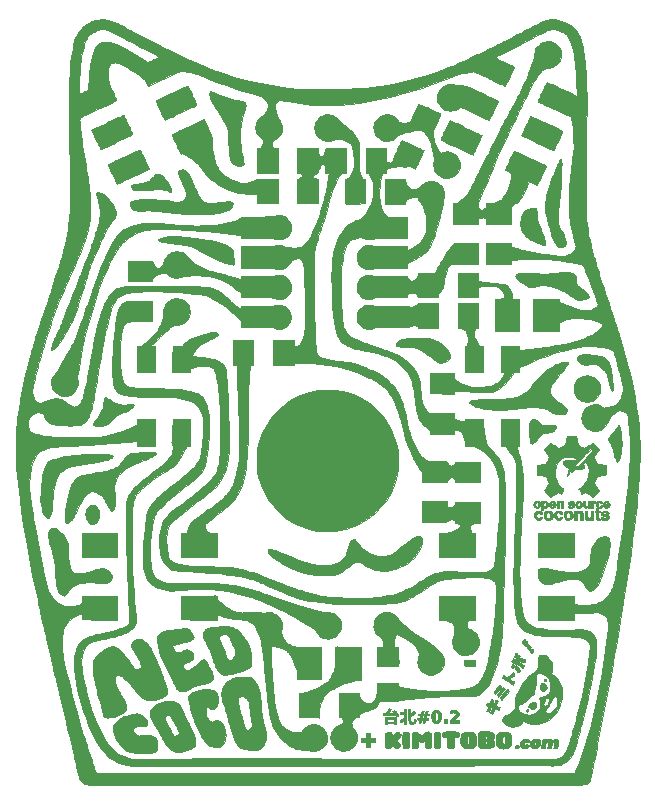
<source format=gbr>
G04 #@! TF.FileFunction,Copper,L1,Top,Signal*
%FSLAX46Y46*%
G04 Gerber Fmt 4.6, Leading zero omitted, Abs format (unit mm)*
G04 Created by KiCad (PCBNEW 4.0.4-snap1-stable) date Tue Apr 11 15:34:12 2017*
%MOMM*%
%LPD*%
G01*
G04 APERTURE LIST*
%ADD10C,0.100000*%
%ADD11C,0.010000*%
%ADD12C,1.200000*%
G04 APERTURE END LIST*
D10*
D11*
G36*
X108004191Y-75762513D02*
X108238307Y-75803402D01*
X108483167Y-75875754D01*
X108744309Y-75980423D01*
X108932756Y-76069862D01*
X109109540Y-76161530D01*
X109254181Y-76244388D01*
X109374459Y-76323698D01*
X109478158Y-76404721D01*
X109573060Y-76492717D01*
X109601836Y-76522157D01*
X109738532Y-76681845D01*
X109862105Y-76862925D01*
X109973760Y-77068436D01*
X110074701Y-77301417D01*
X110166134Y-77564909D01*
X110249264Y-77861951D01*
X110325295Y-78195582D01*
X110381457Y-78488843D01*
X110424512Y-78744864D01*
X110463012Y-79005040D01*
X110497577Y-79275267D01*
X110528825Y-79561440D01*
X110557378Y-79869453D01*
X110583852Y-80205201D01*
X110608869Y-80574580D01*
X110620438Y-80763834D01*
X110626761Y-80898113D01*
X110632253Y-81071238D01*
X110636926Y-81279728D01*
X110640786Y-81520102D01*
X110643844Y-81788881D01*
X110646108Y-82082584D01*
X110647588Y-82397732D01*
X110648292Y-82730844D01*
X110648230Y-83078441D01*
X110647409Y-83437041D01*
X110645841Y-83803165D01*
X110643532Y-84173334D01*
X110640493Y-84544066D01*
X110636733Y-84911881D01*
X110632259Y-85273301D01*
X110627082Y-85624843D01*
X110621211Y-85963029D01*
X110614654Y-86284379D01*
X110607420Y-86585411D01*
X110605172Y-86669334D01*
X110597475Y-86973104D01*
X110590508Y-87295598D01*
X110584279Y-87633373D01*
X110578798Y-87982985D01*
X110574072Y-88340988D01*
X110570112Y-88703940D01*
X110566926Y-89068396D01*
X110564524Y-89430912D01*
X110562914Y-89788045D01*
X110562106Y-90136349D01*
X110562108Y-90472381D01*
X110562930Y-90792698D01*
X110564581Y-91093854D01*
X110567069Y-91372406D01*
X110570404Y-91624910D01*
X110574595Y-91847922D01*
X110579651Y-92037997D01*
X110585580Y-92191693D01*
X110590436Y-92278500D01*
X110625045Y-92701341D01*
X110672480Y-93122110D01*
X110733895Y-93547369D01*
X110810443Y-93983681D01*
X110903278Y-94437611D01*
X111013553Y-94915722D01*
X111142421Y-95424576D01*
X111145093Y-95434720D01*
X111190012Y-95604032D01*
X111234160Y-95767836D01*
X111278373Y-95928801D01*
X111323490Y-96089599D01*
X111370348Y-96252900D01*
X111419783Y-96421376D01*
X111472634Y-96597697D01*
X111529738Y-96784535D01*
X111591931Y-96984559D01*
X111660052Y-97200442D01*
X111734937Y-97434853D01*
X111817425Y-97690464D01*
X111908352Y-97969946D01*
X112008556Y-98275970D01*
X112118874Y-98611206D01*
X112240144Y-98978326D01*
X112373202Y-99380000D01*
X112518887Y-99818899D01*
X112531267Y-99856167D01*
X112659327Y-100241773D01*
X112774945Y-100590276D01*
X112879104Y-100904723D01*
X112972788Y-101188157D01*
X113056981Y-101443625D01*
X113132668Y-101674171D01*
X113200832Y-101882841D01*
X113262457Y-102072680D01*
X113318527Y-102246733D01*
X113370026Y-102408046D01*
X113417938Y-102559664D01*
X113463246Y-102704631D01*
X113506936Y-102845994D01*
X113549991Y-102986798D01*
X113593394Y-103130087D01*
X113638130Y-103278907D01*
X113650079Y-103318806D01*
X113922904Y-104262745D01*
X114167519Y-105177718D01*
X114384273Y-106066002D01*
X114573518Y-106929877D01*
X114735606Y-107771622D01*
X114870887Y-108593514D01*
X114979714Y-109397834D01*
X115062437Y-110186859D01*
X115119408Y-110962868D01*
X115150979Y-111728140D01*
X115157500Y-112484953D01*
X115146874Y-113026164D01*
X115128155Y-113533895D01*
X115103643Y-114047149D01*
X115073012Y-114569707D01*
X115035933Y-115105346D01*
X114992081Y-115657847D01*
X114941127Y-116230986D01*
X114882746Y-116828543D01*
X114816609Y-117454297D01*
X114742391Y-118112027D01*
X114659763Y-118805511D01*
X114616026Y-119160167D01*
X114501647Y-120050964D01*
X114375698Y-120980732D01*
X114238463Y-121947804D01*
X114090225Y-122950511D01*
X113931270Y-123987185D01*
X113761882Y-125056159D01*
X113582345Y-126155764D01*
X113392943Y-127284333D01*
X113193962Y-128440197D01*
X112985685Y-129621688D01*
X112768398Y-130827138D01*
X112542383Y-132054880D01*
X112307927Y-133303245D01*
X112065312Y-134570565D01*
X111814825Y-135855172D01*
X111556748Y-137155398D01*
X111495891Y-137458750D01*
X111415744Y-137857174D01*
X111343381Y-138216179D01*
X111278344Y-138537871D01*
X111220177Y-138824353D01*
X111168422Y-139077731D01*
X111122621Y-139300110D01*
X111082318Y-139493593D01*
X111047056Y-139660287D01*
X111016376Y-139802295D01*
X110989822Y-139921723D01*
X110966937Y-140020675D01*
X110947262Y-140101256D01*
X110930342Y-140165571D01*
X110915718Y-140215725D01*
X110902934Y-140253822D01*
X110891532Y-140281968D01*
X110881054Y-140302266D01*
X110876616Y-140309258D01*
X110786299Y-140407895D01*
X110661552Y-140491542D01*
X110573333Y-140532341D01*
X110567098Y-140534390D01*
X110558364Y-140536364D01*
X110546351Y-140538266D01*
X110530283Y-140540096D01*
X110509383Y-140541855D01*
X110482873Y-140543547D01*
X110449975Y-140545171D01*
X110409912Y-140546730D01*
X110361907Y-140548225D01*
X110305182Y-140549657D01*
X110238960Y-140551029D01*
X110162463Y-140552341D01*
X110074914Y-140553595D01*
X109975535Y-140554793D01*
X109863549Y-140555936D01*
X109738179Y-140557026D01*
X109598646Y-140558064D01*
X109444175Y-140559052D01*
X109273986Y-140559992D01*
X109087304Y-140560884D01*
X108883349Y-140561730D01*
X108661345Y-140562532D01*
X108420515Y-140563292D01*
X108160081Y-140564010D01*
X107879265Y-140564689D01*
X107577290Y-140565330D01*
X107253379Y-140565935D01*
X106906754Y-140566504D01*
X106536638Y-140567040D01*
X106142253Y-140567544D01*
X105722822Y-140568018D01*
X105277567Y-140568462D01*
X104805712Y-140568880D01*
X104306477Y-140569271D01*
X103779087Y-140569638D01*
X103222764Y-140569982D01*
X102636729Y-140570305D01*
X102020207Y-140570609D01*
X101372418Y-140570894D01*
X100692587Y-140571162D01*
X99979935Y-140571415D01*
X99233685Y-140571654D01*
X98453059Y-140571882D01*
X97637280Y-140572098D01*
X96785571Y-140572306D01*
X95897155Y-140572506D01*
X94971252Y-140572700D01*
X94007088Y-140572889D01*
X93003883Y-140573076D01*
X91960860Y-140573261D01*
X90877243Y-140573445D01*
X89752253Y-140573632D01*
X89480750Y-140573676D01*
X88323060Y-140573858D01*
X87206985Y-140574018D01*
X86131806Y-140574155D01*
X85096802Y-140574268D01*
X84101255Y-140574357D01*
X83144445Y-140574420D01*
X82225654Y-140574457D01*
X81344163Y-140574467D01*
X80499252Y-140574449D01*
X79690202Y-140574403D01*
X78916294Y-140574327D01*
X78176809Y-140574220D01*
X77471028Y-140574082D01*
X76798232Y-140573912D01*
X76157701Y-140573708D01*
X75548716Y-140573471D01*
X74970559Y-140573199D01*
X74422510Y-140572892D01*
X73903850Y-140572548D01*
X73413860Y-140572166D01*
X72951820Y-140571747D01*
X72517012Y-140571289D01*
X72108717Y-140570790D01*
X71726215Y-140570251D01*
X71368788Y-140569671D01*
X71035715Y-140569048D01*
X70726279Y-140568381D01*
X70439759Y-140567671D01*
X70175437Y-140566915D01*
X69932594Y-140566114D01*
X69710510Y-140565266D01*
X69508467Y-140564371D01*
X69325745Y-140563427D01*
X69161625Y-140562434D01*
X69015388Y-140561390D01*
X68886315Y-140560296D01*
X68773686Y-140559150D01*
X68676783Y-140557952D01*
X68594887Y-140556699D01*
X68527278Y-140555393D01*
X68473237Y-140554031D01*
X68432045Y-140552613D01*
X68402983Y-140551138D01*
X68385332Y-140549606D01*
X68379870Y-140548645D01*
X68207782Y-140485274D01*
X68046183Y-140395269D01*
X67903073Y-140284782D01*
X67786451Y-140159962D01*
X67705963Y-140030500D01*
X67671242Y-139942408D01*
X67640207Y-139840032D01*
X67625698Y-139776500D01*
X67616577Y-139733076D01*
X67598526Y-139652164D01*
X67572405Y-139537461D01*
X67539071Y-139392665D01*
X67499384Y-139221474D01*
X67454203Y-139027585D01*
X67404386Y-138814696D01*
X67350793Y-138586504D01*
X67294282Y-138346708D01*
X67254511Y-138178417D01*
X67060815Y-137359680D01*
X66876593Y-136580879D01*
X66701554Y-135840759D01*
X66535404Y-135138064D01*
X66377853Y-134471540D01*
X66228606Y-133839931D01*
X66087373Y-133241982D01*
X65953860Y-132676438D01*
X65827775Y-132142044D01*
X65708827Y-131637544D01*
X65596722Y-131161682D01*
X65491169Y-130713205D01*
X65391874Y-130290857D01*
X65298546Y-129893382D01*
X65210893Y-129519525D01*
X65128621Y-129168032D01*
X65051439Y-128837647D01*
X64979054Y-128527114D01*
X64911174Y-128235178D01*
X64847507Y-127960585D01*
X64787760Y-127702079D01*
X64731641Y-127458405D01*
X64678858Y-127228308D01*
X64629118Y-127010532D01*
X64582129Y-126803822D01*
X64537599Y-126606924D01*
X64495235Y-126418581D01*
X64454744Y-126237538D01*
X64415836Y-126062542D01*
X64378217Y-125892335D01*
X64341594Y-125725664D01*
X64305676Y-125561272D01*
X64270171Y-125397905D01*
X64234785Y-125234307D01*
X64199227Y-125069223D01*
X64173465Y-124949250D01*
X63942162Y-123854378D01*
X63726360Y-122798669D01*
X63526026Y-121781902D01*
X63341128Y-120803859D01*
X63171636Y-119864320D01*
X63017516Y-118963068D01*
X62878736Y-118099882D01*
X62755266Y-117274544D01*
X62647072Y-116486835D01*
X62554124Y-115736536D01*
X62476388Y-115023427D01*
X62413833Y-114347290D01*
X62366428Y-113707906D01*
X62334139Y-113105056D01*
X62316936Y-112538520D01*
X62313828Y-112196334D01*
X62328597Y-111398790D01*
X62373295Y-110583742D01*
X62438245Y-109860001D01*
X63331135Y-109860001D01*
X63334698Y-109940197D01*
X63337481Y-109975182D01*
X63353668Y-110119694D01*
X63376888Y-110260215D01*
X63404849Y-110385595D01*
X63435261Y-110484685D01*
X63448778Y-110516975D01*
X63514840Y-110610976D01*
X63620476Y-110697608D01*
X63765961Y-110776949D01*
X63951570Y-110849078D01*
X64177578Y-110914072D01*
X64444260Y-110972011D01*
X64751891Y-111022973D01*
X65100747Y-111067035D01*
X65491102Y-111104277D01*
X65520083Y-111106638D01*
X65716632Y-111120207D01*
X65942736Y-111131879D01*
X66193353Y-111141652D01*
X66463441Y-111149526D01*
X66747958Y-111155502D01*
X67041861Y-111159577D01*
X67340108Y-111161751D01*
X67637657Y-111162025D01*
X67929466Y-111160396D01*
X68210492Y-111156865D01*
X68475693Y-111151431D01*
X68720028Y-111144093D01*
X68938453Y-111134851D01*
X69125927Y-111123703D01*
X69277407Y-111110651D01*
X69308916Y-111107107D01*
X69898989Y-111016800D01*
X70482361Y-110887981D01*
X71054208Y-110722097D01*
X71609706Y-110520594D01*
X72144030Y-110284919D01*
X72288124Y-110213545D01*
X72557999Y-110076532D01*
X72557999Y-109855849D01*
X72558000Y-109635167D01*
X74082000Y-109635167D01*
X74082000Y-111857667D01*
X72558000Y-111857667D01*
X72558000Y-111476167D01*
X72478625Y-111487136D01*
X72441364Y-111491025D01*
X72366579Y-111497753D01*
X72258956Y-111506935D01*
X72123181Y-111518186D01*
X71963939Y-111531121D01*
X71785918Y-111545354D01*
X71593803Y-111560500D01*
X71446750Y-111571959D01*
X70849295Y-111617780D01*
X70274162Y-111660875D01*
X69723405Y-111701109D01*
X69199078Y-111738343D01*
X68703236Y-111772442D01*
X68237933Y-111803267D01*
X67805222Y-111830682D01*
X67407159Y-111854550D01*
X67045798Y-111874733D01*
X66723193Y-111891095D01*
X66536083Y-111899581D01*
X66255599Y-111912285D01*
X66012991Y-111924976D01*
X65803807Y-111938210D01*
X65623595Y-111952543D01*
X65467900Y-111968531D01*
X65332272Y-111986730D01*
X65212256Y-112007696D01*
X65103400Y-112031985D01*
X65001251Y-112060152D01*
X64901356Y-112092754D01*
X64854550Y-112109536D01*
X64616791Y-112214051D01*
X64406066Y-112343933D01*
X64220854Y-112501169D01*
X64059635Y-112687752D01*
X63920887Y-112905670D01*
X63803090Y-113156913D01*
X63704725Y-113443471D01*
X63638699Y-113700831D01*
X63602167Y-113885294D01*
X63567299Y-114101943D01*
X63535177Y-114340633D01*
X63506884Y-114591220D01*
X63483503Y-114843560D01*
X63466117Y-115087509D01*
X63455809Y-115312922D01*
X63453463Y-115436284D01*
X63457220Y-115542275D01*
X63469338Y-115687382D01*
X63489411Y-115869310D01*
X63517033Y-116085758D01*
X63551796Y-116334429D01*
X63593294Y-116613025D01*
X63641122Y-116919248D01*
X63694872Y-117250799D01*
X63754139Y-117605381D01*
X63818515Y-117980695D01*
X63887594Y-118374443D01*
X63960971Y-118784328D01*
X64038238Y-119208050D01*
X64118988Y-119643312D01*
X64202817Y-120087816D01*
X64289317Y-120539263D01*
X64378081Y-120995356D01*
X64468704Y-121453796D01*
X64560779Y-121912285D01*
X64653899Y-122368525D01*
X64747659Y-122820219D01*
X64819909Y-123162894D01*
X64863229Y-123366529D01*
X64899371Y-123534167D01*
X64929933Y-123671221D01*
X64956519Y-123783108D01*
X64980728Y-123875241D01*
X65004161Y-123953037D01*
X65028420Y-124021909D01*
X65055104Y-124087274D01*
X65085816Y-124154545D01*
X65122155Y-124229139D01*
X65154035Y-124293084D01*
X65269914Y-124508701D01*
X65387758Y-124693278D01*
X65514987Y-124857752D01*
X65604577Y-124957319D01*
X65753690Y-125101246D01*
X65901418Y-125213921D01*
X66058242Y-125301064D01*
X66234639Y-125368390D01*
X66441088Y-125421620D01*
X66464469Y-125426527D01*
X66568269Y-125446108D01*
X66660443Y-125458357D01*
X66755046Y-125464230D01*
X66866133Y-125464684D01*
X66980583Y-125461642D01*
X67192794Y-125448028D01*
X67376154Y-125421283D01*
X67542832Y-125378736D01*
X67704996Y-125317718D01*
X67769041Y-125288624D01*
X67922500Y-125215920D01*
X67922500Y-124578834D01*
X70928166Y-124578834D01*
X70928166Y-126589951D01*
X69430625Y-126584517D01*
X67933083Y-126579084D01*
X67927098Y-126340959D01*
X67924170Y-126237930D01*
X67920440Y-126169945D01*
X67914216Y-126129724D01*
X67903808Y-126109986D01*
X67887523Y-126103451D01*
X67871779Y-126102834D01*
X67705426Y-126122328D01*
X67528095Y-126179303D01*
X67343380Y-126271494D01*
X67154882Y-126396637D01*
X66966196Y-126552468D01*
X66780920Y-126736721D01*
X66677433Y-126854533D01*
X66574313Y-126985763D01*
X66488072Y-127115279D01*
X66417382Y-127248253D01*
X66360913Y-127389857D01*
X66317336Y-127545262D01*
X66285323Y-127719641D01*
X66263544Y-127918165D01*
X66250671Y-128146007D01*
X66245374Y-128408337D01*
X66245103Y-128537000D01*
X66247788Y-128825720D01*
X66255047Y-129080960D01*
X66267811Y-129311420D01*
X66287011Y-129525795D01*
X66313576Y-129732783D01*
X66348438Y-129941082D01*
X66392527Y-130159389D01*
X66441805Y-130375567D01*
X66657304Y-131266167D01*
X66879424Y-132153062D01*
X67106564Y-133030318D01*
X67337123Y-133892001D01*
X67569502Y-134732179D01*
X67802100Y-135544916D01*
X68033317Y-136324280D01*
X68143769Y-136686167D01*
X68192949Y-136844208D01*
X68249176Y-137022212D01*
X68311200Y-137216422D01*
X68377775Y-137423080D01*
X68447652Y-137638430D01*
X68519582Y-137858713D01*
X68592318Y-138080172D01*
X68664610Y-138299050D01*
X68735212Y-138511590D01*
X68802874Y-138714034D01*
X68866348Y-138902625D01*
X68924386Y-139073606D01*
X68975740Y-139223219D01*
X69019161Y-139347706D01*
X69053402Y-139443311D01*
X69077214Y-139506276D01*
X69089348Y-139532843D01*
X69089561Y-139533084D01*
X69112154Y-139534559D01*
X69177047Y-139536011D01*
X69284206Y-139537440D01*
X69433596Y-139538846D01*
X69625185Y-139540229D01*
X69858938Y-139541588D01*
X70134822Y-139542924D01*
X70452803Y-139544236D01*
X70812847Y-139545524D01*
X71214920Y-139546789D01*
X71658989Y-139548030D01*
X72145019Y-139549248D01*
X72672978Y-139550441D01*
X73242831Y-139551611D01*
X73854544Y-139552756D01*
X74508084Y-139553878D01*
X75203416Y-139554975D01*
X75940508Y-139556049D01*
X76719325Y-139557098D01*
X77539834Y-139558122D01*
X78402000Y-139559123D01*
X79305791Y-139560099D01*
X80251172Y-139561050D01*
X81238109Y-139561977D01*
X82266569Y-139562879D01*
X83336517Y-139563756D01*
X84447921Y-139564609D01*
X85600746Y-139565437D01*
X86026349Y-139565729D01*
X86894541Y-139566321D01*
X87760322Y-139566917D01*
X88622410Y-139567515D01*
X89479521Y-139568116D01*
X90330373Y-139568717D01*
X91173682Y-139569318D01*
X92008167Y-139569918D01*
X92832544Y-139570515D01*
X93645531Y-139571109D01*
X94445844Y-139571699D01*
X95232201Y-139572284D01*
X96003319Y-139572863D01*
X96757915Y-139573434D01*
X97494706Y-139573997D01*
X98212410Y-139574551D01*
X98909743Y-139575095D01*
X99585423Y-139575627D01*
X100238168Y-139576147D01*
X100866693Y-139576654D01*
X101469717Y-139577147D01*
X102045957Y-139577624D01*
X102594129Y-139578085D01*
X103112951Y-139578529D01*
X103601140Y-139578954D01*
X104057414Y-139579360D01*
X104480489Y-139579746D01*
X104869083Y-139580110D01*
X105221912Y-139580452D01*
X105537695Y-139580771D01*
X105815147Y-139581065D01*
X106052987Y-139581334D01*
X106249932Y-139581577D01*
X106270903Y-139581604D01*
X109599057Y-139586000D01*
X109660653Y-139463979D01*
X109708898Y-139362861D01*
X109768478Y-139229031D01*
X109836422Y-139069620D01*
X109909760Y-138891761D01*
X109985520Y-138702585D01*
X110060733Y-138509222D01*
X110086138Y-138442512D01*
X110300933Y-137848900D01*
X110510926Y-137216175D01*
X110715395Y-136547362D01*
X110913616Y-135845484D01*
X111104869Y-135113566D01*
X111288432Y-134354631D01*
X111463581Y-133571703D01*
X111629596Y-132767806D01*
X111785754Y-131945965D01*
X111931333Y-131109202D01*
X112065612Y-130260543D01*
X112107619Y-129976334D01*
X112120050Y-129888919D01*
X112137323Y-129764777D01*
X112158726Y-129609149D01*
X112183547Y-129427275D01*
X112211074Y-129224395D01*
X112240595Y-129005751D01*
X112271399Y-128776581D01*
X112302773Y-128542128D01*
X112320390Y-128410000D01*
X112357085Y-128133357D01*
X112388214Y-127894914D01*
X112413980Y-127690933D01*
X112434587Y-127517675D01*
X112450235Y-127371403D01*
X112461128Y-127248376D01*
X112467469Y-127144858D01*
X112469459Y-127057110D01*
X112467301Y-126981393D01*
X112461199Y-126913969D01*
X112451353Y-126851100D01*
X112437968Y-126789047D01*
X112421245Y-126724071D01*
X112413294Y-126695082D01*
X112341074Y-126489778D01*
X112247601Y-126320492D01*
X112131654Y-126185947D01*
X111992012Y-126084867D01*
X111827452Y-126015975D01*
X111743146Y-125994761D01*
X111683023Y-125987984D01*
X111583201Y-125983903D01*
X111446224Y-125982467D01*
X111274637Y-125983626D01*
X111070985Y-125987327D01*
X110837811Y-125993519D01*
X110577661Y-126002151D01*
X110293079Y-126013172D01*
X109986611Y-126026530D01*
X109848375Y-126032997D01*
X109578500Y-126045873D01*
X109578500Y-126589667D01*
X106572833Y-126589667D01*
X106572833Y-124578834D01*
X109578500Y-124578834D01*
X109578500Y-124928084D01*
X109579304Y-125064781D01*
X109581945Y-125163644D01*
X109586759Y-125229143D01*
X109594084Y-125265749D01*
X109604260Y-125277935D01*
X109604958Y-125277987D01*
X109637750Y-125280928D01*
X109699891Y-125288090D01*
X109778776Y-125298007D01*
X109790166Y-125299496D01*
X110044772Y-125327000D01*
X110303059Y-125343926D01*
X110551767Y-125349771D01*
X110777634Y-125344035D01*
X110845548Y-125339462D01*
X111158881Y-125299727D01*
X111443841Y-125231861D01*
X111702627Y-125134239D01*
X111937436Y-125005236D01*
X112150468Y-124843228D01*
X112343920Y-124646590D01*
X112519991Y-124413698D01*
X112680879Y-124142926D01*
X112802131Y-123893482D01*
X112848688Y-123788259D01*
X112889548Y-123692586D01*
X112925620Y-123602456D01*
X112957816Y-123513860D01*
X112987045Y-123422793D01*
X113014219Y-123325247D01*
X113040246Y-123217215D01*
X113066038Y-123094690D01*
X113092505Y-122953666D01*
X113120558Y-122790134D01*
X113151105Y-122600088D01*
X113185059Y-122379521D01*
X113223329Y-122124426D01*
X113259544Y-121880084D01*
X113347661Y-121281804D01*
X113429399Y-120722386D01*
X113505153Y-120198902D01*
X113575316Y-119708424D01*
X113640283Y-119248026D01*
X113700448Y-118814780D01*
X113756204Y-118405759D01*
X113807946Y-118018036D01*
X113856067Y-117648684D01*
X113900962Y-117294775D01*
X113943024Y-116953383D01*
X113982647Y-116621580D01*
X114020225Y-116296440D01*
X114056153Y-115975034D01*
X114064315Y-115900500D01*
X114129338Y-115276963D01*
X114184094Y-114690211D01*
X114228659Y-114135980D01*
X114263106Y-113610005D01*
X114287511Y-113108021D01*
X114301948Y-112625763D01*
X114306491Y-112158965D01*
X114301216Y-111703364D01*
X114286196Y-111254693D01*
X114261506Y-110808688D01*
X114227221Y-110361084D01*
X114183416Y-109907616D01*
X114171105Y-109793917D01*
X114151743Y-109618231D01*
X114136289Y-109479697D01*
X114123758Y-109373417D01*
X114113166Y-109294494D01*
X114103525Y-109238031D01*
X114093852Y-109199129D01*
X114083161Y-109172891D01*
X114070467Y-109154420D01*
X114054783Y-109138818D01*
X114035910Y-109121909D01*
X113902215Y-109018484D01*
X113757985Y-108941197D01*
X113612025Y-108893498D01*
X113473136Y-108878843D01*
X113425457Y-108882465D01*
X113330433Y-108901037D01*
X113243632Y-108932931D01*
X113157375Y-108982889D01*
X113063986Y-109055650D01*
X112955786Y-109155955D01*
X112911908Y-109199542D01*
X112672997Y-109469341D01*
X112467273Y-109764825D01*
X112349496Y-109973834D01*
X112232318Y-110159332D01*
X112091077Y-110313862D01*
X111930266Y-110436740D01*
X111754382Y-110527282D01*
X111567919Y-110584804D01*
X111375374Y-110608621D01*
X111181242Y-110598051D01*
X110990018Y-110552408D01*
X110806197Y-110471010D01*
X110634275Y-110353172D01*
X110525887Y-110251272D01*
X110393083Y-110082568D01*
X110298193Y-109903065D01*
X110239474Y-109716779D01*
X110215186Y-109527726D01*
X110218760Y-109447801D01*
X110920073Y-109447801D01*
X110927601Y-109563233D01*
X110969978Y-109676320D01*
X111035165Y-109765420D01*
X111140096Y-109849769D01*
X111257467Y-109894415D01*
X111383503Y-109898757D01*
X111514424Y-109862193D01*
X111547044Y-109846811D01*
X111641610Y-109776660D01*
X111708608Y-109682188D01*
X111746985Y-109572077D01*
X111755683Y-109455011D01*
X111733648Y-109339672D01*
X111679823Y-109234742D01*
X111628434Y-109177268D01*
X111526975Y-109105005D01*
X111418305Y-109070597D01*
X111312687Y-109067872D01*
X111185603Y-109095425D01*
X111080158Y-109153835D01*
X110998993Y-109236462D01*
X110944751Y-109336664D01*
X110920073Y-109447801D01*
X110218760Y-109447801D01*
X110223586Y-109339921D01*
X110262930Y-109157381D01*
X110331478Y-108984120D01*
X110427486Y-108824154D01*
X110549213Y-108681500D01*
X110694916Y-108560172D01*
X110862853Y-108464186D01*
X111051282Y-108397558D01*
X111258460Y-108364304D01*
X111345916Y-108361246D01*
X111545757Y-108376140D01*
X111725596Y-108423072D01*
X111896585Y-108505422D01*
X111964321Y-108548573D01*
X112107916Y-108646057D01*
X112325368Y-108622590D01*
X112511672Y-108592619D01*
X112699469Y-108544610D01*
X112875109Y-108482813D01*
X113024942Y-108411480D01*
X113049792Y-108396942D01*
X113177038Y-108303795D01*
X113298511Y-108186202D01*
X113402570Y-108056846D01*
X113475384Y-107933150D01*
X113523695Y-107815684D01*
X113574107Y-107668113D01*
X113623066Y-107502286D01*
X113667021Y-107330052D01*
X113695608Y-107198577D01*
X113731044Y-107020142D01*
X113632383Y-106576113D01*
X113545412Y-106196935D01*
X113446808Y-105788754D01*
X113339346Y-105362373D01*
X113225804Y-104928594D01*
X113108956Y-104498220D01*
X112991578Y-104082054D01*
X112990675Y-104078917D01*
X112960819Y-103980339D01*
X112932054Y-103908107D01*
X112896865Y-103854655D01*
X112847737Y-103812416D01*
X112777157Y-103773825D01*
X112677611Y-103731316D01*
X112624371Y-103710083D01*
X112339002Y-103613695D01*
X112023620Y-103537165D01*
X111686053Y-103481371D01*
X111334129Y-103447194D01*
X110975676Y-103435516D01*
X110618523Y-103447216D01*
X110430645Y-103463385D01*
X109987098Y-103523133D01*
X109513695Y-103611590D01*
X109011414Y-103728456D01*
X108481233Y-103873432D01*
X107924127Y-104046219D01*
X107341075Y-104246517D01*
X106733052Y-104474027D01*
X106101037Y-104728449D01*
X105584274Y-104948776D01*
X105451696Y-105007025D01*
X105324275Y-105063715D01*
X105210001Y-105115236D01*
X105116865Y-105157981D01*
X105052857Y-105188340D01*
X105043541Y-105192967D01*
X104921833Y-105254276D01*
X104921833Y-105655834D01*
X104711158Y-105655833D01*
X104500482Y-105655833D01*
X104358998Y-105870409D01*
X104158236Y-106153842D01*
X103946274Y-106413494D01*
X103726633Y-106645998D01*
X103502837Y-106847989D01*
X103278407Y-107016101D01*
X103056867Y-107146968D01*
X102988843Y-107179667D01*
X102888736Y-107223766D01*
X102799705Y-107258902D01*
X102715071Y-107286063D01*
X102628155Y-107306238D01*
X102532277Y-107320417D01*
X102420760Y-107329588D01*
X102286923Y-107334740D01*
X102124089Y-107336864D01*
X101926750Y-107336950D01*
X101701651Y-107335254D01*
X101507671Y-107331161D01*
X101333633Y-107324143D01*
X101168364Y-107313672D01*
X101000690Y-107299219D01*
X100889583Y-107287917D01*
X100734407Y-107272951D01*
X100565490Y-107259399D01*
X100389359Y-107247533D01*
X100212545Y-107237624D01*
X100041577Y-107229946D01*
X99882983Y-107224769D01*
X99743293Y-107222366D01*
X99629037Y-107223008D01*
X99546742Y-107226967D01*
X99516926Y-107230758D01*
X99471062Y-107241383D01*
X99448284Y-107259046D01*
X99440510Y-107296250D01*
X99439666Y-107350327D01*
X99439666Y-107455403D01*
X97375916Y-107444417D01*
X97370387Y-106581875D01*
X97364858Y-105719334D01*
X99439666Y-105719334D01*
X99439666Y-106161394D01*
X99556946Y-106262646D01*
X99819214Y-106461450D01*
X100105449Y-106626986D01*
X100410736Y-106756935D01*
X100730159Y-106848982D01*
X100851696Y-106873100D01*
X100964008Y-106887250D01*
X101107825Y-106897194D01*
X101272519Y-106902840D01*
X101447460Y-106904096D01*
X101622022Y-106900868D01*
X101785575Y-106893063D01*
X101911709Y-106882363D01*
X102205427Y-106838677D01*
X102483950Y-106773935D01*
X102739878Y-106690316D01*
X102965808Y-106590001D01*
X103037845Y-106550527D01*
X103173741Y-106457513D01*
X103307146Y-106340789D01*
X103427939Y-106210874D01*
X103526004Y-106078287D01*
X103573945Y-105993213D01*
X103612282Y-105905983D01*
X103643889Y-105820429D01*
X103662704Y-105753198D01*
X103664038Y-105745792D01*
X103678410Y-105655834D01*
X103397833Y-105655834D01*
X103397833Y-103432799D01*
X104154541Y-103438358D01*
X104911250Y-103443917D01*
X104917433Y-103620730D01*
X104923616Y-103797544D01*
X104991516Y-103785415D01*
X105026268Y-103780311D01*
X105098419Y-103770582D01*
X105203354Y-103756822D01*
X105336462Y-103739624D01*
X105493129Y-103719581D01*
X105668744Y-103697288D01*
X105858693Y-103673337D01*
X106001333Y-103655451D01*
X106356801Y-103610677D01*
X106674305Y-103569997D01*
X106957958Y-103532832D01*
X107211869Y-103498604D01*
X107440150Y-103466733D01*
X107646912Y-103436639D01*
X107836266Y-103407744D01*
X108012323Y-103379469D01*
X108179195Y-103351233D01*
X108255275Y-103337873D01*
X108779113Y-103237466D01*
X109262349Y-103129425D01*
X109706087Y-103013390D01*
X110111429Y-102889001D01*
X110479479Y-102755897D01*
X110811338Y-102613718D01*
X111108111Y-102462104D01*
X111314166Y-102338215D01*
X111439330Y-102248056D01*
X111567229Y-102139802D01*
X111689460Y-102021911D01*
X111797619Y-101902842D01*
X111883301Y-101791056D01*
X111923984Y-101724379D01*
X111993712Y-101592340D01*
X111865588Y-101509530D01*
X111683956Y-101408740D01*
X111466377Y-101316693D01*
X111218687Y-101235303D01*
X110946718Y-101166489D01*
X110656304Y-101112166D01*
X110655964Y-101112113D01*
X110529814Y-101096865D01*
X110375444Y-101085193D01*
X110201248Y-101077105D01*
X110015623Y-101072610D01*
X109826963Y-101071718D01*
X109643665Y-101074437D01*
X109474123Y-101080775D01*
X109326734Y-101090742D01*
X109209892Y-101104347D01*
X109174829Y-101110557D01*
X108930622Y-101170531D01*
X108721450Y-101245272D01*
X108541905Y-101337035D01*
X108409041Y-101429704D01*
X108329666Y-101493085D01*
X108329666Y-102161014D01*
X108229125Y-102167465D01*
X108187624Y-102168664D01*
X108108517Y-102169547D01*
X107996526Y-102170112D01*
X107856377Y-102170354D01*
X107692794Y-102170271D01*
X107510502Y-102169860D01*
X107314225Y-102169117D01*
X107139041Y-102168217D01*
X106149500Y-102162517D01*
X106149500Y-99411282D01*
X107234291Y-99416766D01*
X108319083Y-99422250D01*
X108325309Y-99539871D01*
X108331535Y-99657493D01*
X108579309Y-99770209D01*
X108931449Y-99923635D01*
X109273673Y-100059402D01*
X109600455Y-100175579D01*
X109906274Y-100270233D01*
X110185605Y-100341433D01*
X110254968Y-100356223D01*
X110392752Y-100382034D01*
X110507477Y-100397426D01*
X110616664Y-100404044D01*
X110737834Y-100403529D01*
X110754386Y-100403055D01*
X110860172Y-100398959D01*
X110936843Y-100392381D01*
X110997615Y-100380405D01*
X111055704Y-100360114D01*
X111124328Y-100328593D01*
X111150807Y-100315591D01*
X111290910Y-100232895D01*
X111415088Y-100133659D01*
X111513947Y-100026270D01*
X111566168Y-99944750D01*
X111611000Y-99856872D01*
X111471092Y-99491394D01*
X111435918Y-99400077D01*
X111387294Y-99274690D01*
X111327298Y-99120548D01*
X111258006Y-98942964D01*
X111181493Y-98747252D01*
X111099836Y-98538728D01*
X111015112Y-98322704D01*
X110929396Y-98104495D01*
X110902395Y-98035834D01*
X110819339Y-97824598D01*
X110738627Y-97619159D01*
X110662024Y-97424021D01*
X110591295Y-97243688D01*
X110528206Y-97082663D01*
X110474521Y-96945450D01*
X110432007Y-96836553D01*
X110402426Y-96760475D01*
X110393667Y-96737786D01*
X110352392Y-96636011D01*
X110319163Y-96568461D01*
X110290295Y-96528685D01*
X110264099Y-96510952D01*
X110199030Y-96491264D01*
X110097049Y-96466923D01*
X109963221Y-96438770D01*
X109802609Y-96407647D01*
X109620276Y-96374395D01*
X109421287Y-96339856D01*
X109210706Y-96304872D01*
X108993595Y-96270285D01*
X108775019Y-96236935D01*
X108560041Y-96205665D01*
X108353726Y-96177317D01*
X108161136Y-96152731D01*
X107991000Y-96133142D01*
X107461693Y-96084681D01*
X106934896Y-96052734D01*
X106416553Y-96037277D01*
X105912610Y-96038283D01*
X105429013Y-96055726D01*
X104971707Y-96089580D01*
X104546638Y-96139819D01*
X104487916Y-96148480D01*
X104255083Y-96183750D01*
X104242565Y-96469500D01*
X102170166Y-96469500D01*
X102170166Y-94733834D01*
X104242565Y-94733834D01*
X104248824Y-94875736D01*
X104255083Y-95017639D01*
X104741916Y-95139994D01*
X105220436Y-95257170D01*
X105680720Y-95363708D01*
X106120557Y-95459238D01*
X106537739Y-95543390D01*
X106930055Y-95615794D01*
X107295297Y-95676082D01*
X107631254Y-95723883D01*
X107935717Y-95758828D01*
X108206477Y-95780548D01*
X108441323Y-95788672D01*
X108599390Y-95785267D01*
X108802314Y-95764449D01*
X108976749Y-95723502D01*
X109132940Y-95659373D01*
X109247086Y-95592367D01*
X109352130Y-95511118D01*
X109462617Y-95406370D01*
X109567202Y-95290401D01*
X109654541Y-95175486D01*
X109698453Y-95103912D01*
X109763066Y-94983498D01*
X109712315Y-94821624D01*
X109600241Y-94448899D01*
X109496879Y-94074727D01*
X109404555Y-93708440D01*
X109325593Y-93359370D01*
X109262320Y-93036851D01*
X109250110Y-92966694D01*
X109211936Y-92721933D01*
X109182259Y-92484797D01*
X109160358Y-92245502D01*
X109145513Y-91994267D01*
X109137004Y-91721307D01*
X109134109Y-91416840D01*
X109134098Y-91391392D01*
X109134859Y-91190642D01*
X109137267Y-90997152D01*
X109141609Y-90807379D01*
X109148172Y-90617779D01*
X109157245Y-90424807D01*
X109169115Y-90224920D01*
X109184069Y-90014574D01*
X109202395Y-89790224D01*
X109224380Y-89548327D01*
X109250312Y-89285339D01*
X109280478Y-88997716D01*
X109315166Y-88681913D01*
X109354663Y-88334388D01*
X109399256Y-87951595D01*
X109443331Y-87579500D01*
X109560621Y-86595250D01*
X109536837Y-85960250D01*
X109526237Y-85685136D01*
X109516239Y-85447911D01*
X109506337Y-85244144D01*
X109496027Y-85069405D01*
X109484803Y-84919264D01*
X109472159Y-84789292D01*
X109457591Y-84675057D01*
X109440594Y-84572129D01*
X109420661Y-84476079D01*
X109397288Y-84382476D01*
X109369970Y-84286891D01*
X109338201Y-84184891D01*
X109332251Y-84166375D01*
X109294365Y-84054680D01*
X109264815Y-83981707D01*
X109242184Y-83944983D01*
X109225058Y-83942033D01*
X109214773Y-83961097D01*
X109195298Y-83955194D01*
X109141226Y-83933043D01*
X109056292Y-83896362D01*
X108944228Y-83846873D01*
X108808769Y-83786293D01*
X108653648Y-83716344D01*
X108482600Y-83638743D01*
X108299360Y-83555211D01*
X108107659Y-83467467D01*
X107911234Y-83377230D01*
X107713817Y-83286221D01*
X107519142Y-83196158D01*
X107330944Y-83108761D01*
X107152956Y-83025750D01*
X106988913Y-82948843D01*
X106842549Y-82879761D01*
X106717596Y-82820223D01*
X106617790Y-82771949D01*
X106546864Y-82736658D01*
X106508553Y-82716069D01*
X106503358Y-82712490D01*
X106507594Y-82689945D01*
X106528309Y-82634362D01*
X106563231Y-82550545D01*
X106610089Y-82443300D01*
X106666611Y-82317433D01*
X106730526Y-82177747D01*
X106799562Y-82029049D01*
X106871448Y-81876144D01*
X106943913Y-81723837D01*
X107014685Y-81576934D01*
X107081493Y-81440238D01*
X107142065Y-81318557D01*
X107194131Y-81216694D01*
X107235417Y-81139455D01*
X107263655Y-81091646D01*
X107276084Y-81077763D01*
X107299480Y-81087733D01*
X107357926Y-81114146D01*
X107448141Y-81155483D01*
X107566843Y-81210224D01*
X107710750Y-81276849D01*
X107876579Y-81353836D01*
X108061050Y-81439666D01*
X108260879Y-81532820D01*
X108472786Y-81631775D01*
X108544150Y-81665138D01*
X108758915Y-81765454D01*
X108962396Y-81860279D01*
X109151350Y-81948114D01*
X109322533Y-82027462D01*
X109472701Y-82096826D01*
X109598609Y-82154708D01*
X109697015Y-82199611D01*
X109764673Y-82230038D01*
X109798340Y-82244491D01*
X109801457Y-82245500D01*
X109805442Y-82225171D01*
X109807704Y-82167456D01*
X109808353Y-82077262D01*
X109807501Y-81959496D01*
X109805259Y-81819066D01*
X109801737Y-81660879D01*
X109797047Y-81489842D01*
X109791300Y-81310863D01*
X109784607Y-81128848D01*
X109777079Y-80948706D01*
X109768826Y-80775343D01*
X109767690Y-80753250D01*
X109738174Y-80263317D01*
X109702361Y-79813069D01*
X109659839Y-79400268D01*
X109610198Y-79022679D01*
X109553027Y-78678064D01*
X109487914Y-78364185D01*
X109414450Y-78078807D01*
X109332221Y-77819692D01*
X109240819Y-77584602D01*
X109149903Y-77390796D01*
X109068259Y-77245124D01*
X108984189Y-77128333D01*
X108888394Y-77031271D01*
X108771573Y-76944786D01*
X108624427Y-76859727D01*
X108594250Y-76843989D01*
X108377769Y-76740456D01*
X108185210Y-76666187D01*
X108011192Y-76619894D01*
X107850331Y-76600288D01*
X107697246Y-76606084D01*
X107637575Y-76615117D01*
X107540670Y-76636308D01*
X107434869Y-76666616D01*
X107317166Y-76707412D01*
X107184559Y-76760071D01*
X107034042Y-76825964D01*
X106862611Y-76906465D01*
X106667263Y-77002946D01*
X106444993Y-77116780D01*
X106192796Y-77249340D01*
X105907670Y-77402000D01*
X105863750Y-77425704D01*
X105484534Y-77629567D01*
X105106688Y-77830784D01*
X104736101Y-78026279D01*
X104378662Y-78212976D01*
X104040258Y-78387800D01*
X103726779Y-78547674D01*
X103444159Y-78689500D01*
X103300773Y-78761083D01*
X103170464Y-78826793D01*
X103057848Y-78884251D01*
X102967539Y-78931077D01*
X102904153Y-78964893D01*
X102872302Y-78983318D01*
X102869425Y-78985834D01*
X102888062Y-78996713D01*
X102941170Y-79023479D01*
X103024799Y-79064242D01*
X103134999Y-79117113D01*
X103267820Y-79180204D01*
X103419312Y-79251625D01*
X103585526Y-79329487D01*
X103685311Y-79376013D01*
X103858541Y-79456885D01*
X104019632Y-79532547D01*
X104164578Y-79601085D01*
X104289374Y-79660583D01*
X104390014Y-79709125D01*
X104462491Y-79744798D01*
X104502801Y-79765684D01*
X104509832Y-79770212D01*
X104503366Y-79792136D01*
X104480824Y-79847183D01*
X104444464Y-79930548D01*
X104396541Y-80037427D01*
X104339314Y-80163017D01*
X104275039Y-80302514D01*
X104205973Y-80451112D01*
X104134374Y-80604009D01*
X104062498Y-80756400D01*
X103992602Y-80903481D01*
X103926943Y-81040448D01*
X103867779Y-81162497D01*
X103817367Y-81264824D01*
X103777963Y-81342625D01*
X103751824Y-81391095D01*
X103741466Y-81405663D01*
X103720154Y-81396282D01*
X103663654Y-81370405D01*
X103575115Y-81329495D01*
X103457682Y-81275018D01*
X103314503Y-81208436D01*
X103148725Y-81131215D01*
X102963494Y-81044819D01*
X102761958Y-80950711D01*
X102547264Y-80850357D01*
X102410839Y-80786538D01*
X102188873Y-80682959D01*
X101977447Y-80584854D01*
X101779791Y-80493686D01*
X101599135Y-80410919D01*
X101438706Y-80338016D01*
X101301734Y-80276439D01*
X101191449Y-80227653D01*
X101111079Y-80193120D01*
X101063853Y-80174304D01*
X101052810Y-80171167D01*
X101021763Y-80174948D01*
X100954656Y-80185648D01*
X100857019Y-80202299D01*
X100734386Y-80223934D01*
X100592288Y-80249587D01*
X100436256Y-80278291D01*
X100380497Y-80288671D01*
X100201821Y-80322133D01*
X100057940Y-80349693D01*
X99942029Y-80373202D01*
X99847265Y-80394514D01*
X99766827Y-80415483D01*
X99693890Y-80437962D01*
X99621632Y-80463803D01*
X99543231Y-80494861D01*
X99451862Y-80532989D01*
X99399609Y-80555102D01*
X98502262Y-80920689D01*
X97598443Y-81260208D01*
X96691249Y-81572888D01*
X95783772Y-81857957D01*
X94879109Y-82114645D01*
X93980354Y-82342178D01*
X93090601Y-82539787D01*
X92212946Y-82706699D01*
X91350482Y-82842143D01*
X90506306Y-82945347D01*
X89683512Y-83015540D01*
X89480750Y-83027882D01*
X89344270Y-83035458D01*
X89209655Y-83042852D01*
X89087826Y-83049472D01*
X88989702Y-83054722D01*
X88941000Y-83057263D01*
X88839869Y-83059546D01*
X88703148Y-83058307D01*
X88537408Y-83053852D01*
X88349217Y-83046489D01*
X88145147Y-83036524D01*
X87931767Y-83024262D01*
X87715647Y-83010012D01*
X87503357Y-82994079D01*
X87395833Y-82985160D01*
X86891729Y-82936608D01*
X86389178Y-82877384D01*
X85876349Y-82805911D01*
X85341408Y-82720609D01*
X85095906Y-82678275D01*
X84943484Y-82651698D01*
X84825784Y-82632946D01*
X84735828Y-82622562D01*
X84666636Y-82621089D01*
X84611228Y-82629069D01*
X84562627Y-82647045D01*
X84513851Y-82675560D01*
X84457921Y-82715156D01*
X84438551Y-82729390D01*
X84343920Y-82821239D01*
X84281465Y-82936370D01*
X84260280Y-83007500D01*
X84254260Y-83086657D01*
X84263854Y-83198924D01*
X84287940Y-83338524D01*
X84325398Y-83499682D01*
X84375105Y-83676621D01*
X84413840Y-83798526D01*
X84459515Y-83931777D01*
X84498095Y-84032945D01*
X84533582Y-84110800D01*
X84569978Y-84174110D01*
X84611288Y-84231645D01*
X84611913Y-84232443D01*
X84728374Y-84412731D01*
X84806812Y-84604324D01*
X84848259Y-84802383D01*
X84853748Y-85002068D01*
X84824310Y-85198540D01*
X84760979Y-85386958D01*
X84664786Y-85562484D01*
X84536763Y-85720278D01*
X84377944Y-85855500D01*
X84248930Y-85934170D01*
X84170838Y-85977078D01*
X84121035Y-86011952D01*
X84089336Y-86048410D01*
X84065550Y-86096069D01*
X84058430Y-86114002D01*
X84029180Y-86228354D01*
X84020008Y-86356203D01*
X84030854Y-86480366D01*
X84060049Y-86580157D01*
X84100262Y-86669334D01*
X84496000Y-86669334D01*
X84496000Y-88743667D01*
X82738763Y-88743667D01*
X82744256Y-87711792D01*
X82749750Y-86679917D01*
X82871180Y-86673577D01*
X82943719Y-86667171D01*
X82989477Y-86653010D01*
X83023990Y-86624413D01*
X83044694Y-86598952D01*
X83097213Y-86517898D01*
X83147851Y-86418340D01*
X83193313Y-86309741D01*
X83230299Y-86201569D01*
X83255512Y-86103288D01*
X83265655Y-86024364D01*
X83260241Y-85980277D01*
X83235958Y-85954205D01*
X83187024Y-85920967D01*
X83158651Y-85905370D01*
X83071458Y-85848061D01*
X82975420Y-85764403D01*
X82881259Y-85665586D01*
X82799696Y-85562801D01*
X82744159Y-85472698D01*
X82673338Y-85311358D01*
X82631210Y-85158728D01*
X82613438Y-84997040D01*
X82613009Y-84975106D01*
X83314620Y-84975106D01*
X83344597Y-85095109D01*
X83352652Y-85112866D01*
X83420635Y-85213672D01*
X83512049Y-85293400D01*
X83600332Y-85336595D01*
X83710598Y-85353103D01*
X83828912Y-85340636D01*
X83936779Y-85301963D01*
X83970981Y-85281114D01*
X84065116Y-85189530D01*
X84127041Y-85072905D01*
X84151974Y-84957685D01*
X84152585Y-84887575D01*
X84136627Y-84822210D01*
X84100280Y-84743894D01*
X84022015Y-84636224D01*
X83921486Y-84561504D01*
X83805396Y-84521811D01*
X83680447Y-84519224D01*
X83553343Y-84555821D01*
X83530065Y-84567085D01*
X83431791Y-84640171D01*
X83361162Y-84738576D01*
X83321123Y-84853242D01*
X83314620Y-84975106D01*
X82613009Y-84975106D01*
X82612166Y-84932055D01*
X82628406Y-84727446D01*
X82679189Y-84539896D01*
X82767614Y-84358124D01*
X82771515Y-84351584D01*
X82848395Y-84235755D01*
X82930231Y-84141621D01*
X83029747Y-84056098D01*
X83122877Y-83990243D01*
X83198252Y-83935586D01*
X83265957Y-83878871D01*
X83312415Y-83831552D01*
X83315355Y-83827799D01*
X83397223Y-83706968D01*
X83479455Y-83563586D01*
X83553142Y-83414604D01*
X83609375Y-83276972D01*
X83617634Y-83252634D01*
X83645284Y-83163726D01*
X83660034Y-83100452D01*
X83663454Y-83048662D01*
X83657116Y-82994208D01*
X83650253Y-82959017D01*
X83621997Y-82868730D01*
X83576566Y-82770121D01*
X83545993Y-82717872D01*
X83492955Y-82646741D01*
X83420219Y-82563523D01*
X83336078Y-82476268D01*
X83248824Y-82393023D01*
X83166750Y-82321838D01*
X83098148Y-82270761D01*
X83067410Y-82253344D01*
X83028338Y-82239397D01*
X82955373Y-82216874D01*
X82855601Y-82187823D01*
X82736107Y-82154294D01*
X82603975Y-82118337D01*
X82560907Y-82106845D01*
X81772802Y-81885255D01*
X80963403Y-81633684D01*
X80138988Y-81354278D01*
X79305835Y-81049180D01*
X78470218Y-80720534D01*
X78304750Y-80652745D01*
X78136940Y-80583630D01*
X78001554Y-80528340D01*
X77891897Y-80484511D01*
X77801276Y-80449779D01*
X77722998Y-80421782D01*
X77650369Y-80398157D01*
X77576697Y-80376541D01*
X77495287Y-80354569D01*
X77399446Y-80329880D01*
X77366480Y-80321489D01*
X77068708Y-80249610D01*
X76808453Y-80195020D01*
X76584680Y-80157524D01*
X76396350Y-80136926D01*
X76390866Y-80136541D01*
X76209250Y-80124053D01*
X73499916Y-81394379D01*
X73379170Y-81144738D01*
X73258423Y-80895098D01*
X73040503Y-80727248D01*
X72764398Y-80520010D01*
X72485620Y-80321082D01*
X72210781Y-80134832D01*
X71946498Y-79965631D01*
X71699384Y-79817845D01*
X71489129Y-79702601D01*
X71247054Y-79585314D01*
X71032947Y-79499233D01*
X70846290Y-79444246D01*
X70686566Y-79420243D01*
X70553255Y-79427114D01*
X70445841Y-79464748D01*
X70427138Y-79476143D01*
X70320209Y-79571956D01*
X70235054Y-79702433D01*
X70171942Y-79865772D01*
X70131145Y-80060172D01*
X70112934Y-80283830D01*
X70117580Y-80534944D01*
X70145354Y-80811714D01*
X70187788Y-81068077D01*
X70200996Y-81131972D01*
X70216073Y-81192714D01*
X70235116Y-81255564D01*
X70260223Y-81325784D01*
X70293493Y-81408634D01*
X70337024Y-81509376D01*
X70392912Y-81633272D01*
X70463258Y-81785582D01*
X70536093Y-81941549D01*
X70607802Y-82095998D01*
X70672662Y-82238278D01*
X70728710Y-82363877D01*
X70773980Y-82468279D01*
X70806507Y-82546972D01*
X70824327Y-82595442D01*
X70826779Y-82609339D01*
X70805554Y-82620575D01*
X70749065Y-82648201D01*
X70660428Y-82690743D01*
X70542757Y-82746730D01*
X70399169Y-82814688D01*
X70232780Y-82893146D01*
X70046705Y-82980630D01*
X69844061Y-83075668D01*
X69627963Y-83176787D01*
X69467666Y-83251657D01*
X69178035Y-83386808D01*
X68924280Y-83505246D01*
X68703948Y-83608231D01*
X68514588Y-83697025D01*
X68353747Y-83772891D01*
X68218975Y-83837089D01*
X68107818Y-83890881D01*
X68017825Y-83935529D01*
X67946544Y-83972294D01*
X67891524Y-84002439D01*
X67850311Y-84027224D01*
X67820455Y-84047910D01*
X67799503Y-84065761D01*
X67785004Y-84082037D01*
X67774505Y-84098000D01*
X67765554Y-84114911D01*
X67756822Y-84131935D01*
X67733149Y-84180932D01*
X67719699Y-84226148D01*
X67714828Y-84280428D01*
X67716889Y-84356617D01*
X67720556Y-84415084D01*
X67735580Y-84603181D01*
X67757010Y-84819933D01*
X67785047Y-85066784D01*
X67819889Y-85345178D01*
X67861736Y-85656559D01*
X67910787Y-86002371D01*
X67967242Y-86384057D01*
X68031299Y-86803063D01*
X68103159Y-87260832D01*
X68176271Y-87717084D01*
X68245357Y-88147071D01*
X68307311Y-88538643D01*
X68362497Y-88895048D01*
X68411280Y-89219535D01*
X68454026Y-89515353D01*
X68491097Y-89785751D01*
X68522860Y-90033977D01*
X68549679Y-90263280D01*
X68571918Y-90476909D01*
X68589943Y-90678114D01*
X68604117Y-90870141D01*
X68614806Y-91056241D01*
X68622374Y-91239662D01*
X68627186Y-91423653D01*
X68629606Y-91611463D01*
X68630070Y-91759917D01*
X68627804Y-92036592D01*
X68620501Y-92281130D01*
X68606959Y-92503554D01*
X68585975Y-92713887D01*
X68556346Y-92922152D01*
X68516871Y-93138372D01*
X68466346Y-93372568D01*
X68406586Y-93622584D01*
X68355962Y-93820091D01*
X68301550Y-94017417D01*
X68242254Y-94217379D01*
X68176981Y-94422792D01*
X68104635Y-94636473D01*
X68024121Y-94861239D01*
X67934344Y-95099908D01*
X67834209Y-95355294D01*
X67722620Y-95630215D01*
X67598484Y-95927488D01*
X67460704Y-96249929D01*
X67308186Y-96600356D01*
X67139836Y-96981583D01*
X66954556Y-97396429D01*
X66843100Y-97644250D01*
X66668384Y-98032894D01*
X66510154Y-98387247D01*
X66366805Y-98711289D01*
X66236731Y-99009002D01*
X66118327Y-99284368D01*
X66009989Y-99541368D01*
X65910110Y-99783983D01*
X65817085Y-100016194D01*
X65729310Y-100241983D01*
X65645179Y-100465332D01*
X65563087Y-100690221D01*
X65481428Y-100920631D01*
X65398598Y-101160546D01*
X65312990Y-101413945D01*
X65264281Y-101560084D01*
X65102134Y-102052974D01*
X64952972Y-102516042D01*
X64813877Y-102958697D01*
X64681931Y-103390350D01*
X64554219Y-103820411D01*
X64427822Y-104258290D01*
X64427667Y-104258834D01*
X64363405Y-104487892D01*
X64297454Y-104729309D01*
X64230746Y-104979223D01*
X64164214Y-105233775D01*
X64098789Y-105489105D01*
X64035405Y-105741353D01*
X63974993Y-105986660D01*
X63918486Y-106221165D01*
X63866817Y-106441010D01*
X63820918Y-106642334D01*
X63781720Y-106821277D01*
X63750158Y-106973979D01*
X63727162Y-107096582D01*
X63713666Y-107185224D01*
X63710333Y-107228362D01*
X63717804Y-107303334D01*
X63738076Y-107405877D01*
X63767939Y-107524373D01*
X63804182Y-107647204D01*
X63843595Y-107762753D01*
X63882966Y-107859403D01*
X63887293Y-107868669D01*
X63972201Y-108020827D01*
X64062837Y-108132049D01*
X64158750Y-108201784D01*
X64163452Y-108204066D01*
X64240835Y-108230554D01*
X64326051Y-108237408D01*
X64426405Y-108223772D01*
X64549201Y-108188787D01*
X64668853Y-108144716D01*
X64780554Y-108102204D01*
X64896013Y-108060695D01*
X64999597Y-108025694D01*
X65059708Y-108007133D01*
X65163343Y-107977283D01*
X65277033Y-107944467D01*
X65359451Y-107920629D01*
X65602867Y-107867813D01*
X65831552Y-107854592D01*
X66045366Y-107880929D01*
X66244171Y-107946790D01*
X66427826Y-108052138D01*
X66596194Y-108196937D01*
X66644523Y-108248994D01*
X66771935Y-108368777D01*
X66914069Y-108460028D01*
X67064397Y-108520893D01*
X67216392Y-108549517D01*
X67363524Y-108544046D01*
X67499266Y-108502625D01*
X67513292Y-108495759D01*
X67576573Y-108457863D01*
X67637251Y-108409131D01*
X67695777Y-108347921D01*
X67752603Y-108272590D01*
X67808181Y-108181498D01*
X67862962Y-108073002D01*
X67917398Y-107945461D01*
X67971940Y-107797232D01*
X68027041Y-107626674D01*
X68083152Y-107432145D01*
X68140725Y-107212003D01*
X68200211Y-106964607D01*
X68262062Y-106688315D01*
X68326729Y-106381484D01*
X68394666Y-106042473D01*
X68466322Y-105669641D01*
X68542150Y-105261345D01*
X68622602Y-104815943D01*
X68708129Y-104331794D01*
X68792488Y-103846084D01*
X68849414Y-103516894D01*
X68900117Y-103225833D01*
X68945331Y-102969270D01*
X68985789Y-102743575D01*
X69022222Y-102545119D01*
X69055363Y-102370272D01*
X69085946Y-102215404D01*
X69114704Y-102076884D01*
X69142368Y-101951084D01*
X69169672Y-101834372D01*
X69197348Y-101723121D01*
X69226129Y-101613698D01*
X69256749Y-101502475D01*
X69287238Y-101395208D01*
X69419556Y-100955599D01*
X69552263Y-100556737D01*
X69686150Y-100197037D01*
X69822013Y-99874915D01*
X69960646Y-99588785D01*
X70102840Y-99337064D01*
X70249391Y-99118167D01*
X70401093Y-98930509D01*
X70558737Y-98772505D01*
X70631833Y-98710652D01*
X70758753Y-98618509D01*
X70889848Y-98544082D01*
X71031818Y-98485326D01*
X71191366Y-98440196D01*
X71375195Y-98406646D01*
X71590006Y-98382632D01*
X71743047Y-98371552D01*
X71818184Y-98368410D01*
X71931522Y-98365664D01*
X72079986Y-98363301D01*
X72260503Y-98361313D01*
X72469999Y-98359687D01*
X72705401Y-98358413D01*
X72963636Y-98357480D01*
X73241630Y-98356877D01*
X73536308Y-98356593D01*
X73844599Y-98356618D01*
X74163427Y-98356940D01*
X74489720Y-98357549D01*
X74820405Y-98358433D01*
X75152406Y-98359582D01*
X75482652Y-98360986D01*
X75808068Y-98362632D01*
X76125581Y-98364510D01*
X76432117Y-98366610D01*
X76724602Y-98368920D01*
X76999964Y-98371429D01*
X77255129Y-98374128D01*
X77487023Y-98377004D01*
X77692572Y-98380046D01*
X77868703Y-98383245D01*
X78012343Y-98386589D01*
X78120417Y-98390067D01*
X78189853Y-98393669D01*
X78198916Y-98394410D01*
X78476029Y-98425514D01*
X78719358Y-98466647D01*
X78936763Y-98520243D01*
X79136106Y-98588732D01*
X79325249Y-98674549D01*
X79512054Y-98780125D01*
X79575505Y-98820352D01*
X79662820Y-98878739D01*
X79744496Y-98937509D01*
X79826634Y-99001777D01*
X79915338Y-99076662D01*
X80016709Y-99167280D01*
X80136850Y-99278750D01*
X80251280Y-99387045D01*
X80357564Y-99486461D01*
X80470464Y-99589100D01*
X80579595Y-99685710D01*
X80674567Y-99767039D01*
X80716947Y-99801857D01*
X80793188Y-99861322D01*
X80883465Y-99928956D01*
X80981371Y-100000278D01*
X81080500Y-100070809D01*
X81174447Y-100136072D01*
X81256805Y-100191586D01*
X81321169Y-100232873D01*
X81361133Y-100255454D01*
X81369804Y-100258334D01*
X81377853Y-100239188D01*
X81383191Y-100189802D01*
X81384500Y-100141917D01*
X81384500Y-100025500D01*
X82755041Y-100025489D01*
X83029753Y-100025457D01*
X83265433Y-100025296D01*
X83465385Y-100024909D01*
X83632909Y-100024196D01*
X83771307Y-100023058D01*
X83883883Y-100021397D01*
X83973937Y-100019111D01*
X84044772Y-100016104D01*
X84099690Y-100012275D01*
X84141993Y-100007525D01*
X84174982Y-100001755D01*
X84201961Y-99994866D01*
X84226230Y-99986758D01*
X84242000Y-99980833D01*
X84418308Y-99934603D01*
X84608116Y-99922982D01*
X84801546Y-99945285D01*
X84988720Y-100000829D01*
X85071871Y-100038299D01*
X85166342Y-100098999D01*
X85268763Y-100185565D01*
X85367461Y-100286353D01*
X85450764Y-100389718D01*
X85495621Y-100461001D01*
X85574068Y-100650056D01*
X85612832Y-100843633D01*
X85613536Y-101036977D01*
X85577802Y-101225336D01*
X85507252Y-101403956D01*
X85403509Y-101568081D01*
X85268194Y-101712959D01*
X85102929Y-101833835D01*
X85010242Y-101883467D01*
X84938786Y-101916828D01*
X84882530Y-101939128D01*
X84829632Y-101952593D01*
X84768247Y-101959450D01*
X84686533Y-101961926D01*
X84591250Y-101962250D01*
X84480529Y-101961527D01*
X84400655Y-101958117D01*
X84340146Y-101950163D01*
X84287523Y-101935804D01*
X84231307Y-101913182D01*
X84199666Y-101898838D01*
X84062083Y-101835425D01*
X82723291Y-101829736D01*
X81384500Y-101824047D01*
X81384500Y-101338684D01*
X81104349Y-101050133D01*
X80775933Y-100724595D01*
X80446871Y-100423280D01*
X80119457Y-100147703D01*
X79795982Y-99899379D01*
X79478738Y-99679822D01*
X79170017Y-99490547D01*
X78872111Y-99333069D01*
X78587313Y-99208902D01*
X78317914Y-99119562D01*
X78114250Y-99074052D01*
X78057809Y-99066020D01*
X77966683Y-99054900D01*
X77848336Y-99041518D01*
X77710233Y-99026703D01*
X77559840Y-99011281D01*
X77447500Y-99000203D01*
X76784838Y-98939143D01*
X76162063Y-98888308D01*
X75577983Y-98847690D01*
X75031406Y-98817280D01*
X74521142Y-98797070D01*
X74045998Y-98787051D01*
X73604784Y-98787215D01*
X73196307Y-98797553D01*
X72819377Y-98818056D01*
X72472802Y-98848717D01*
X72155390Y-98889527D01*
X71865951Y-98940476D01*
X71775676Y-98959668D01*
X71522825Y-99024017D01*
X71308044Y-99096692D01*
X71127595Y-99179375D01*
X70977739Y-99273753D01*
X70866984Y-99369032D01*
X70779810Y-99476046D01*
X70690326Y-99624806D01*
X70598681Y-99814798D01*
X70505025Y-100045505D01*
X70409506Y-100316412D01*
X70312273Y-100627005D01*
X70213476Y-100976766D01*
X70113264Y-101365182D01*
X70011785Y-101791737D01*
X69909190Y-102255915D01*
X69805626Y-102757201D01*
X69701244Y-103295079D01*
X69648075Y-103581500D01*
X69627860Y-103692428D01*
X69608049Y-103802189D01*
X69588150Y-103913699D01*
X69567671Y-104029875D01*
X69546122Y-104153633D01*
X69523010Y-104287891D01*
X69497845Y-104435564D01*
X69470135Y-104599569D01*
X69439388Y-104782823D01*
X69405113Y-104988243D01*
X69366818Y-105218745D01*
X69324013Y-105477246D01*
X69276205Y-105766662D01*
X69222903Y-106089910D01*
X69163616Y-106449906D01*
X69116645Y-106735334D01*
X69048362Y-107140683D01*
X68983192Y-107506749D01*
X68920415Y-107836406D01*
X68859315Y-108132530D01*
X68799171Y-108397998D01*
X68739266Y-108635685D01*
X68678881Y-108848466D01*
X68617298Y-109039217D01*
X68553797Y-109210813D01*
X68487661Y-109366132D01*
X68429093Y-109487000D01*
X68340072Y-109645945D01*
X68248261Y-109776617D01*
X68148256Y-109882100D01*
X68034655Y-109965480D01*
X67902053Y-110029842D01*
X67745046Y-110078269D01*
X67558232Y-110113847D01*
X67336208Y-110139660D01*
X67276916Y-110144759D01*
X67137376Y-110152628D01*
X66973430Y-110156112D01*
X66791458Y-110155569D01*
X66597840Y-110151360D01*
X66398953Y-110143844D01*
X66201177Y-110133382D01*
X66010891Y-110120332D01*
X65834473Y-110105056D01*
X65678304Y-110087913D01*
X65548761Y-110069262D01*
X65452223Y-110049464D01*
X65420565Y-110040039D01*
X65224603Y-109950461D01*
X65051273Y-109828146D01*
X64904653Y-109677457D01*
X64788823Y-109502759D01*
X64707862Y-109308415D01*
X64695318Y-109264160D01*
X64675365Y-109195203D01*
X64656649Y-109143177D01*
X64645651Y-109122685D01*
X64606332Y-109102642D01*
X64536146Y-109083768D01*
X64446559Y-109067748D01*
X64349034Y-109056270D01*
X64255037Y-109051020D01*
X64176355Y-109053650D01*
X63981374Y-109087128D01*
X63816612Y-109145332D01*
X63677538Y-109231731D01*
X63559625Y-109349792D01*
X63458344Y-109502983D01*
X63382802Y-109661365D01*
X63352672Y-109737998D01*
X63336288Y-109798406D01*
X63331135Y-109860001D01*
X62438245Y-109860001D01*
X62448130Y-109749852D01*
X62550155Y-108921384D01*
X65365700Y-108921384D01*
X65369579Y-109045723D01*
X65385887Y-109108133D01*
X65444072Y-109223436D01*
X65531725Y-109310292D01*
X65652248Y-109372041D01*
X65656003Y-109373396D01*
X65734543Y-109395785D01*
X65804107Y-109398670D01*
X65886626Y-109382519D01*
X65901013Y-109378612D01*
X65986427Y-109337639D01*
X66070762Y-109268509D01*
X66141447Y-109183808D01*
X66185911Y-109096122D01*
X66187148Y-109092130D01*
X66204196Y-108967764D01*
X66183916Y-108848610D01*
X66131287Y-108741375D01*
X66051287Y-108652767D01*
X65948895Y-108589492D01*
X65829091Y-108558259D01*
X65789278Y-108556132D01*
X65660605Y-108574318D01*
X65549379Y-108626138D01*
X65460132Y-108705390D01*
X65397395Y-108805872D01*
X65365700Y-108921384D01*
X62550155Y-108921384D01*
X62553308Y-108895786D01*
X62689038Y-108020207D01*
X62855525Y-107121779D01*
X63052977Y-106199167D01*
X63281601Y-105251034D01*
X63540500Y-104280000D01*
X63595867Y-104082275D01*
X63649698Y-103892078D01*
X63702884Y-103706587D01*
X63756318Y-103522983D01*
X63810891Y-103338443D01*
X63867495Y-103150146D01*
X63927021Y-102955272D01*
X63990361Y-102751000D01*
X64058406Y-102534507D01*
X64132048Y-102302974D01*
X64212179Y-102053578D01*
X64299690Y-101783499D01*
X64395472Y-101489916D01*
X64500418Y-101170007D01*
X64615419Y-100820952D01*
X64741366Y-100439928D01*
X64879151Y-100024116D01*
X65012181Y-99623334D01*
X65152665Y-99199954D01*
X65280470Y-98813855D01*
X65396493Y-98462218D01*
X65501630Y-98142224D01*
X65596777Y-97851056D01*
X65682829Y-97585896D01*
X65760683Y-97343925D01*
X65831235Y-97122325D01*
X65895379Y-96918279D01*
X65954014Y-96728967D01*
X66008033Y-96551573D01*
X66058334Y-96383277D01*
X66105812Y-96221263D01*
X66151364Y-96062710D01*
X66195885Y-95904803D01*
X66206464Y-95866875D01*
X66343550Y-95359587D01*
X66463037Y-94884459D01*
X66565978Y-94435651D01*
X66653428Y-94007320D01*
X66726442Y-93593626D01*
X66786075Y-93188727D01*
X66833382Y-92786782D01*
X66869417Y-92381950D01*
X66888827Y-92088000D01*
X66896268Y-91925427D01*
X66902407Y-91723695D01*
X66907259Y-91485958D01*
X66910837Y-91215368D01*
X66913158Y-90915080D01*
X66914236Y-90588247D01*
X66914085Y-90238023D01*
X66912720Y-89867562D01*
X66910155Y-89480016D01*
X66906406Y-89078540D01*
X66901488Y-88666288D01*
X66895414Y-88246412D01*
X66888200Y-87822067D01*
X66879860Y-87396406D01*
X66870410Y-86972583D01*
X66863716Y-86701084D01*
X66853681Y-86283986D01*
X66844707Y-85859417D01*
X66836806Y-85430669D01*
X66829995Y-85001033D01*
X66824286Y-84573802D01*
X66819694Y-84152266D01*
X66816233Y-83739717D01*
X66813916Y-83339447D01*
X66812758Y-82954748D01*
X66812772Y-82588911D01*
X66813973Y-82245229D01*
X66816194Y-81950883D01*
X67666130Y-81950883D01*
X67667669Y-82027413D01*
X67671057Y-82069514D01*
X67673861Y-82076187D01*
X67697319Y-82067657D01*
X67752660Y-82043988D01*
X67833450Y-82008039D01*
X67933255Y-81962668D01*
X68033694Y-81916293D01*
X68148146Y-81862594D01*
X68252005Y-81812951D01*
X68338004Y-81770908D01*
X68398874Y-81740011D01*
X68425208Y-81725305D01*
X68443166Y-81711783D01*
X68455936Y-81693952D01*
X68464408Y-81665051D01*
X68469468Y-81618320D01*
X68472007Y-81546998D01*
X68472912Y-81444325D01*
X68473042Y-81361304D01*
X68480167Y-81007454D01*
X68500295Y-80629873D01*
X68532191Y-80244694D01*
X68574619Y-79868053D01*
X68603035Y-79663425D01*
X68666192Y-79298690D01*
X68741132Y-78969383D01*
X68827490Y-78676332D01*
X68924902Y-78420360D01*
X69033001Y-78202293D01*
X69151425Y-78022958D01*
X69279807Y-77883179D01*
X69417783Y-77783782D01*
X69438514Y-77772797D01*
X69607580Y-77710285D01*
X69802693Y-77680644D01*
X70023423Y-77683711D01*
X70269341Y-77719324D01*
X70540018Y-77787320D01*
X70835024Y-77887537D01*
X71153930Y-78019813D01*
X71496308Y-78183986D01*
X71861727Y-78379892D01*
X72249758Y-78607371D01*
X72659973Y-78866260D01*
X73084656Y-79151367D01*
X73452562Y-79405198D01*
X73656156Y-79310343D01*
X73752193Y-79265655D01*
X73872777Y-79209629D01*
X74004036Y-79148705D01*
X74132098Y-79089325D01*
X74161375Y-79075761D01*
X74264278Y-79027342D01*
X74352094Y-78984594D01*
X74418299Y-78950806D01*
X74456372Y-78929269D01*
X74463000Y-78923612D01*
X74444946Y-78910836D01*
X74394601Y-78882470D01*
X74317688Y-78841548D01*
X74219932Y-78791107D01*
X74107056Y-78734183D01*
X74087291Y-78724336D01*
X73851810Y-78606059D01*
X73585141Y-78470038D01*
X73293007Y-78319260D01*
X72981130Y-78156713D01*
X72655232Y-77985383D01*
X72321035Y-77808258D01*
X71984261Y-77628326D01*
X71859500Y-77561289D01*
X71502001Y-77370477D01*
X71179989Y-77201924D01*
X70893524Y-77055664D01*
X70642671Y-76931726D01*
X70427491Y-76830141D01*
X70248049Y-76750941D01*
X70104406Y-76694155D01*
X70060333Y-76678828D01*
X69948180Y-76643600D01*
X69859220Y-76621563D01*
X69777462Y-76609876D01*
X69686920Y-76605697D01*
X69647583Y-76605486D01*
X69540563Y-76609479D01*
X69439478Y-76622757D01*
X69336228Y-76647799D01*
X69222715Y-76687088D01*
X69090838Y-76743105D01*
X68932499Y-76818331D01*
X68899352Y-76834704D01*
X68751494Y-76912060D01*
X68635408Y-76984418D01*
X68542697Y-77060140D01*
X68464964Y-77147589D01*
X68393813Y-77255129D01*
X68320846Y-77391123D01*
X68301564Y-77430084D01*
X68211079Y-77629400D01*
X68129622Y-77840434D01*
X68056538Y-78066541D01*
X67991168Y-78311076D01*
X67932855Y-78577397D01*
X67880943Y-78868859D01*
X67834774Y-79188819D01*
X67793692Y-79540632D01*
X67757038Y-79927655D01*
X67724157Y-80353244D01*
X67721370Y-80393417D01*
X67712188Y-80538874D01*
X67703441Y-80699970D01*
X67695273Y-80871696D01*
X67687823Y-81049047D01*
X67681233Y-81227015D01*
X67675644Y-81400595D01*
X67671198Y-81564778D01*
X67668036Y-81714558D01*
X67666300Y-81844929D01*
X67666130Y-81950883D01*
X66816194Y-81950883D01*
X66816375Y-81926992D01*
X66819991Y-81637492D01*
X66824836Y-81380022D01*
X66830923Y-81157872D01*
X66838268Y-80974334D01*
X66839271Y-80954334D01*
X66871472Y-80406143D01*
X66909673Y-79898438D01*
X66954220Y-79429750D01*
X67005460Y-78998611D01*
X67063738Y-78603552D01*
X67129401Y-78243105D01*
X67202795Y-77915801D01*
X67284264Y-77620172D01*
X67374156Y-77354750D01*
X67472817Y-77118066D01*
X67580592Y-76908652D01*
X67697828Y-76725038D01*
X67824870Y-76565758D01*
X67889397Y-76497554D01*
X67967639Y-76422708D01*
X68044454Y-76357614D01*
X68127586Y-76297129D01*
X68224779Y-76236106D01*
X68343777Y-76169401D01*
X68492323Y-76091868D01*
X68525007Y-76075244D01*
X68808814Y-75943223D01*
X69074704Y-75845885D01*
X69328647Y-75782965D01*
X69576613Y-75754197D01*
X69824572Y-75759313D01*
X70078494Y-75798047D01*
X70344348Y-75870133D01*
X70628106Y-75975305D01*
X70641364Y-75980800D01*
X70715428Y-76012062D01*
X70787511Y-76043621D01*
X70861519Y-76077471D01*
X70941355Y-76115606D01*
X71030926Y-76160020D01*
X71134137Y-76212706D01*
X71254892Y-76275660D01*
X71397097Y-76350874D01*
X71564656Y-76440343D01*
X71761475Y-76546061D01*
X71991459Y-76670023D01*
X71997083Y-76673057D01*
X72748300Y-77074753D01*
X73470864Y-77453466D01*
X74169922Y-77811705D01*
X74850618Y-78151975D01*
X75518101Y-78476783D01*
X76177516Y-78788638D01*
X76834010Y-79090046D01*
X77492729Y-79383513D01*
X78106308Y-79649145D01*
X79007564Y-80016109D01*
X79902447Y-80343855D01*
X80795194Y-80633373D01*
X81690044Y-80885651D01*
X82591235Y-81101679D01*
X83503007Y-81282446D01*
X84429598Y-81428940D01*
X85375246Y-81542151D01*
X86344189Y-81623067D01*
X86644416Y-81641438D01*
X87576032Y-81682367D01*
X88502903Y-81700583D01*
X89419098Y-81696209D01*
X90318684Y-81669369D01*
X91195730Y-81620188D01*
X92044305Y-81548788D01*
X92285333Y-81523823D01*
X93286633Y-81394419D01*
X94279975Y-81223600D01*
X95265646Y-81011289D01*
X96243928Y-80757413D01*
X97215108Y-80461897D01*
X98179470Y-80124666D01*
X99137299Y-79745644D01*
X99277048Y-79686621D01*
X99494936Y-79593200D01*
X99720262Y-79495383D01*
X99949609Y-79394739D01*
X100179560Y-79292839D01*
X100406700Y-79191251D01*
X100627609Y-79091544D01*
X100838873Y-78995286D01*
X101037074Y-78904048D01*
X101218794Y-78819397D01*
X101380618Y-78742904D01*
X101519129Y-78676137D01*
X101630909Y-78620664D01*
X101712542Y-78578056D01*
X101760611Y-78549881D01*
X101771432Y-78541193D01*
X101808567Y-78513493D01*
X101837799Y-78510868D01*
X101867222Y-78505373D01*
X101931442Y-78481148D01*
X102027946Y-78439461D01*
X102154219Y-78381580D01*
X102307747Y-78308772D01*
X102486014Y-78222306D01*
X102686507Y-78123450D01*
X102906711Y-78013472D01*
X103144112Y-77893639D01*
X103396196Y-77765219D01*
X103660447Y-77629481D01*
X103934352Y-77487692D01*
X104215396Y-77341120D01*
X104501064Y-77191033D01*
X104788843Y-77038700D01*
X105076218Y-76885387D01*
X105302833Y-76763587D01*
X105602456Y-76602705D01*
X105868573Y-76461469D01*
X106104355Y-76338390D01*
X106312976Y-76231978D01*
X106497606Y-76140741D01*
X106661418Y-76063189D01*
X106807585Y-75997832D01*
X106939278Y-75943179D01*
X107059670Y-75897741D01*
X107171932Y-75860026D01*
X107279238Y-75828545D01*
X107310927Y-75820095D01*
X107546038Y-75771712D01*
X107775280Y-75752234D01*
X108004191Y-75762513D01*
X108004191Y-75762513D01*
G37*
X108004191Y-75762513D02*
X108238307Y-75803402D01*
X108483167Y-75875754D01*
X108744309Y-75980423D01*
X108932756Y-76069862D01*
X109109540Y-76161530D01*
X109254181Y-76244388D01*
X109374459Y-76323698D01*
X109478158Y-76404721D01*
X109573060Y-76492717D01*
X109601836Y-76522157D01*
X109738532Y-76681845D01*
X109862105Y-76862925D01*
X109973760Y-77068436D01*
X110074701Y-77301417D01*
X110166134Y-77564909D01*
X110249264Y-77861951D01*
X110325295Y-78195582D01*
X110381457Y-78488843D01*
X110424512Y-78744864D01*
X110463012Y-79005040D01*
X110497577Y-79275267D01*
X110528825Y-79561440D01*
X110557378Y-79869453D01*
X110583852Y-80205201D01*
X110608869Y-80574580D01*
X110620438Y-80763834D01*
X110626761Y-80898113D01*
X110632253Y-81071238D01*
X110636926Y-81279728D01*
X110640786Y-81520102D01*
X110643844Y-81788881D01*
X110646108Y-82082584D01*
X110647588Y-82397732D01*
X110648292Y-82730844D01*
X110648230Y-83078441D01*
X110647409Y-83437041D01*
X110645841Y-83803165D01*
X110643532Y-84173334D01*
X110640493Y-84544066D01*
X110636733Y-84911881D01*
X110632259Y-85273301D01*
X110627082Y-85624843D01*
X110621211Y-85963029D01*
X110614654Y-86284379D01*
X110607420Y-86585411D01*
X110605172Y-86669334D01*
X110597475Y-86973104D01*
X110590508Y-87295598D01*
X110584279Y-87633373D01*
X110578798Y-87982985D01*
X110574072Y-88340988D01*
X110570112Y-88703940D01*
X110566926Y-89068396D01*
X110564524Y-89430912D01*
X110562914Y-89788045D01*
X110562106Y-90136349D01*
X110562108Y-90472381D01*
X110562930Y-90792698D01*
X110564581Y-91093854D01*
X110567069Y-91372406D01*
X110570404Y-91624910D01*
X110574595Y-91847922D01*
X110579651Y-92037997D01*
X110585580Y-92191693D01*
X110590436Y-92278500D01*
X110625045Y-92701341D01*
X110672480Y-93122110D01*
X110733895Y-93547369D01*
X110810443Y-93983681D01*
X110903278Y-94437611D01*
X111013553Y-94915722D01*
X111142421Y-95424576D01*
X111145093Y-95434720D01*
X111190012Y-95604032D01*
X111234160Y-95767836D01*
X111278373Y-95928801D01*
X111323490Y-96089599D01*
X111370348Y-96252900D01*
X111419783Y-96421376D01*
X111472634Y-96597697D01*
X111529738Y-96784535D01*
X111591931Y-96984559D01*
X111660052Y-97200442D01*
X111734937Y-97434853D01*
X111817425Y-97690464D01*
X111908352Y-97969946D01*
X112008556Y-98275970D01*
X112118874Y-98611206D01*
X112240144Y-98978326D01*
X112373202Y-99380000D01*
X112518887Y-99818899D01*
X112531267Y-99856167D01*
X112659327Y-100241773D01*
X112774945Y-100590276D01*
X112879104Y-100904723D01*
X112972788Y-101188157D01*
X113056981Y-101443625D01*
X113132668Y-101674171D01*
X113200832Y-101882841D01*
X113262457Y-102072680D01*
X113318527Y-102246733D01*
X113370026Y-102408046D01*
X113417938Y-102559664D01*
X113463246Y-102704631D01*
X113506936Y-102845994D01*
X113549991Y-102986798D01*
X113593394Y-103130087D01*
X113638130Y-103278907D01*
X113650079Y-103318806D01*
X113922904Y-104262745D01*
X114167519Y-105177718D01*
X114384273Y-106066002D01*
X114573518Y-106929877D01*
X114735606Y-107771622D01*
X114870887Y-108593514D01*
X114979714Y-109397834D01*
X115062437Y-110186859D01*
X115119408Y-110962868D01*
X115150979Y-111728140D01*
X115157500Y-112484953D01*
X115146874Y-113026164D01*
X115128155Y-113533895D01*
X115103643Y-114047149D01*
X115073012Y-114569707D01*
X115035933Y-115105346D01*
X114992081Y-115657847D01*
X114941127Y-116230986D01*
X114882746Y-116828543D01*
X114816609Y-117454297D01*
X114742391Y-118112027D01*
X114659763Y-118805511D01*
X114616026Y-119160167D01*
X114501647Y-120050964D01*
X114375698Y-120980732D01*
X114238463Y-121947804D01*
X114090225Y-122950511D01*
X113931270Y-123987185D01*
X113761882Y-125056159D01*
X113582345Y-126155764D01*
X113392943Y-127284333D01*
X113193962Y-128440197D01*
X112985685Y-129621688D01*
X112768398Y-130827138D01*
X112542383Y-132054880D01*
X112307927Y-133303245D01*
X112065312Y-134570565D01*
X111814825Y-135855172D01*
X111556748Y-137155398D01*
X111495891Y-137458750D01*
X111415744Y-137857174D01*
X111343381Y-138216179D01*
X111278344Y-138537871D01*
X111220177Y-138824353D01*
X111168422Y-139077731D01*
X111122621Y-139300110D01*
X111082318Y-139493593D01*
X111047056Y-139660287D01*
X111016376Y-139802295D01*
X110989822Y-139921723D01*
X110966937Y-140020675D01*
X110947262Y-140101256D01*
X110930342Y-140165571D01*
X110915718Y-140215725D01*
X110902934Y-140253822D01*
X110891532Y-140281968D01*
X110881054Y-140302266D01*
X110876616Y-140309258D01*
X110786299Y-140407895D01*
X110661552Y-140491542D01*
X110573333Y-140532341D01*
X110567098Y-140534390D01*
X110558364Y-140536364D01*
X110546351Y-140538266D01*
X110530283Y-140540096D01*
X110509383Y-140541855D01*
X110482873Y-140543547D01*
X110449975Y-140545171D01*
X110409912Y-140546730D01*
X110361907Y-140548225D01*
X110305182Y-140549657D01*
X110238960Y-140551029D01*
X110162463Y-140552341D01*
X110074914Y-140553595D01*
X109975535Y-140554793D01*
X109863549Y-140555936D01*
X109738179Y-140557026D01*
X109598646Y-140558064D01*
X109444175Y-140559052D01*
X109273986Y-140559992D01*
X109087304Y-140560884D01*
X108883349Y-140561730D01*
X108661345Y-140562532D01*
X108420515Y-140563292D01*
X108160081Y-140564010D01*
X107879265Y-140564689D01*
X107577290Y-140565330D01*
X107253379Y-140565935D01*
X106906754Y-140566504D01*
X106536638Y-140567040D01*
X106142253Y-140567544D01*
X105722822Y-140568018D01*
X105277567Y-140568462D01*
X104805712Y-140568880D01*
X104306477Y-140569271D01*
X103779087Y-140569638D01*
X103222764Y-140569982D01*
X102636729Y-140570305D01*
X102020207Y-140570609D01*
X101372418Y-140570894D01*
X100692587Y-140571162D01*
X99979935Y-140571415D01*
X99233685Y-140571654D01*
X98453059Y-140571882D01*
X97637280Y-140572098D01*
X96785571Y-140572306D01*
X95897155Y-140572506D01*
X94971252Y-140572700D01*
X94007088Y-140572889D01*
X93003883Y-140573076D01*
X91960860Y-140573261D01*
X90877243Y-140573445D01*
X89752253Y-140573632D01*
X89480750Y-140573676D01*
X88323060Y-140573858D01*
X87206985Y-140574018D01*
X86131806Y-140574155D01*
X85096802Y-140574268D01*
X84101255Y-140574357D01*
X83144445Y-140574420D01*
X82225654Y-140574457D01*
X81344163Y-140574467D01*
X80499252Y-140574449D01*
X79690202Y-140574403D01*
X78916294Y-140574327D01*
X78176809Y-140574220D01*
X77471028Y-140574082D01*
X76798232Y-140573912D01*
X76157701Y-140573708D01*
X75548716Y-140573471D01*
X74970559Y-140573199D01*
X74422510Y-140572892D01*
X73903850Y-140572548D01*
X73413860Y-140572166D01*
X72951820Y-140571747D01*
X72517012Y-140571289D01*
X72108717Y-140570790D01*
X71726215Y-140570251D01*
X71368788Y-140569671D01*
X71035715Y-140569048D01*
X70726279Y-140568381D01*
X70439759Y-140567671D01*
X70175437Y-140566915D01*
X69932594Y-140566114D01*
X69710510Y-140565266D01*
X69508467Y-140564371D01*
X69325745Y-140563427D01*
X69161625Y-140562434D01*
X69015388Y-140561390D01*
X68886315Y-140560296D01*
X68773686Y-140559150D01*
X68676783Y-140557952D01*
X68594887Y-140556699D01*
X68527278Y-140555393D01*
X68473237Y-140554031D01*
X68432045Y-140552613D01*
X68402983Y-140551138D01*
X68385332Y-140549606D01*
X68379870Y-140548645D01*
X68207782Y-140485274D01*
X68046183Y-140395269D01*
X67903073Y-140284782D01*
X67786451Y-140159962D01*
X67705963Y-140030500D01*
X67671242Y-139942408D01*
X67640207Y-139840032D01*
X67625698Y-139776500D01*
X67616577Y-139733076D01*
X67598526Y-139652164D01*
X67572405Y-139537461D01*
X67539071Y-139392665D01*
X67499384Y-139221474D01*
X67454203Y-139027585D01*
X67404386Y-138814696D01*
X67350793Y-138586504D01*
X67294282Y-138346708D01*
X67254511Y-138178417D01*
X67060815Y-137359680D01*
X66876593Y-136580879D01*
X66701554Y-135840759D01*
X66535404Y-135138064D01*
X66377853Y-134471540D01*
X66228606Y-133839931D01*
X66087373Y-133241982D01*
X65953860Y-132676438D01*
X65827775Y-132142044D01*
X65708827Y-131637544D01*
X65596722Y-131161682D01*
X65491169Y-130713205D01*
X65391874Y-130290857D01*
X65298546Y-129893382D01*
X65210893Y-129519525D01*
X65128621Y-129168032D01*
X65051439Y-128837647D01*
X64979054Y-128527114D01*
X64911174Y-128235178D01*
X64847507Y-127960585D01*
X64787760Y-127702079D01*
X64731641Y-127458405D01*
X64678858Y-127228308D01*
X64629118Y-127010532D01*
X64582129Y-126803822D01*
X64537599Y-126606924D01*
X64495235Y-126418581D01*
X64454744Y-126237538D01*
X64415836Y-126062542D01*
X64378217Y-125892335D01*
X64341594Y-125725664D01*
X64305676Y-125561272D01*
X64270171Y-125397905D01*
X64234785Y-125234307D01*
X64199227Y-125069223D01*
X64173465Y-124949250D01*
X63942162Y-123854378D01*
X63726360Y-122798669D01*
X63526026Y-121781902D01*
X63341128Y-120803859D01*
X63171636Y-119864320D01*
X63017516Y-118963068D01*
X62878736Y-118099882D01*
X62755266Y-117274544D01*
X62647072Y-116486835D01*
X62554124Y-115736536D01*
X62476388Y-115023427D01*
X62413833Y-114347290D01*
X62366428Y-113707906D01*
X62334139Y-113105056D01*
X62316936Y-112538520D01*
X62313828Y-112196334D01*
X62328597Y-111398790D01*
X62373295Y-110583742D01*
X62438245Y-109860001D01*
X63331135Y-109860001D01*
X63334698Y-109940197D01*
X63337481Y-109975182D01*
X63353668Y-110119694D01*
X63376888Y-110260215D01*
X63404849Y-110385595D01*
X63435261Y-110484685D01*
X63448778Y-110516975D01*
X63514840Y-110610976D01*
X63620476Y-110697608D01*
X63765961Y-110776949D01*
X63951570Y-110849078D01*
X64177578Y-110914072D01*
X64444260Y-110972011D01*
X64751891Y-111022973D01*
X65100747Y-111067035D01*
X65491102Y-111104277D01*
X65520083Y-111106638D01*
X65716632Y-111120207D01*
X65942736Y-111131879D01*
X66193353Y-111141652D01*
X66463441Y-111149526D01*
X66747958Y-111155502D01*
X67041861Y-111159577D01*
X67340108Y-111161751D01*
X67637657Y-111162025D01*
X67929466Y-111160396D01*
X68210492Y-111156865D01*
X68475693Y-111151431D01*
X68720028Y-111144093D01*
X68938453Y-111134851D01*
X69125927Y-111123703D01*
X69277407Y-111110651D01*
X69308916Y-111107107D01*
X69898989Y-111016800D01*
X70482361Y-110887981D01*
X71054208Y-110722097D01*
X71609706Y-110520594D01*
X72144030Y-110284919D01*
X72288124Y-110213545D01*
X72557999Y-110076532D01*
X72557999Y-109855849D01*
X72558000Y-109635167D01*
X74082000Y-109635167D01*
X74082000Y-111857667D01*
X72558000Y-111857667D01*
X72558000Y-111476167D01*
X72478625Y-111487136D01*
X72441364Y-111491025D01*
X72366579Y-111497753D01*
X72258956Y-111506935D01*
X72123181Y-111518186D01*
X71963939Y-111531121D01*
X71785918Y-111545354D01*
X71593803Y-111560500D01*
X71446750Y-111571959D01*
X70849295Y-111617780D01*
X70274162Y-111660875D01*
X69723405Y-111701109D01*
X69199078Y-111738343D01*
X68703236Y-111772442D01*
X68237933Y-111803267D01*
X67805222Y-111830682D01*
X67407159Y-111854550D01*
X67045798Y-111874733D01*
X66723193Y-111891095D01*
X66536083Y-111899581D01*
X66255599Y-111912285D01*
X66012991Y-111924976D01*
X65803807Y-111938210D01*
X65623595Y-111952543D01*
X65467900Y-111968531D01*
X65332272Y-111986730D01*
X65212256Y-112007696D01*
X65103400Y-112031985D01*
X65001251Y-112060152D01*
X64901356Y-112092754D01*
X64854550Y-112109536D01*
X64616791Y-112214051D01*
X64406066Y-112343933D01*
X64220854Y-112501169D01*
X64059635Y-112687752D01*
X63920887Y-112905670D01*
X63803090Y-113156913D01*
X63704725Y-113443471D01*
X63638699Y-113700831D01*
X63602167Y-113885294D01*
X63567299Y-114101943D01*
X63535177Y-114340633D01*
X63506884Y-114591220D01*
X63483503Y-114843560D01*
X63466117Y-115087509D01*
X63455809Y-115312922D01*
X63453463Y-115436284D01*
X63457220Y-115542275D01*
X63469338Y-115687382D01*
X63489411Y-115869310D01*
X63517033Y-116085758D01*
X63551796Y-116334429D01*
X63593294Y-116613025D01*
X63641122Y-116919248D01*
X63694872Y-117250799D01*
X63754139Y-117605381D01*
X63818515Y-117980695D01*
X63887594Y-118374443D01*
X63960971Y-118784328D01*
X64038238Y-119208050D01*
X64118988Y-119643312D01*
X64202817Y-120087816D01*
X64289317Y-120539263D01*
X64378081Y-120995356D01*
X64468704Y-121453796D01*
X64560779Y-121912285D01*
X64653899Y-122368525D01*
X64747659Y-122820219D01*
X64819909Y-123162894D01*
X64863229Y-123366529D01*
X64899371Y-123534167D01*
X64929933Y-123671221D01*
X64956519Y-123783108D01*
X64980728Y-123875241D01*
X65004161Y-123953037D01*
X65028420Y-124021909D01*
X65055104Y-124087274D01*
X65085816Y-124154545D01*
X65122155Y-124229139D01*
X65154035Y-124293084D01*
X65269914Y-124508701D01*
X65387758Y-124693278D01*
X65514987Y-124857752D01*
X65604577Y-124957319D01*
X65753690Y-125101246D01*
X65901418Y-125213921D01*
X66058242Y-125301064D01*
X66234639Y-125368390D01*
X66441088Y-125421620D01*
X66464469Y-125426527D01*
X66568269Y-125446108D01*
X66660443Y-125458357D01*
X66755046Y-125464230D01*
X66866133Y-125464684D01*
X66980583Y-125461642D01*
X67192794Y-125448028D01*
X67376154Y-125421283D01*
X67542832Y-125378736D01*
X67704996Y-125317718D01*
X67769041Y-125288624D01*
X67922500Y-125215920D01*
X67922500Y-124578834D01*
X70928166Y-124578834D01*
X70928166Y-126589951D01*
X69430625Y-126584517D01*
X67933083Y-126579084D01*
X67927098Y-126340959D01*
X67924170Y-126237930D01*
X67920440Y-126169945D01*
X67914216Y-126129724D01*
X67903808Y-126109986D01*
X67887523Y-126103451D01*
X67871779Y-126102834D01*
X67705426Y-126122328D01*
X67528095Y-126179303D01*
X67343380Y-126271494D01*
X67154882Y-126396637D01*
X66966196Y-126552468D01*
X66780920Y-126736721D01*
X66677433Y-126854533D01*
X66574313Y-126985763D01*
X66488072Y-127115279D01*
X66417382Y-127248253D01*
X66360913Y-127389857D01*
X66317336Y-127545262D01*
X66285323Y-127719641D01*
X66263544Y-127918165D01*
X66250671Y-128146007D01*
X66245374Y-128408337D01*
X66245103Y-128537000D01*
X66247788Y-128825720D01*
X66255047Y-129080960D01*
X66267811Y-129311420D01*
X66287011Y-129525795D01*
X66313576Y-129732783D01*
X66348438Y-129941082D01*
X66392527Y-130159389D01*
X66441805Y-130375567D01*
X66657304Y-131266167D01*
X66879424Y-132153062D01*
X67106564Y-133030318D01*
X67337123Y-133892001D01*
X67569502Y-134732179D01*
X67802100Y-135544916D01*
X68033317Y-136324280D01*
X68143769Y-136686167D01*
X68192949Y-136844208D01*
X68249176Y-137022212D01*
X68311200Y-137216422D01*
X68377775Y-137423080D01*
X68447652Y-137638430D01*
X68519582Y-137858713D01*
X68592318Y-138080172D01*
X68664610Y-138299050D01*
X68735212Y-138511590D01*
X68802874Y-138714034D01*
X68866348Y-138902625D01*
X68924386Y-139073606D01*
X68975740Y-139223219D01*
X69019161Y-139347706D01*
X69053402Y-139443311D01*
X69077214Y-139506276D01*
X69089348Y-139532843D01*
X69089561Y-139533084D01*
X69112154Y-139534559D01*
X69177047Y-139536011D01*
X69284206Y-139537440D01*
X69433596Y-139538846D01*
X69625185Y-139540229D01*
X69858938Y-139541588D01*
X70134822Y-139542924D01*
X70452803Y-139544236D01*
X70812847Y-139545524D01*
X71214920Y-139546789D01*
X71658989Y-139548030D01*
X72145019Y-139549248D01*
X72672978Y-139550441D01*
X73242831Y-139551611D01*
X73854544Y-139552756D01*
X74508084Y-139553878D01*
X75203416Y-139554975D01*
X75940508Y-139556049D01*
X76719325Y-139557098D01*
X77539834Y-139558122D01*
X78402000Y-139559123D01*
X79305791Y-139560099D01*
X80251172Y-139561050D01*
X81238109Y-139561977D01*
X82266569Y-139562879D01*
X83336517Y-139563756D01*
X84447921Y-139564609D01*
X85600746Y-139565437D01*
X86026349Y-139565729D01*
X86894541Y-139566321D01*
X87760322Y-139566917D01*
X88622410Y-139567515D01*
X89479521Y-139568116D01*
X90330373Y-139568717D01*
X91173682Y-139569318D01*
X92008167Y-139569918D01*
X92832544Y-139570515D01*
X93645531Y-139571109D01*
X94445844Y-139571699D01*
X95232201Y-139572284D01*
X96003319Y-139572863D01*
X96757915Y-139573434D01*
X97494706Y-139573997D01*
X98212410Y-139574551D01*
X98909743Y-139575095D01*
X99585423Y-139575627D01*
X100238168Y-139576147D01*
X100866693Y-139576654D01*
X101469717Y-139577147D01*
X102045957Y-139577624D01*
X102594129Y-139578085D01*
X103112951Y-139578529D01*
X103601140Y-139578954D01*
X104057414Y-139579360D01*
X104480489Y-139579746D01*
X104869083Y-139580110D01*
X105221912Y-139580452D01*
X105537695Y-139580771D01*
X105815147Y-139581065D01*
X106052987Y-139581334D01*
X106249932Y-139581577D01*
X106270903Y-139581604D01*
X109599057Y-139586000D01*
X109660653Y-139463979D01*
X109708898Y-139362861D01*
X109768478Y-139229031D01*
X109836422Y-139069620D01*
X109909760Y-138891761D01*
X109985520Y-138702585D01*
X110060733Y-138509222D01*
X110086138Y-138442512D01*
X110300933Y-137848900D01*
X110510926Y-137216175D01*
X110715395Y-136547362D01*
X110913616Y-135845484D01*
X111104869Y-135113566D01*
X111288432Y-134354631D01*
X111463581Y-133571703D01*
X111629596Y-132767806D01*
X111785754Y-131945965D01*
X111931333Y-131109202D01*
X112065612Y-130260543D01*
X112107619Y-129976334D01*
X112120050Y-129888919D01*
X112137323Y-129764777D01*
X112158726Y-129609149D01*
X112183547Y-129427275D01*
X112211074Y-129224395D01*
X112240595Y-129005751D01*
X112271399Y-128776581D01*
X112302773Y-128542128D01*
X112320390Y-128410000D01*
X112357085Y-128133357D01*
X112388214Y-127894914D01*
X112413980Y-127690933D01*
X112434587Y-127517675D01*
X112450235Y-127371403D01*
X112461128Y-127248376D01*
X112467469Y-127144858D01*
X112469459Y-127057110D01*
X112467301Y-126981393D01*
X112461199Y-126913969D01*
X112451353Y-126851100D01*
X112437968Y-126789047D01*
X112421245Y-126724071D01*
X112413294Y-126695082D01*
X112341074Y-126489778D01*
X112247601Y-126320492D01*
X112131654Y-126185947D01*
X111992012Y-126084867D01*
X111827452Y-126015975D01*
X111743146Y-125994761D01*
X111683023Y-125987984D01*
X111583201Y-125983903D01*
X111446224Y-125982467D01*
X111274637Y-125983626D01*
X111070985Y-125987327D01*
X110837811Y-125993519D01*
X110577661Y-126002151D01*
X110293079Y-126013172D01*
X109986611Y-126026530D01*
X109848375Y-126032997D01*
X109578500Y-126045873D01*
X109578500Y-126589667D01*
X106572833Y-126589667D01*
X106572833Y-124578834D01*
X109578500Y-124578834D01*
X109578500Y-124928084D01*
X109579304Y-125064781D01*
X109581945Y-125163644D01*
X109586759Y-125229143D01*
X109594084Y-125265749D01*
X109604260Y-125277935D01*
X109604958Y-125277987D01*
X109637750Y-125280928D01*
X109699891Y-125288090D01*
X109778776Y-125298007D01*
X109790166Y-125299496D01*
X110044772Y-125327000D01*
X110303059Y-125343926D01*
X110551767Y-125349771D01*
X110777634Y-125344035D01*
X110845548Y-125339462D01*
X111158881Y-125299727D01*
X111443841Y-125231861D01*
X111702627Y-125134239D01*
X111937436Y-125005236D01*
X112150468Y-124843228D01*
X112343920Y-124646590D01*
X112519991Y-124413698D01*
X112680879Y-124142926D01*
X112802131Y-123893482D01*
X112848688Y-123788259D01*
X112889548Y-123692586D01*
X112925620Y-123602456D01*
X112957816Y-123513860D01*
X112987045Y-123422793D01*
X113014219Y-123325247D01*
X113040246Y-123217215D01*
X113066038Y-123094690D01*
X113092505Y-122953666D01*
X113120558Y-122790134D01*
X113151105Y-122600088D01*
X113185059Y-122379521D01*
X113223329Y-122124426D01*
X113259544Y-121880084D01*
X113347661Y-121281804D01*
X113429399Y-120722386D01*
X113505153Y-120198902D01*
X113575316Y-119708424D01*
X113640283Y-119248026D01*
X113700448Y-118814780D01*
X113756204Y-118405759D01*
X113807946Y-118018036D01*
X113856067Y-117648684D01*
X113900962Y-117294775D01*
X113943024Y-116953383D01*
X113982647Y-116621580D01*
X114020225Y-116296440D01*
X114056153Y-115975034D01*
X114064315Y-115900500D01*
X114129338Y-115276963D01*
X114184094Y-114690211D01*
X114228659Y-114135980D01*
X114263106Y-113610005D01*
X114287511Y-113108021D01*
X114301948Y-112625763D01*
X114306491Y-112158965D01*
X114301216Y-111703364D01*
X114286196Y-111254693D01*
X114261506Y-110808688D01*
X114227221Y-110361084D01*
X114183416Y-109907616D01*
X114171105Y-109793917D01*
X114151743Y-109618231D01*
X114136289Y-109479697D01*
X114123758Y-109373417D01*
X114113166Y-109294494D01*
X114103525Y-109238031D01*
X114093852Y-109199129D01*
X114083161Y-109172891D01*
X114070467Y-109154420D01*
X114054783Y-109138818D01*
X114035910Y-109121909D01*
X113902215Y-109018484D01*
X113757985Y-108941197D01*
X113612025Y-108893498D01*
X113473136Y-108878843D01*
X113425457Y-108882465D01*
X113330433Y-108901037D01*
X113243632Y-108932931D01*
X113157375Y-108982889D01*
X113063986Y-109055650D01*
X112955786Y-109155955D01*
X112911908Y-109199542D01*
X112672997Y-109469341D01*
X112467273Y-109764825D01*
X112349496Y-109973834D01*
X112232318Y-110159332D01*
X112091077Y-110313862D01*
X111930266Y-110436740D01*
X111754382Y-110527282D01*
X111567919Y-110584804D01*
X111375374Y-110608621D01*
X111181242Y-110598051D01*
X110990018Y-110552408D01*
X110806197Y-110471010D01*
X110634275Y-110353172D01*
X110525887Y-110251272D01*
X110393083Y-110082568D01*
X110298193Y-109903065D01*
X110239474Y-109716779D01*
X110215186Y-109527726D01*
X110218760Y-109447801D01*
X110920073Y-109447801D01*
X110927601Y-109563233D01*
X110969978Y-109676320D01*
X111035165Y-109765420D01*
X111140096Y-109849769D01*
X111257467Y-109894415D01*
X111383503Y-109898757D01*
X111514424Y-109862193D01*
X111547044Y-109846811D01*
X111641610Y-109776660D01*
X111708608Y-109682188D01*
X111746985Y-109572077D01*
X111755683Y-109455011D01*
X111733648Y-109339672D01*
X111679823Y-109234742D01*
X111628434Y-109177268D01*
X111526975Y-109105005D01*
X111418305Y-109070597D01*
X111312687Y-109067872D01*
X111185603Y-109095425D01*
X111080158Y-109153835D01*
X110998993Y-109236462D01*
X110944751Y-109336664D01*
X110920073Y-109447801D01*
X110218760Y-109447801D01*
X110223586Y-109339921D01*
X110262930Y-109157381D01*
X110331478Y-108984120D01*
X110427486Y-108824154D01*
X110549213Y-108681500D01*
X110694916Y-108560172D01*
X110862853Y-108464186D01*
X111051282Y-108397558D01*
X111258460Y-108364304D01*
X111345916Y-108361246D01*
X111545757Y-108376140D01*
X111725596Y-108423072D01*
X111896585Y-108505422D01*
X111964321Y-108548573D01*
X112107916Y-108646057D01*
X112325368Y-108622590D01*
X112511672Y-108592619D01*
X112699469Y-108544610D01*
X112875109Y-108482813D01*
X113024942Y-108411480D01*
X113049792Y-108396942D01*
X113177038Y-108303795D01*
X113298511Y-108186202D01*
X113402570Y-108056846D01*
X113475384Y-107933150D01*
X113523695Y-107815684D01*
X113574107Y-107668113D01*
X113623066Y-107502286D01*
X113667021Y-107330052D01*
X113695608Y-107198577D01*
X113731044Y-107020142D01*
X113632383Y-106576113D01*
X113545412Y-106196935D01*
X113446808Y-105788754D01*
X113339346Y-105362373D01*
X113225804Y-104928594D01*
X113108956Y-104498220D01*
X112991578Y-104082054D01*
X112990675Y-104078917D01*
X112960819Y-103980339D01*
X112932054Y-103908107D01*
X112896865Y-103854655D01*
X112847737Y-103812416D01*
X112777157Y-103773825D01*
X112677611Y-103731316D01*
X112624371Y-103710083D01*
X112339002Y-103613695D01*
X112023620Y-103537165D01*
X111686053Y-103481371D01*
X111334129Y-103447194D01*
X110975676Y-103435516D01*
X110618523Y-103447216D01*
X110430645Y-103463385D01*
X109987098Y-103523133D01*
X109513695Y-103611590D01*
X109011414Y-103728456D01*
X108481233Y-103873432D01*
X107924127Y-104046219D01*
X107341075Y-104246517D01*
X106733052Y-104474027D01*
X106101037Y-104728449D01*
X105584274Y-104948776D01*
X105451696Y-105007025D01*
X105324275Y-105063715D01*
X105210001Y-105115236D01*
X105116865Y-105157981D01*
X105052857Y-105188340D01*
X105043541Y-105192967D01*
X104921833Y-105254276D01*
X104921833Y-105655834D01*
X104711158Y-105655833D01*
X104500482Y-105655833D01*
X104358998Y-105870409D01*
X104158236Y-106153842D01*
X103946274Y-106413494D01*
X103726633Y-106645998D01*
X103502837Y-106847989D01*
X103278407Y-107016101D01*
X103056867Y-107146968D01*
X102988843Y-107179667D01*
X102888736Y-107223766D01*
X102799705Y-107258902D01*
X102715071Y-107286063D01*
X102628155Y-107306238D01*
X102532277Y-107320417D01*
X102420760Y-107329588D01*
X102286923Y-107334740D01*
X102124089Y-107336864D01*
X101926750Y-107336950D01*
X101701651Y-107335254D01*
X101507671Y-107331161D01*
X101333633Y-107324143D01*
X101168364Y-107313672D01*
X101000690Y-107299219D01*
X100889583Y-107287917D01*
X100734407Y-107272951D01*
X100565490Y-107259399D01*
X100389359Y-107247533D01*
X100212545Y-107237624D01*
X100041577Y-107229946D01*
X99882983Y-107224769D01*
X99743293Y-107222366D01*
X99629037Y-107223008D01*
X99546742Y-107226967D01*
X99516926Y-107230758D01*
X99471062Y-107241383D01*
X99448284Y-107259046D01*
X99440510Y-107296250D01*
X99439666Y-107350327D01*
X99439666Y-107455403D01*
X97375916Y-107444417D01*
X97370387Y-106581875D01*
X97364858Y-105719334D01*
X99439666Y-105719334D01*
X99439666Y-106161394D01*
X99556946Y-106262646D01*
X99819214Y-106461450D01*
X100105449Y-106626986D01*
X100410736Y-106756935D01*
X100730159Y-106848982D01*
X100851696Y-106873100D01*
X100964008Y-106887250D01*
X101107825Y-106897194D01*
X101272519Y-106902840D01*
X101447460Y-106904096D01*
X101622022Y-106900868D01*
X101785575Y-106893063D01*
X101911709Y-106882363D01*
X102205427Y-106838677D01*
X102483950Y-106773935D01*
X102739878Y-106690316D01*
X102965808Y-106590001D01*
X103037845Y-106550527D01*
X103173741Y-106457513D01*
X103307146Y-106340789D01*
X103427939Y-106210874D01*
X103526004Y-106078287D01*
X103573945Y-105993213D01*
X103612282Y-105905983D01*
X103643889Y-105820429D01*
X103662704Y-105753198D01*
X103664038Y-105745792D01*
X103678410Y-105655834D01*
X103397833Y-105655834D01*
X103397833Y-103432799D01*
X104154541Y-103438358D01*
X104911250Y-103443917D01*
X104917433Y-103620730D01*
X104923616Y-103797544D01*
X104991516Y-103785415D01*
X105026268Y-103780311D01*
X105098419Y-103770582D01*
X105203354Y-103756822D01*
X105336462Y-103739624D01*
X105493129Y-103719581D01*
X105668744Y-103697288D01*
X105858693Y-103673337D01*
X106001333Y-103655451D01*
X106356801Y-103610677D01*
X106674305Y-103569997D01*
X106957958Y-103532832D01*
X107211869Y-103498604D01*
X107440150Y-103466733D01*
X107646912Y-103436639D01*
X107836266Y-103407744D01*
X108012323Y-103379469D01*
X108179195Y-103351233D01*
X108255275Y-103337873D01*
X108779113Y-103237466D01*
X109262349Y-103129425D01*
X109706087Y-103013390D01*
X110111429Y-102889001D01*
X110479479Y-102755897D01*
X110811338Y-102613718D01*
X111108111Y-102462104D01*
X111314166Y-102338215D01*
X111439330Y-102248056D01*
X111567229Y-102139802D01*
X111689460Y-102021911D01*
X111797619Y-101902842D01*
X111883301Y-101791056D01*
X111923984Y-101724379D01*
X111993712Y-101592340D01*
X111865588Y-101509530D01*
X111683956Y-101408740D01*
X111466377Y-101316693D01*
X111218687Y-101235303D01*
X110946718Y-101166489D01*
X110656304Y-101112166D01*
X110655964Y-101112113D01*
X110529814Y-101096865D01*
X110375444Y-101085193D01*
X110201248Y-101077105D01*
X110015623Y-101072610D01*
X109826963Y-101071718D01*
X109643665Y-101074437D01*
X109474123Y-101080775D01*
X109326734Y-101090742D01*
X109209892Y-101104347D01*
X109174829Y-101110557D01*
X108930622Y-101170531D01*
X108721450Y-101245272D01*
X108541905Y-101337035D01*
X108409041Y-101429704D01*
X108329666Y-101493085D01*
X108329666Y-102161014D01*
X108229125Y-102167465D01*
X108187624Y-102168664D01*
X108108517Y-102169547D01*
X107996526Y-102170112D01*
X107856377Y-102170354D01*
X107692794Y-102170271D01*
X107510502Y-102169860D01*
X107314225Y-102169117D01*
X107139041Y-102168217D01*
X106149500Y-102162517D01*
X106149500Y-99411282D01*
X107234291Y-99416766D01*
X108319083Y-99422250D01*
X108325309Y-99539871D01*
X108331535Y-99657493D01*
X108579309Y-99770209D01*
X108931449Y-99923635D01*
X109273673Y-100059402D01*
X109600455Y-100175579D01*
X109906274Y-100270233D01*
X110185605Y-100341433D01*
X110254968Y-100356223D01*
X110392752Y-100382034D01*
X110507477Y-100397426D01*
X110616664Y-100404044D01*
X110737834Y-100403529D01*
X110754386Y-100403055D01*
X110860172Y-100398959D01*
X110936843Y-100392381D01*
X110997615Y-100380405D01*
X111055704Y-100360114D01*
X111124328Y-100328593D01*
X111150807Y-100315591D01*
X111290910Y-100232895D01*
X111415088Y-100133659D01*
X111513947Y-100026270D01*
X111566168Y-99944750D01*
X111611000Y-99856872D01*
X111471092Y-99491394D01*
X111435918Y-99400077D01*
X111387294Y-99274690D01*
X111327298Y-99120548D01*
X111258006Y-98942964D01*
X111181493Y-98747252D01*
X111099836Y-98538728D01*
X111015112Y-98322704D01*
X110929396Y-98104495D01*
X110902395Y-98035834D01*
X110819339Y-97824598D01*
X110738627Y-97619159D01*
X110662024Y-97424021D01*
X110591295Y-97243688D01*
X110528206Y-97082663D01*
X110474521Y-96945450D01*
X110432007Y-96836553D01*
X110402426Y-96760475D01*
X110393667Y-96737786D01*
X110352392Y-96636011D01*
X110319163Y-96568461D01*
X110290295Y-96528685D01*
X110264099Y-96510952D01*
X110199030Y-96491264D01*
X110097049Y-96466923D01*
X109963221Y-96438770D01*
X109802609Y-96407647D01*
X109620276Y-96374395D01*
X109421287Y-96339856D01*
X109210706Y-96304872D01*
X108993595Y-96270285D01*
X108775019Y-96236935D01*
X108560041Y-96205665D01*
X108353726Y-96177317D01*
X108161136Y-96152731D01*
X107991000Y-96133142D01*
X107461693Y-96084681D01*
X106934896Y-96052734D01*
X106416553Y-96037277D01*
X105912610Y-96038283D01*
X105429013Y-96055726D01*
X104971707Y-96089580D01*
X104546638Y-96139819D01*
X104487916Y-96148480D01*
X104255083Y-96183750D01*
X104242565Y-96469500D01*
X102170166Y-96469500D01*
X102170166Y-94733834D01*
X104242565Y-94733834D01*
X104248824Y-94875736D01*
X104255083Y-95017639D01*
X104741916Y-95139994D01*
X105220436Y-95257170D01*
X105680720Y-95363708D01*
X106120557Y-95459238D01*
X106537739Y-95543390D01*
X106930055Y-95615794D01*
X107295297Y-95676082D01*
X107631254Y-95723883D01*
X107935717Y-95758828D01*
X108206477Y-95780548D01*
X108441323Y-95788672D01*
X108599390Y-95785267D01*
X108802314Y-95764449D01*
X108976749Y-95723502D01*
X109132940Y-95659373D01*
X109247086Y-95592367D01*
X109352130Y-95511118D01*
X109462617Y-95406370D01*
X109567202Y-95290401D01*
X109654541Y-95175486D01*
X109698453Y-95103912D01*
X109763066Y-94983498D01*
X109712315Y-94821624D01*
X109600241Y-94448899D01*
X109496879Y-94074727D01*
X109404555Y-93708440D01*
X109325593Y-93359370D01*
X109262320Y-93036851D01*
X109250110Y-92966694D01*
X109211936Y-92721933D01*
X109182259Y-92484797D01*
X109160358Y-92245502D01*
X109145513Y-91994267D01*
X109137004Y-91721307D01*
X109134109Y-91416840D01*
X109134098Y-91391392D01*
X109134859Y-91190642D01*
X109137267Y-90997152D01*
X109141609Y-90807379D01*
X109148172Y-90617779D01*
X109157245Y-90424807D01*
X109169115Y-90224920D01*
X109184069Y-90014574D01*
X109202395Y-89790224D01*
X109224380Y-89548327D01*
X109250312Y-89285339D01*
X109280478Y-88997716D01*
X109315166Y-88681913D01*
X109354663Y-88334388D01*
X109399256Y-87951595D01*
X109443331Y-87579500D01*
X109560621Y-86595250D01*
X109536837Y-85960250D01*
X109526237Y-85685136D01*
X109516239Y-85447911D01*
X109506337Y-85244144D01*
X109496027Y-85069405D01*
X109484803Y-84919264D01*
X109472159Y-84789292D01*
X109457591Y-84675057D01*
X109440594Y-84572129D01*
X109420661Y-84476079D01*
X109397288Y-84382476D01*
X109369970Y-84286891D01*
X109338201Y-84184891D01*
X109332251Y-84166375D01*
X109294365Y-84054680D01*
X109264815Y-83981707D01*
X109242184Y-83944983D01*
X109225058Y-83942033D01*
X109214773Y-83961097D01*
X109195298Y-83955194D01*
X109141226Y-83933043D01*
X109056292Y-83896362D01*
X108944228Y-83846873D01*
X108808769Y-83786293D01*
X108653648Y-83716344D01*
X108482600Y-83638743D01*
X108299360Y-83555211D01*
X108107659Y-83467467D01*
X107911234Y-83377230D01*
X107713817Y-83286221D01*
X107519142Y-83196158D01*
X107330944Y-83108761D01*
X107152956Y-83025750D01*
X106988913Y-82948843D01*
X106842549Y-82879761D01*
X106717596Y-82820223D01*
X106617790Y-82771949D01*
X106546864Y-82736658D01*
X106508553Y-82716069D01*
X106503358Y-82712490D01*
X106507594Y-82689945D01*
X106528309Y-82634362D01*
X106563231Y-82550545D01*
X106610089Y-82443300D01*
X106666611Y-82317433D01*
X106730526Y-82177747D01*
X106799562Y-82029049D01*
X106871448Y-81876144D01*
X106943913Y-81723837D01*
X107014685Y-81576934D01*
X107081493Y-81440238D01*
X107142065Y-81318557D01*
X107194131Y-81216694D01*
X107235417Y-81139455D01*
X107263655Y-81091646D01*
X107276084Y-81077763D01*
X107299480Y-81087733D01*
X107357926Y-81114146D01*
X107448141Y-81155483D01*
X107566843Y-81210224D01*
X107710750Y-81276849D01*
X107876579Y-81353836D01*
X108061050Y-81439666D01*
X108260879Y-81532820D01*
X108472786Y-81631775D01*
X108544150Y-81665138D01*
X108758915Y-81765454D01*
X108962396Y-81860279D01*
X109151350Y-81948114D01*
X109322533Y-82027462D01*
X109472701Y-82096826D01*
X109598609Y-82154708D01*
X109697015Y-82199611D01*
X109764673Y-82230038D01*
X109798340Y-82244491D01*
X109801457Y-82245500D01*
X109805442Y-82225171D01*
X109807704Y-82167456D01*
X109808353Y-82077262D01*
X109807501Y-81959496D01*
X109805259Y-81819066D01*
X109801737Y-81660879D01*
X109797047Y-81489842D01*
X109791300Y-81310863D01*
X109784607Y-81128848D01*
X109777079Y-80948706D01*
X109768826Y-80775343D01*
X109767690Y-80753250D01*
X109738174Y-80263317D01*
X109702361Y-79813069D01*
X109659839Y-79400268D01*
X109610198Y-79022679D01*
X109553027Y-78678064D01*
X109487914Y-78364185D01*
X109414450Y-78078807D01*
X109332221Y-77819692D01*
X109240819Y-77584602D01*
X109149903Y-77390796D01*
X109068259Y-77245124D01*
X108984189Y-77128333D01*
X108888394Y-77031271D01*
X108771573Y-76944786D01*
X108624427Y-76859727D01*
X108594250Y-76843989D01*
X108377769Y-76740456D01*
X108185210Y-76666187D01*
X108011192Y-76619894D01*
X107850331Y-76600288D01*
X107697246Y-76606084D01*
X107637575Y-76615117D01*
X107540670Y-76636308D01*
X107434869Y-76666616D01*
X107317166Y-76707412D01*
X107184559Y-76760071D01*
X107034042Y-76825964D01*
X106862611Y-76906465D01*
X106667263Y-77002946D01*
X106444993Y-77116780D01*
X106192796Y-77249340D01*
X105907670Y-77402000D01*
X105863750Y-77425704D01*
X105484534Y-77629567D01*
X105106688Y-77830784D01*
X104736101Y-78026279D01*
X104378662Y-78212976D01*
X104040258Y-78387800D01*
X103726779Y-78547674D01*
X103444159Y-78689500D01*
X103300773Y-78761083D01*
X103170464Y-78826793D01*
X103057848Y-78884251D01*
X102967539Y-78931077D01*
X102904153Y-78964893D01*
X102872302Y-78983318D01*
X102869425Y-78985834D01*
X102888062Y-78996713D01*
X102941170Y-79023479D01*
X103024799Y-79064242D01*
X103134999Y-79117113D01*
X103267820Y-79180204D01*
X103419312Y-79251625D01*
X103585526Y-79329487D01*
X103685311Y-79376013D01*
X103858541Y-79456885D01*
X104019632Y-79532547D01*
X104164578Y-79601085D01*
X104289374Y-79660583D01*
X104390014Y-79709125D01*
X104462491Y-79744798D01*
X104502801Y-79765684D01*
X104509832Y-79770212D01*
X104503366Y-79792136D01*
X104480824Y-79847183D01*
X104444464Y-79930548D01*
X104396541Y-80037427D01*
X104339314Y-80163017D01*
X104275039Y-80302514D01*
X104205973Y-80451112D01*
X104134374Y-80604009D01*
X104062498Y-80756400D01*
X103992602Y-80903481D01*
X103926943Y-81040448D01*
X103867779Y-81162497D01*
X103817367Y-81264824D01*
X103777963Y-81342625D01*
X103751824Y-81391095D01*
X103741466Y-81405663D01*
X103720154Y-81396282D01*
X103663654Y-81370405D01*
X103575115Y-81329495D01*
X103457682Y-81275018D01*
X103314503Y-81208436D01*
X103148725Y-81131215D01*
X102963494Y-81044819D01*
X102761958Y-80950711D01*
X102547264Y-80850357D01*
X102410839Y-80786538D01*
X102188873Y-80682959D01*
X101977447Y-80584854D01*
X101779791Y-80493686D01*
X101599135Y-80410919D01*
X101438706Y-80338016D01*
X101301734Y-80276439D01*
X101191449Y-80227653D01*
X101111079Y-80193120D01*
X101063853Y-80174304D01*
X101052810Y-80171167D01*
X101021763Y-80174948D01*
X100954656Y-80185648D01*
X100857019Y-80202299D01*
X100734386Y-80223934D01*
X100592288Y-80249587D01*
X100436256Y-80278291D01*
X100380497Y-80288671D01*
X100201821Y-80322133D01*
X100057940Y-80349693D01*
X99942029Y-80373202D01*
X99847265Y-80394514D01*
X99766827Y-80415483D01*
X99693890Y-80437962D01*
X99621632Y-80463803D01*
X99543231Y-80494861D01*
X99451862Y-80532989D01*
X99399609Y-80555102D01*
X98502262Y-80920689D01*
X97598443Y-81260208D01*
X96691249Y-81572888D01*
X95783772Y-81857957D01*
X94879109Y-82114645D01*
X93980354Y-82342178D01*
X93090601Y-82539787D01*
X92212946Y-82706699D01*
X91350482Y-82842143D01*
X90506306Y-82945347D01*
X89683512Y-83015540D01*
X89480750Y-83027882D01*
X89344270Y-83035458D01*
X89209655Y-83042852D01*
X89087826Y-83049472D01*
X88989702Y-83054722D01*
X88941000Y-83057263D01*
X88839869Y-83059546D01*
X88703148Y-83058307D01*
X88537408Y-83053852D01*
X88349217Y-83046489D01*
X88145147Y-83036524D01*
X87931767Y-83024262D01*
X87715647Y-83010012D01*
X87503357Y-82994079D01*
X87395833Y-82985160D01*
X86891729Y-82936608D01*
X86389178Y-82877384D01*
X85876349Y-82805911D01*
X85341408Y-82720609D01*
X85095906Y-82678275D01*
X84943484Y-82651698D01*
X84825784Y-82632946D01*
X84735828Y-82622562D01*
X84666636Y-82621089D01*
X84611228Y-82629069D01*
X84562627Y-82647045D01*
X84513851Y-82675560D01*
X84457921Y-82715156D01*
X84438551Y-82729390D01*
X84343920Y-82821239D01*
X84281465Y-82936370D01*
X84260280Y-83007500D01*
X84254260Y-83086657D01*
X84263854Y-83198924D01*
X84287940Y-83338524D01*
X84325398Y-83499682D01*
X84375105Y-83676621D01*
X84413840Y-83798526D01*
X84459515Y-83931777D01*
X84498095Y-84032945D01*
X84533582Y-84110800D01*
X84569978Y-84174110D01*
X84611288Y-84231645D01*
X84611913Y-84232443D01*
X84728374Y-84412731D01*
X84806812Y-84604324D01*
X84848259Y-84802383D01*
X84853748Y-85002068D01*
X84824310Y-85198540D01*
X84760979Y-85386958D01*
X84664786Y-85562484D01*
X84536763Y-85720278D01*
X84377944Y-85855500D01*
X84248930Y-85934170D01*
X84170838Y-85977078D01*
X84121035Y-86011952D01*
X84089336Y-86048410D01*
X84065550Y-86096069D01*
X84058430Y-86114002D01*
X84029180Y-86228354D01*
X84020008Y-86356203D01*
X84030854Y-86480366D01*
X84060049Y-86580157D01*
X84100262Y-86669334D01*
X84496000Y-86669334D01*
X84496000Y-88743667D01*
X82738763Y-88743667D01*
X82744256Y-87711792D01*
X82749750Y-86679917D01*
X82871180Y-86673577D01*
X82943719Y-86667171D01*
X82989477Y-86653010D01*
X83023990Y-86624413D01*
X83044694Y-86598952D01*
X83097213Y-86517898D01*
X83147851Y-86418340D01*
X83193313Y-86309741D01*
X83230299Y-86201569D01*
X83255512Y-86103288D01*
X83265655Y-86024364D01*
X83260241Y-85980277D01*
X83235958Y-85954205D01*
X83187024Y-85920967D01*
X83158651Y-85905370D01*
X83071458Y-85848061D01*
X82975420Y-85764403D01*
X82881259Y-85665586D01*
X82799696Y-85562801D01*
X82744159Y-85472698D01*
X82673338Y-85311358D01*
X82631210Y-85158728D01*
X82613438Y-84997040D01*
X82613009Y-84975106D01*
X83314620Y-84975106D01*
X83344597Y-85095109D01*
X83352652Y-85112866D01*
X83420635Y-85213672D01*
X83512049Y-85293400D01*
X83600332Y-85336595D01*
X83710598Y-85353103D01*
X83828912Y-85340636D01*
X83936779Y-85301963D01*
X83970981Y-85281114D01*
X84065116Y-85189530D01*
X84127041Y-85072905D01*
X84151974Y-84957685D01*
X84152585Y-84887575D01*
X84136627Y-84822210D01*
X84100280Y-84743894D01*
X84022015Y-84636224D01*
X83921486Y-84561504D01*
X83805396Y-84521811D01*
X83680447Y-84519224D01*
X83553343Y-84555821D01*
X83530065Y-84567085D01*
X83431791Y-84640171D01*
X83361162Y-84738576D01*
X83321123Y-84853242D01*
X83314620Y-84975106D01*
X82613009Y-84975106D01*
X82612166Y-84932055D01*
X82628406Y-84727446D01*
X82679189Y-84539896D01*
X82767614Y-84358124D01*
X82771515Y-84351584D01*
X82848395Y-84235755D01*
X82930231Y-84141621D01*
X83029747Y-84056098D01*
X83122877Y-83990243D01*
X83198252Y-83935586D01*
X83265957Y-83878871D01*
X83312415Y-83831552D01*
X83315355Y-83827799D01*
X83397223Y-83706968D01*
X83479455Y-83563586D01*
X83553142Y-83414604D01*
X83609375Y-83276972D01*
X83617634Y-83252634D01*
X83645284Y-83163726D01*
X83660034Y-83100452D01*
X83663454Y-83048662D01*
X83657116Y-82994208D01*
X83650253Y-82959017D01*
X83621997Y-82868730D01*
X83576566Y-82770121D01*
X83545993Y-82717872D01*
X83492955Y-82646741D01*
X83420219Y-82563523D01*
X83336078Y-82476268D01*
X83248824Y-82393023D01*
X83166750Y-82321838D01*
X83098148Y-82270761D01*
X83067410Y-82253344D01*
X83028338Y-82239397D01*
X82955373Y-82216874D01*
X82855601Y-82187823D01*
X82736107Y-82154294D01*
X82603975Y-82118337D01*
X82560907Y-82106845D01*
X81772802Y-81885255D01*
X80963403Y-81633684D01*
X80138988Y-81354278D01*
X79305835Y-81049180D01*
X78470218Y-80720534D01*
X78304750Y-80652745D01*
X78136940Y-80583630D01*
X78001554Y-80528340D01*
X77891897Y-80484511D01*
X77801276Y-80449779D01*
X77722998Y-80421782D01*
X77650369Y-80398157D01*
X77576697Y-80376541D01*
X77495287Y-80354569D01*
X77399446Y-80329880D01*
X77366480Y-80321489D01*
X77068708Y-80249610D01*
X76808453Y-80195020D01*
X76584680Y-80157524D01*
X76396350Y-80136926D01*
X76390866Y-80136541D01*
X76209250Y-80124053D01*
X73499916Y-81394379D01*
X73379170Y-81144738D01*
X73258423Y-80895098D01*
X73040503Y-80727248D01*
X72764398Y-80520010D01*
X72485620Y-80321082D01*
X72210781Y-80134832D01*
X71946498Y-79965631D01*
X71699384Y-79817845D01*
X71489129Y-79702601D01*
X71247054Y-79585314D01*
X71032947Y-79499233D01*
X70846290Y-79444246D01*
X70686566Y-79420243D01*
X70553255Y-79427114D01*
X70445841Y-79464748D01*
X70427138Y-79476143D01*
X70320209Y-79571956D01*
X70235054Y-79702433D01*
X70171942Y-79865772D01*
X70131145Y-80060172D01*
X70112934Y-80283830D01*
X70117580Y-80534944D01*
X70145354Y-80811714D01*
X70187788Y-81068077D01*
X70200996Y-81131972D01*
X70216073Y-81192714D01*
X70235116Y-81255564D01*
X70260223Y-81325784D01*
X70293493Y-81408634D01*
X70337024Y-81509376D01*
X70392912Y-81633272D01*
X70463258Y-81785582D01*
X70536093Y-81941549D01*
X70607802Y-82095998D01*
X70672662Y-82238278D01*
X70728710Y-82363877D01*
X70773980Y-82468279D01*
X70806507Y-82546972D01*
X70824327Y-82595442D01*
X70826779Y-82609339D01*
X70805554Y-82620575D01*
X70749065Y-82648201D01*
X70660428Y-82690743D01*
X70542757Y-82746730D01*
X70399169Y-82814688D01*
X70232780Y-82893146D01*
X70046705Y-82980630D01*
X69844061Y-83075668D01*
X69627963Y-83176787D01*
X69467666Y-83251657D01*
X69178035Y-83386808D01*
X68924280Y-83505246D01*
X68703948Y-83608231D01*
X68514588Y-83697025D01*
X68353747Y-83772891D01*
X68218975Y-83837089D01*
X68107818Y-83890881D01*
X68017825Y-83935529D01*
X67946544Y-83972294D01*
X67891524Y-84002439D01*
X67850311Y-84027224D01*
X67820455Y-84047910D01*
X67799503Y-84065761D01*
X67785004Y-84082037D01*
X67774505Y-84098000D01*
X67765554Y-84114911D01*
X67756822Y-84131935D01*
X67733149Y-84180932D01*
X67719699Y-84226148D01*
X67714828Y-84280428D01*
X67716889Y-84356617D01*
X67720556Y-84415084D01*
X67735580Y-84603181D01*
X67757010Y-84819933D01*
X67785047Y-85066784D01*
X67819889Y-85345178D01*
X67861736Y-85656559D01*
X67910787Y-86002371D01*
X67967242Y-86384057D01*
X68031299Y-86803063D01*
X68103159Y-87260832D01*
X68176271Y-87717084D01*
X68245357Y-88147071D01*
X68307311Y-88538643D01*
X68362497Y-88895048D01*
X68411280Y-89219535D01*
X68454026Y-89515353D01*
X68491097Y-89785751D01*
X68522860Y-90033977D01*
X68549679Y-90263280D01*
X68571918Y-90476909D01*
X68589943Y-90678114D01*
X68604117Y-90870141D01*
X68614806Y-91056241D01*
X68622374Y-91239662D01*
X68627186Y-91423653D01*
X68629606Y-91611463D01*
X68630070Y-91759917D01*
X68627804Y-92036592D01*
X68620501Y-92281130D01*
X68606959Y-92503554D01*
X68585975Y-92713887D01*
X68556346Y-92922152D01*
X68516871Y-93138372D01*
X68466346Y-93372568D01*
X68406586Y-93622584D01*
X68355962Y-93820091D01*
X68301550Y-94017417D01*
X68242254Y-94217379D01*
X68176981Y-94422792D01*
X68104635Y-94636473D01*
X68024121Y-94861239D01*
X67934344Y-95099908D01*
X67834209Y-95355294D01*
X67722620Y-95630215D01*
X67598484Y-95927488D01*
X67460704Y-96249929D01*
X67308186Y-96600356D01*
X67139836Y-96981583D01*
X66954556Y-97396429D01*
X66843100Y-97644250D01*
X66668384Y-98032894D01*
X66510154Y-98387247D01*
X66366805Y-98711289D01*
X66236731Y-99009002D01*
X66118327Y-99284368D01*
X66009989Y-99541368D01*
X65910110Y-99783983D01*
X65817085Y-100016194D01*
X65729310Y-100241983D01*
X65645179Y-100465332D01*
X65563087Y-100690221D01*
X65481428Y-100920631D01*
X65398598Y-101160546D01*
X65312990Y-101413945D01*
X65264281Y-101560084D01*
X65102134Y-102052974D01*
X64952972Y-102516042D01*
X64813877Y-102958697D01*
X64681931Y-103390350D01*
X64554219Y-103820411D01*
X64427822Y-104258290D01*
X64427667Y-104258834D01*
X64363405Y-104487892D01*
X64297454Y-104729309D01*
X64230746Y-104979223D01*
X64164214Y-105233775D01*
X64098789Y-105489105D01*
X64035405Y-105741353D01*
X63974993Y-105986660D01*
X63918486Y-106221165D01*
X63866817Y-106441010D01*
X63820918Y-106642334D01*
X63781720Y-106821277D01*
X63750158Y-106973979D01*
X63727162Y-107096582D01*
X63713666Y-107185224D01*
X63710333Y-107228362D01*
X63717804Y-107303334D01*
X63738076Y-107405877D01*
X63767939Y-107524373D01*
X63804182Y-107647204D01*
X63843595Y-107762753D01*
X63882966Y-107859403D01*
X63887293Y-107868669D01*
X63972201Y-108020827D01*
X64062837Y-108132049D01*
X64158750Y-108201784D01*
X64163452Y-108204066D01*
X64240835Y-108230554D01*
X64326051Y-108237408D01*
X64426405Y-108223772D01*
X64549201Y-108188787D01*
X64668853Y-108144716D01*
X64780554Y-108102204D01*
X64896013Y-108060695D01*
X64999597Y-108025694D01*
X65059708Y-108007133D01*
X65163343Y-107977283D01*
X65277033Y-107944467D01*
X65359451Y-107920629D01*
X65602867Y-107867813D01*
X65831552Y-107854592D01*
X66045366Y-107880929D01*
X66244171Y-107946790D01*
X66427826Y-108052138D01*
X66596194Y-108196937D01*
X66644523Y-108248994D01*
X66771935Y-108368777D01*
X66914069Y-108460028D01*
X67064397Y-108520893D01*
X67216392Y-108549517D01*
X67363524Y-108544046D01*
X67499266Y-108502625D01*
X67513292Y-108495759D01*
X67576573Y-108457863D01*
X67637251Y-108409131D01*
X67695777Y-108347921D01*
X67752603Y-108272590D01*
X67808181Y-108181498D01*
X67862962Y-108073002D01*
X67917398Y-107945461D01*
X67971940Y-107797232D01*
X68027041Y-107626674D01*
X68083152Y-107432145D01*
X68140725Y-107212003D01*
X68200211Y-106964607D01*
X68262062Y-106688315D01*
X68326729Y-106381484D01*
X68394666Y-106042473D01*
X68466322Y-105669641D01*
X68542150Y-105261345D01*
X68622602Y-104815943D01*
X68708129Y-104331794D01*
X68792488Y-103846084D01*
X68849414Y-103516894D01*
X68900117Y-103225833D01*
X68945331Y-102969270D01*
X68985789Y-102743575D01*
X69022222Y-102545119D01*
X69055363Y-102370272D01*
X69085946Y-102215404D01*
X69114704Y-102076884D01*
X69142368Y-101951084D01*
X69169672Y-101834372D01*
X69197348Y-101723121D01*
X69226129Y-101613698D01*
X69256749Y-101502475D01*
X69287238Y-101395208D01*
X69419556Y-100955599D01*
X69552263Y-100556737D01*
X69686150Y-100197037D01*
X69822013Y-99874915D01*
X69960646Y-99588785D01*
X70102840Y-99337064D01*
X70249391Y-99118167D01*
X70401093Y-98930509D01*
X70558737Y-98772505D01*
X70631833Y-98710652D01*
X70758753Y-98618509D01*
X70889848Y-98544082D01*
X71031818Y-98485326D01*
X71191366Y-98440196D01*
X71375195Y-98406646D01*
X71590006Y-98382632D01*
X71743047Y-98371552D01*
X71818184Y-98368410D01*
X71931522Y-98365664D01*
X72079986Y-98363301D01*
X72260503Y-98361313D01*
X72469999Y-98359687D01*
X72705401Y-98358413D01*
X72963636Y-98357480D01*
X73241630Y-98356877D01*
X73536308Y-98356593D01*
X73844599Y-98356618D01*
X74163427Y-98356940D01*
X74489720Y-98357549D01*
X74820405Y-98358433D01*
X75152406Y-98359582D01*
X75482652Y-98360986D01*
X75808068Y-98362632D01*
X76125581Y-98364510D01*
X76432117Y-98366610D01*
X76724602Y-98368920D01*
X76999964Y-98371429D01*
X77255129Y-98374128D01*
X77487023Y-98377004D01*
X77692572Y-98380046D01*
X77868703Y-98383245D01*
X78012343Y-98386589D01*
X78120417Y-98390067D01*
X78189853Y-98393669D01*
X78198916Y-98394410D01*
X78476029Y-98425514D01*
X78719358Y-98466647D01*
X78936763Y-98520243D01*
X79136106Y-98588732D01*
X79325249Y-98674549D01*
X79512054Y-98780125D01*
X79575505Y-98820352D01*
X79662820Y-98878739D01*
X79744496Y-98937509D01*
X79826634Y-99001777D01*
X79915338Y-99076662D01*
X80016709Y-99167280D01*
X80136850Y-99278750D01*
X80251280Y-99387045D01*
X80357564Y-99486461D01*
X80470464Y-99589100D01*
X80579595Y-99685710D01*
X80674567Y-99767039D01*
X80716947Y-99801857D01*
X80793188Y-99861322D01*
X80883465Y-99928956D01*
X80981371Y-100000278D01*
X81080500Y-100070809D01*
X81174447Y-100136072D01*
X81256805Y-100191586D01*
X81321169Y-100232873D01*
X81361133Y-100255454D01*
X81369804Y-100258334D01*
X81377853Y-100239188D01*
X81383191Y-100189802D01*
X81384500Y-100141917D01*
X81384500Y-100025500D01*
X82755041Y-100025489D01*
X83029753Y-100025457D01*
X83265433Y-100025296D01*
X83465385Y-100024909D01*
X83632909Y-100024196D01*
X83771307Y-100023058D01*
X83883883Y-100021397D01*
X83973937Y-100019111D01*
X84044772Y-100016104D01*
X84099690Y-100012275D01*
X84141993Y-100007525D01*
X84174982Y-100001755D01*
X84201961Y-99994866D01*
X84226230Y-99986758D01*
X84242000Y-99980833D01*
X84418308Y-99934603D01*
X84608116Y-99922982D01*
X84801546Y-99945285D01*
X84988720Y-100000829D01*
X85071871Y-100038299D01*
X85166342Y-100098999D01*
X85268763Y-100185565D01*
X85367461Y-100286353D01*
X85450764Y-100389718D01*
X85495621Y-100461001D01*
X85574068Y-100650056D01*
X85612832Y-100843633D01*
X85613536Y-101036977D01*
X85577802Y-101225336D01*
X85507252Y-101403956D01*
X85403509Y-101568081D01*
X85268194Y-101712959D01*
X85102929Y-101833835D01*
X85010242Y-101883467D01*
X84938786Y-101916828D01*
X84882530Y-101939128D01*
X84829632Y-101952593D01*
X84768247Y-101959450D01*
X84686533Y-101961926D01*
X84591250Y-101962250D01*
X84480529Y-101961527D01*
X84400655Y-101958117D01*
X84340146Y-101950163D01*
X84287523Y-101935804D01*
X84231307Y-101913182D01*
X84199666Y-101898838D01*
X84062083Y-101835425D01*
X82723291Y-101829736D01*
X81384500Y-101824047D01*
X81384500Y-101338684D01*
X81104349Y-101050133D01*
X80775933Y-100724595D01*
X80446871Y-100423280D01*
X80119457Y-100147703D01*
X79795982Y-99899379D01*
X79478738Y-99679822D01*
X79170017Y-99490547D01*
X78872111Y-99333069D01*
X78587313Y-99208902D01*
X78317914Y-99119562D01*
X78114250Y-99074052D01*
X78057809Y-99066020D01*
X77966683Y-99054900D01*
X77848336Y-99041518D01*
X77710233Y-99026703D01*
X77559840Y-99011281D01*
X77447500Y-99000203D01*
X76784838Y-98939143D01*
X76162063Y-98888308D01*
X75577983Y-98847690D01*
X75031406Y-98817280D01*
X74521142Y-98797070D01*
X74045998Y-98787051D01*
X73604784Y-98787215D01*
X73196307Y-98797553D01*
X72819377Y-98818056D01*
X72472802Y-98848717D01*
X72155390Y-98889527D01*
X71865951Y-98940476D01*
X71775676Y-98959668D01*
X71522825Y-99024017D01*
X71308044Y-99096692D01*
X71127595Y-99179375D01*
X70977739Y-99273753D01*
X70866984Y-99369032D01*
X70779810Y-99476046D01*
X70690326Y-99624806D01*
X70598681Y-99814798D01*
X70505025Y-100045505D01*
X70409506Y-100316412D01*
X70312273Y-100627005D01*
X70213476Y-100976766D01*
X70113264Y-101365182D01*
X70011785Y-101791737D01*
X69909190Y-102255915D01*
X69805626Y-102757201D01*
X69701244Y-103295079D01*
X69648075Y-103581500D01*
X69627860Y-103692428D01*
X69608049Y-103802189D01*
X69588150Y-103913699D01*
X69567671Y-104029875D01*
X69546122Y-104153633D01*
X69523010Y-104287891D01*
X69497845Y-104435564D01*
X69470135Y-104599569D01*
X69439388Y-104782823D01*
X69405113Y-104988243D01*
X69366818Y-105218745D01*
X69324013Y-105477246D01*
X69276205Y-105766662D01*
X69222903Y-106089910D01*
X69163616Y-106449906D01*
X69116645Y-106735334D01*
X69048362Y-107140683D01*
X68983192Y-107506749D01*
X68920415Y-107836406D01*
X68859315Y-108132530D01*
X68799171Y-108397998D01*
X68739266Y-108635685D01*
X68678881Y-108848466D01*
X68617298Y-109039217D01*
X68553797Y-109210813D01*
X68487661Y-109366132D01*
X68429093Y-109487000D01*
X68340072Y-109645945D01*
X68248261Y-109776617D01*
X68148256Y-109882100D01*
X68034655Y-109965480D01*
X67902053Y-110029842D01*
X67745046Y-110078269D01*
X67558232Y-110113847D01*
X67336208Y-110139660D01*
X67276916Y-110144759D01*
X67137376Y-110152628D01*
X66973430Y-110156112D01*
X66791458Y-110155569D01*
X66597840Y-110151360D01*
X66398953Y-110143844D01*
X66201177Y-110133382D01*
X66010891Y-110120332D01*
X65834473Y-110105056D01*
X65678304Y-110087913D01*
X65548761Y-110069262D01*
X65452223Y-110049464D01*
X65420565Y-110040039D01*
X65224603Y-109950461D01*
X65051273Y-109828146D01*
X64904653Y-109677457D01*
X64788823Y-109502759D01*
X64707862Y-109308415D01*
X64695318Y-109264160D01*
X64675365Y-109195203D01*
X64656649Y-109143177D01*
X64645651Y-109122685D01*
X64606332Y-109102642D01*
X64536146Y-109083768D01*
X64446559Y-109067748D01*
X64349034Y-109056270D01*
X64255037Y-109051020D01*
X64176355Y-109053650D01*
X63981374Y-109087128D01*
X63816612Y-109145332D01*
X63677538Y-109231731D01*
X63559625Y-109349792D01*
X63458344Y-109502983D01*
X63382802Y-109661365D01*
X63352672Y-109737998D01*
X63336288Y-109798406D01*
X63331135Y-109860001D01*
X62438245Y-109860001D01*
X62448130Y-109749852D01*
X62550155Y-108921384D01*
X65365700Y-108921384D01*
X65369579Y-109045723D01*
X65385887Y-109108133D01*
X65444072Y-109223436D01*
X65531725Y-109310292D01*
X65652248Y-109372041D01*
X65656003Y-109373396D01*
X65734543Y-109395785D01*
X65804107Y-109398670D01*
X65886626Y-109382519D01*
X65901013Y-109378612D01*
X65986427Y-109337639D01*
X66070762Y-109268509D01*
X66141447Y-109183808D01*
X66185911Y-109096122D01*
X66187148Y-109092130D01*
X66204196Y-108967764D01*
X66183916Y-108848610D01*
X66131287Y-108741375D01*
X66051287Y-108652767D01*
X65948895Y-108589492D01*
X65829091Y-108558259D01*
X65789278Y-108556132D01*
X65660605Y-108574318D01*
X65549379Y-108626138D01*
X65460132Y-108705390D01*
X65397395Y-108805872D01*
X65365700Y-108921384D01*
X62550155Y-108921384D01*
X62553308Y-108895786D01*
X62689038Y-108020207D01*
X62855525Y-107121779D01*
X63052977Y-106199167D01*
X63281601Y-105251034D01*
X63540500Y-104280000D01*
X63595867Y-104082275D01*
X63649698Y-103892078D01*
X63702884Y-103706587D01*
X63756318Y-103522983D01*
X63810891Y-103338443D01*
X63867495Y-103150146D01*
X63927021Y-102955272D01*
X63990361Y-102751000D01*
X64058406Y-102534507D01*
X64132048Y-102302974D01*
X64212179Y-102053578D01*
X64299690Y-101783499D01*
X64395472Y-101489916D01*
X64500418Y-101170007D01*
X64615419Y-100820952D01*
X64741366Y-100439928D01*
X64879151Y-100024116D01*
X65012181Y-99623334D01*
X65152665Y-99199954D01*
X65280470Y-98813855D01*
X65396493Y-98462218D01*
X65501630Y-98142224D01*
X65596777Y-97851056D01*
X65682829Y-97585896D01*
X65760683Y-97343925D01*
X65831235Y-97122325D01*
X65895379Y-96918279D01*
X65954014Y-96728967D01*
X66008033Y-96551573D01*
X66058334Y-96383277D01*
X66105812Y-96221263D01*
X66151364Y-96062710D01*
X66195885Y-95904803D01*
X66206464Y-95866875D01*
X66343550Y-95359587D01*
X66463037Y-94884459D01*
X66565978Y-94435651D01*
X66653428Y-94007320D01*
X66726442Y-93593626D01*
X66786075Y-93188727D01*
X66833382Y-92786782D01*
X66869417Y-92381950D01*
X66888827Y-92088000D01*
X66896268Y-91925427D01*
X66902407Y-91723695D01*
X66907259Y-91485958D01*
X66910837Y-91215368D01*
X66913158Y-90915080D01*
X66914236Y-90588247D01*
X66914085Y-90238023D01*
X66912720Y-89867562D01*
X66910155Y-89480016D01*
X66906406Y-89078540D01*
X66901488Y-88666288D01*
X66895414Y-88246412D01*
X66888200Y-87822067D01*
X66879860Y-87396406D01*
X66870410Y-86972583D01*
X66863716Y-86701084D01*
X66853681Y-86283986D01*
X66844707Y-85859417D01*
X66836806Y-85430669D01*
X66829995Y-85001033D01*
X66824286Y-84573802D01*
X66819694Y-84152266D01*
X66816233Y-83739717D01*
X66813916Y-83339447D01*
X66812758Y-82954748D01*
X66812772Y-82588911D01*
X66813973Y-82245229D01*
X66816194Y-81950883D01*
X67666130Y-81950883D01*
X67667669Y-82027413D01*
X67671057Y-82069514D01*
X67673861Y-82076187D01*
X67697319Y-82067657D01*
X67752660Y-82043988D01*
X67833450Y-82008039D01*
X67933255Y-81962668D01*
X68033694Y-81916293D01*
X68148146Y-81862594D01*
X68252005Y-81812951D01*
X68338004Y-81770908D01*
X68398874Y-81740011D01*
X68425208Y-81725305D01*
X68443166Y-81711783D01*
X68455936Y-81693952D01*
X68464408Y-81665051D01*
X68469468Y-81618320D01*
X68472007Y-81546998D01*
X68472912Y-81444325D01*
X68473042Y-81361304D01*
X68480167Y-81007454D01*
X68500295Y-80629873D01*
X68532191Y-80244694D01*
X68574619Y-79868053D01*
X68603035Y-79663425D01*
X68666192Y-79298690D01*
X68741132Y-78969383D01*
X68827490Y-78676332D01*
X68924902Y-78420360D01*
X69033001Y-78202293D01*
X69151425Y-78022958D01*
X69279807Y-77883179D01*
X69417783Y-77783782D01*
X69438514Y-77772797D01*
X69607580Y-77710285D01*
X69802693Y-77680644D01*
X70023423Y-77683711D01*
X70269341Y-77719324D01*
X70540018Y-77787320D01*
X70835024Y-77887537D01*
X71153930Y-78019813D01*
X71496308Y-78183986D01*
X71861727Y-78379892D01*
X72249758Y-78607371D01*
X72659973Y-78866260D01*
X73084656Y-79151367D01*
X73452562Y-79405198D01*
X73656156Y-79310343D01*
X73752193Y-79265655D01*
X73872777Y-79209629D01*
X74004036Y-79148705D01*
X74132098Y-79089325D01*
X74161375Y-79075761D01*
X74264278Y-79027342D01*
X74352094Y-78984594D01*
X74418299Y-78950806D01*
X74456372Y-78929269D01*
X74463000Y-78923612D01*
X74444946Y-78910836D01*
X74394601Y-78882470D01*
X74317688Y-78841548D01*
X74219932Y-78791107D01*
X74107056Y-78734183D01*
X74087291Y-78724336D01*
X73851810Y-78606059D01*
X73585141Y-78470038D01*
X73293007Y-78319260D01*
X72981130Y-78156713D01*
X72655232Y-77985383D01*
X72321035Y-77808258D01*
X71984261Y-77628326D01*
X71859500Y-77561289D01*
X71502001Y-77370477D01*
X71179989Y-77201924D01*
X70893524Y-77055664D01*
X70642671Y-76931726D01*
X70427491Y-76830141D01*
X70248049Y-76750941D01*
X70104406Y-76694155D01*
X70060333Y-76678828D01*
X69948180Y-76643600D01*
X69859220Y-76621563D01*
X69777462Y-76609876D01*
X69686920Y-76605697D01*
X69647583Y-76605486D01*
X69540563Y-76609479D01*
X69439478Y-76622757D01*
X69336228Y-76647799D01*
X69222715Y-76687088D01*
X69090838Y-76743105D01*
X68932499Y-76818331D01*
X68899352Y-76834704D01*
X68751494Y-76912060D01*
X68635408Y-76984418D01*
X68542697Y-77060140D01*
X68464964Y-77147589D01*
X68393813Y-77255129D01*
X68320846Y-77391123D01*
X68301564Y-77430084D01*
X68211079Y-77629400D01*
X68129622Y-77840434D01*
X68056538Y-78066541D01*
X67991168Y-78311076D01*
X67932855Y-78577397D01*
X67880943Y-78868859D01*
X67834774Y-79188819D01*
X67793692Y-79540632D01*
X67757038Y-79927655D01*
X67724157Y-80353244D01*
X67721370Y-80393417D01*
X67712188Y-80538874D01*
X67703441Y-80699970D01*
X67695273Y-80871696D01*
X67687823Y-81049047D01*
X67681233Y-81227015D01*
X67675644Y-81400595D01*
X67671198Y-81564778D01*
X67668036Y-81714558D01*
X67666300Y-81844929D01*
X67666130Y-81950883D01*
X66816194Y-81950883D01*
X66816375Y-81926992D01*
X66819991Y-81637492D01*
X66824836Y-81380022D01*
X66830923Y-81157872D01*
X66838268Y-80974334D01*
X66839271Y-80954334D01*
X66871472Y-80406143D01*
X66909673Y-79898438D01*
X66954220Y-79429750D01*
X67005460Y-78998611D01*
X67063738Y-78603552D01*
X67129401Y-78243105D01*
X67202795Y-77915801D01*
X67284264Y-77620172D01*
X67374156Y-77354750D01*
X67472817Y-77118066D01*
X67580592Y-76908652D01*
X67697828Y-76725038D01*
X67824870Y-76565758D01*
X67889397Y-76497554D01*
X67967639Y-76422708D01*
X68044454Y-76357614D01*
X68127586Y-76297129D01*
X68224779Y-76236106D01*
X68343777Y-76169401D01*
X68492323Y-76091868D01*
X68525007Y-76075244D01*
X68808814Y-75943223D01*
X69074704Y-75845885D01*
X69328647Y-75782965D01*
X69576613Y-75754197D01*
X69824572Y-75759313D01*
X70078494Y-75798047D01*
X70344348Y-75870133D01*
X70628106Y-75975305D01*
X70641364Y-75980800D01*
X70715428Y-76012062D01*
X70787511Y-76043621D01*
X70861519Y-76077471D01*
X70941355Y-76115606D01*
X71030926Y-76160020D01*
X71134137Y-76212706D01*
X71254892Y-76275660D01*
X71397097Y-76350874D01*
X71564656Y-76440343D01*
X71761475Y-76546061D01*
X71991459Y-76670023D01*
X71997083Y-76673057D01*
X72748300Y-77074753D01*
X73470864Y-77453466D01*
X74169922Y-77811705D01*
X74850618Y-78151975D01*
X75518101Y-78476783D01*
X76177516Y-78788638D01*
X76834010Y-79090046D01*
X77492729Y-79383513D01*
X78106308Y-79649145D01*
X79007564Y-80016109D01*
X79902447Y-80343855D01*
X80795194Y-80633373D01*
X81690044Y-80885651D01*
X82591235Y-81101679D01*
X83503007Y-81282446D01*
X84429598Y-81428940D01*
X85375246Y-81542151D01*
X86344189Y-81623067D01*
X86644416Y-81641438D01*
X87576032Y-81682367D01*
X88502903Y-81700583D01*
X89419098Y-81696209D01*
X90318684Y-81669369D01*
X91195730Y-81620188D01*
X92044305Y-81548788D01*
X92285333Y-81523823D01*
X93286633Y-81394419D01*
X94279975Y-81223600D01*
X95265646Y-81011289D01*
X96243928Y-80757413D01*
X97215108Y-80461897D01*
X98179470Y-80124666D01*
X99137299Y-79745644D01*
X99277048Y-79686621D01*
X99494936Y-79593200D01*
X99720262Y-79495383D01*
X99949609Y-79394739D01*
X100179560Y-79292839D01*
X100406700Y-79191251D01*
X100627609Y-79091544D01*
X100838873Y-78995286D01*
X101037074Y-78904048D01*
X101218794Y-78819397D01*
X101380618Y-78742904D01*
X101519129Y-78676137D01*
X101630909Y-78620664D01*
X101712542Y-78578056D01*
X101760611Y-78549881D01*
X101771432Y-78541193D01*
X101808567Y-78513493D01*
X101837799Y-78510868D01*
X101867222Y-78505373D01*
X101931442Y-78481148D01*
X102027946Y-78439461D01*
X102154219Y-78381580D01*
X102307747Y-78308772D01*
X102486014Y-78222306D01*
X102686507Y-78123450D01*
X102906711Y-78013472D01*
X103144112Y-77893639D01*
X103396196Y-77765219D01*
X103660447Y-77629481D01*
X103934352Y-77487692D01*
X104215396Y-77341120D01*
X104501064Y-77191033D01*
X104788843Y-77038700D01*
X105076218Y-76885387D01*
X105302833Y-76763587D01*
X105602456Y-76602705D01*
X105868573Y-76461469D01*
X106104355Y-76338390D01*
X106312976Y-76231978D01*
X106497606Y-76140741D01*
X106661418Y-76063189D01*
X106807585Y-75997832D01*
X106939278Y-75943179D01*
X107059670Y-75897741D01*
X107171932Y-75860026D01*
X107279238Y-75828545D01*
X107310927Y-75820095D01*
X107546038Y-75771712D01*
X107775280Y-75752234D01*
X108004191Y-75762513D01*
G36*
X104154541Y-109640191D02*
X104911250Y-109645750D01*
X104916730Y-110751709D01*
X104922210Y-111857667D01*
X104805605Y-111857667D01*
X104741775Y-111859276D01*
X104699421Y-111863429D01*
X104689000Y-111867467D01*
X104696249Y-111890893D01*
X104714980Y-111941213D01*
X104733826Y-111989175D01*
X104883518Y-112409257D01*
X105009963Y-112863639D01*
X105112915Y-113351080D01*
X105192127Y-113870340D01*
X105247350Y-114420178D01*
X105262241Y-114641084D01*
X105270523Y-114809797D01*
X105275580Y-114982657D01*
X105277292Y-115164357D01*
X105275539Y-115359587D01*
X105270199Y-115573040D01*
X105261153Y-115809406D01*
X105248279Y-116073377D01*
X105231457Y-116369644D01*
X105210567Y-116702900D01*
X105208371Y-116736584D01*
X105156383Y-117559867D01*
X105110793Y-118342308D01*
X105071588Y-119084912D01*
X105038757Y-119788681D01*
X105012286Y-120454620D01*
X104992164Y-121083732D01*
X104978378Y-121677019D01*
X104970916Y-122235487D01*
X104969765Y-122760139D01*
X104974913Y-123251978D01*
X104986348Y-123712008D01*
X105004057Y-124141233D01*
X105028029Y-124540655D01*
X105058250Y-124911280D01*
X105094708Y-125254109D01*
X105102777Y-125319667D01*
X105143049Y-125596744D01*
X105191445Y-125856903D01*
X105246706Y-126095501D01*
X105307578Y-126307895D01*
X105372801Y-126489443D01*
X105441120Y-126635500D01*
X105473930Y-126690549D01*
X105591548Y-126833206D01*
X105748740Y-126962151D01*
X105944964Y-127077181D01*
X106179674Y-127178097D01*
X106452327Y-127264696D01*
X106762379Y-127336779D01*
X107109286Y-127394144D01*
X107492503Y-127436590D01*
X107493583Y-127436684D01*
X107607416Y-127444079D01*
X107756562Y-127449953D01*
X107934026Y-127454302D01*
X108132814Y-127457126D01*
X108345932Y-127458423D01*
X108566387Y-127458192D01*
X108787184Y-127456431D01*
X109001330Y-127453141D01*
X109201830Y-127448318D01*
X109381691Y-127441961D01*
X109483250Y-127437060D01*
X109739400Y-127424604D01*
X109958456Y-127417814D01*
X110145329Y-127417119D01*
X110304932Y-127422946D01*
X110442180Y-127435725D01*
X110561984Y-127455884D01*
X110669257Y-127483851D01*
X110768913Y-127520055D01*
X110848223Y-127556107D01*
X111016167Y-127657942D01*
X111156123Y-127785726D01*
X111270712Y-127942797D01*
X111362558Y-128132495D01*
X111410604Y-128272535D01*
X111432769Y-128351733D01*
X111448987Y-128425136D01*
X111460498Y-128502859D01*
X111468541Y-128595016D01*
X111474357Y-128711724D01*
X111478041Y-128822750D01*
X111481032Y-128977033D01*
X111479988Y-129119109D01*
X111474210Y-129257796D01*
X111462998Y-129401915D01*
X111445650Y-129560286D01*
X111421467Y-129741728D01*
X111389750Y-129955061D01*
X111386470Y-129976334D01*
X111312257Y-130429635D01*
X111223836Y-130921503D01*
X111121469Y-131450720D01*
X111005419Y-132016069D01*
X110875948Y-132616334D01*
X110733319Y-133250296D01*
X110577794Y-133916739D01*
X110409637Y-134614447D01*
X110229110Y-135342202D01*
X110223817Y-135363250D01*
X110134645Y-135716980D01*
X110054708Y-136032324D01*
X109983232Y-136312029D01*
X109919443Y-136558843D01*
X109862564Y-136775511D01*
X109811820Y-136964782D01*
X109766438Y-137129402D01*
X109725642Y-137272119D01*
X109688658Y-137395678D01*
X109654709Y-137502828D01*
X109623022Y-137596315D01*
X109592822Y-137678886D01*
X109563333Y-137753288D01*
X109533780Y-137822268D01*
X109523974Y-137844107D01*
X109395831Y-138086477D01*
X109244105Y-138303587D01*
X109072351Y-138491805D01*
X108884123Y-138647499D01*
X108682974Y-138767038D01*
X108575526Y-138813300D01*
X108432037Y-138861485D01*
X108285183Y-138898150D01*
X108128861Y-138923779D01*
X107956968Y-138938858D01*
X107763400Y-138943870D01*
X107542055Y-138939300D01*
X107286829Y-138925633D01*
X107218765Y-138920975D01*
X107150115Y-138916542D01*
X107074531Y-138912563D01*
X106990367Y-138909044D01*
X106895975Y-138905990D01*
X106789708Y-138903408D01*
X106669920Y-138901300D01*
X106534963Y-138899674D01*
X106383189Y-138898535D01*
X106212952Y-138897886D01*
X106022604Y-138897735D01*
X105810498Y-138898085D01*
X105574988Y-138898942D01*
X105314426Y-138900312D01*
X105027164Y-138902199D01*
X104711556Y-138904609D01*
X104365955Y-138907547D01*
X103988712Y-138911019D01*
X103578182Y-138915029D01*
X103132717Y-138919582D01*
X102650670Y-138924685D01*
X102130393Y-138930341D01*
X101570240Y-138936557D01*
X101281166Y-138939804D01*
X101197016Y-138940553D01*
X101071998Y-138941374D01*
X100907579Y-138942263D01*
X100705223Y-138943214D01*
X100466398Y-138944225D01*
X100192568Y-138945290D01*
X99885200Y-138946407D01*
X99545759Y-138947571D01*
X99175711Y-138948777D01*
X98776522Y-138950022D01*
X98349658Y-138951301D01*
X97896584Y-138952611D01*
X97418766Y-138953947D01*
X96917671Y-138955306D01*
X96394763Y-138956683D01*
X95851509Y-138958074D01*
X95289374Y-138959475D01*
X94709825Y-138960882D01*
X94114326Y-138962291D01*
X93504344Y-138963698D01*
X92881345Y-138965098D01*
X92246795Y-138966488D01*
X91602158Y-138967863D01*
X90948902Y-138969220D01*
X90288491Y-138970554D01*
X90200416Y-138970729D01*
X89539568Y-138972057D01*
X88885848Y-138973405D01*
X88240713Y-138974767D01*
X87605623Y-138976141D01*
X86982034Y-138977522D01*
X86371405Y-138978906D01*
X85775195Y-138980290D01*
X85194861Y-138981669D01*
X84631862Y-138983039D01*
X84087655Y-138984397D01*
X83563698Y-138985739D01*
X83061451Y-138987060D01*
X82582370Y-138988357D01*
X82127915Y-138989626D01*
X81699543Y-138990862D01*
X81298712Y-138992062D01*
X80926880Y-138993222D01*
X80585506Y-138994338D01*
X80276047Y-138995406D01*
X79999962Y-138996422D01*
X79758709Y-138997381D01*
X79553746Y-138998281D01*
X79386531Y-138999117D01*
X79258523Y-138999885D01*
X79171178Y-139000581D01*
X79162000Y-139000675D01*
X79021765Y-139001799D01*
X78842947Y-139002610D01*
X78629297Y-139003114D01*
X78384564Y-139003318D01*
X78112498Y-139003231D01*
X77816849Y-139002858D01*
X77501365Y-139002209D01*
X77169797Y-139001289D01*
X76825896Y-139000107D01*
X76473409Y-138998669D01*
X76116088Y-138996982D01*
X75757681Y-138995055D01*
X75510750Y-138993582D01*
X75056465Y-138990710D01*
X74642427Y-138987971D01*
X74266546Y-138985324D01*
X73926737Y-138982728D01*
X73620910Y-138980143D01*
X73346980Y-138977529D01*
X73102857Y-138974844D01*
X72886456Y-138972048D01*
X72695688Y-138969101D01*
X72528466Y-138965961D01*
X72382703Y-138962589D01*
X72256311Y-138958943D01*
X72147203Y-138954983D01*
X72053292Y-138950668D01*
X71972489Y-138945958D01*
X71902708Y-138940811D01*
X71841861Y-138935188D01*
X71787860Y-138929048D01*
X71738619Y-138922350D01*
X71721916Y-138919834D01*
X71377581Y-138847123D01*
X71049493Y-138737389D01*
X70736997Y-138590136D01*
X70439440Y-138404869D01*
X70156166Y-138181090D01*
X69886521Y-137918305D01*
X69629850Y-137616015D01*
X69385499Y-137273726D01*
X69236454Y-137035417D01*
X68969773Y-136559201D01*
X68714694Y-136047739D01*
X68473216Y-135507017D01*
X68247342Y-134943020D01*
X68039073Y-134361733D01*
X67850410Y-133769140D01*
X67683356Y-133171227D01*
X67539911Y-132573980D01*
X67422076Y-131983383D01*
X67331854Y-131405421D01*
X67318212Y-131299250D01*
X67303356Y-131153156D01*
X67290962Y-130979423D01*
X67281225Y-130787128D01*
X67274339Y-130585349D01*
X67270498Y-130383163D01*
X67269895Y-130189647D01*
X67272724Y-130013878D01*
X67279179Y-129864933D01*
X67285829Y-129782734D01*
X67331870Y-129461633D01*
X67399413Y-129174352D01*
X67488164Y-128921593D01*
X67597833Y-128704059D01*
X67728126Y-128522451D01*
X67866228Y-128387491D01*
X67970815Y-128313175D01*
X68107042Y-128232573D01*
X68265632Y-128150265D01*
X68437310Y-128070832D01*
X68612801Y-127998855D01*
X68758583Y-127946779D01*
X68936005Y-127892108D01*
X69152485Y-127832179D01*
X69408706Y-127766817D01*
X69705355Y-127695850D01*
X70043115Y-127619103D01*
X70102666Y-127605912D01*
X70427354Y-127531920D01*
X70712512Y-127461760D01*
X70960673Y-127394462D01*
X71174367Y-127329055D01*
X71356127Y-127264570D01*
X71508482Y-127200037D01*
X71633964Y-127134485D01*
X71735104Y-127066943D01*
X71814434Y-126996443D01*
X71870083Y-126928493D01*
X71899718Y-126882949D01*
X71918194Y-126842796D01*
X71927973Y-126796167D01*
X71931521Y-126731194D01*
X71931299Y-126636012D01*
X71931273Y-126633717D01*
X71929228Y-126554557D01*
X71924733Y-126441930D01*
X71918222Y-126304605D01*
X71910125Y-126151350D01*
X71900875Y-125990933D01*
X71894714Y-125891167D01*
X71874888Y-125563044D01*
X71855424Y-125210397D01*
X71836393Y-124836068D01*
X71817868Y-124442898D01*
X71799920Y-124033731D01*
X71782621Y-123611407D01*
X71766043Y-123178768D01*
X71750257Y-122738657D01*
X71735336Y-122293915D01*
X71721351Y-121847384D01*
X71708374Y-121401907D01*
X71696477Y-120960324D01*
X71685732Y-120525479D01*
X71676210Y-120100212D01*
X71667983Y-119687366D01*
X71661123Y-119289783D01*
X71655703Y-118910304D01*
X71651792Y-118551772D01*
X71649465Y-118217028D01*
X71648791Y-117908914D01*
X71649844Y-117630273D01*
X71652694Y-117383945D01*
X71657414Y-117172774D01*
X71664076Y-116999600D01*
X71668227Y-116927084D01*
X71696758Y-116670626D01*
X71748983Y-116431779D01*
X71827540Y-116205203D01*
X71935067Y-115985558D01*
X72074201Y-115767505D01*
X72247582Y-115545705D01*
X72457845Y-115314818D01*
X72471821Y-115300427D01*
X72567649Y-115204513D01*
X72669710Y-115107550D01*
X72781653Y-115006495D01*
X72907129Y-114898305D01*
X73049787Y-114779938D01*
X73213277Y-114648352D01*
X73401250Y-114500504D01*
X73617354Y-114333351D01*
X73796250Y-114196417D01*
X74042729Y-114007509D01*
X74257819Y-113840537D01*
X74444589Y-113692844D01*
X74606109Y-113561775D01*
X74745449Y-113444675D01*
X74865678Y-113338890D01*
X74969867Y-113241763D01*
X75061085Y-113150640D01*
X75142401Y-113062865D01*
X75216886Y-112975783D01*
X75239226Y-112948319D01*
X75392551Y-112739585D01*
X75507290Y-112541688D01*
X75584821Y-112351502D01*
X75626520Y-112165900D01*
X75635011Y-112050026D01*
X75634096Y-111951644D01*
X75627355Y-111891177D01*
X75614270Y-111864540D01*
X75611291Y-111863054D01*
X75593326Y-111837980D01*
X75584918Y-111788779D01*
X75584833Y-111783030D01*
X75573677Y-111717125D01*
X75546245Y-111647135D01*
X75540409Y-111636627D01*
X75495985Y-111561334D01*
X75540193Y-111561334D01*
X75550631Y-111560676D01*
X75559304Y-111556282D01*
X75566400Y-111544519D01*
X75572110Y-111521751D01*
X75576620Y-111484348D01*
X75580120Y-111428675D01*
X75582798Y-111351098D01*
X75584843Y-111247986D01*
X75586443Y-111115703D01*
X75587787Y-110950618D01*
X75589064Y-110749097D01*
X75589909Y-110603542D01*
X75595416Y-109645750D01*
X76352125Y-109640191D01*
X77108833Y-109634632D01*
X77108833Y-111857667D01*
X76733584Y-111857667D01*
X76695698Y-111958209D01*
X76616110Y-112153609D01*
X76519106Y-112366351D01*
X76410161Y-112586003D01*
X76294753Y-112802131D01*
X76178358Y-113004302D01*
X76066452Y-113182081D01*
X76011034Y-113262568D01*
X75948809Y-113345979D01*
X75886494Y-113420468D01*
X75819235Y-113489865D01*
X75742179Y-113557998D01*
X75650473Y-113628695D01*
X75539263Y-113705786D01*
X75403696Y-113793098D01*
X75238917Y-113894460D01*
X75117003Y-113967807D01*
X74742202Y-114195645D01*
X74403380Y-114409525D01*
X74097413Y-114611702D01*
X73821174Y-114804437D01*
X73571540Y-114989985D01*
X73345385Y-115170605D01*
X73139584Y-115348554D01*
X72951012Y-115526090D01*
X72926514Y-115550338D01*
X72713308Y-115777029D01*
X72540048Y-115992964D01*
X72406036Y-116199223D01*
X72310573Y-116396886D01*
X72252960Y-116587030D01*
X72251842Y-116592467D01*
X72232082Y-116714691D01*
X72214029Y-116876108D01*
X72197712Y-117073612D01*
X72183157Y-117304095D01*
X72170391Y-117564451D01*
X72159442Y-117851573D01*
X72150337Y-118162356D01*
X72143102Y-118493691D01*
X72137766Y-118842472D01*
X72134355Y-119205592D01*
X72132897Y-119579945D01*
X72133419Y-119962424D01*
X72135947Y-120349922D01*
X72140510Y-120739333D01*
X72147134Y-121127550D01*
X72155846Y-121511465D01*
X72166674Y-121887973D01*
X72179645Y-122253966D01*
X72194785Y-122606338D01*
X72198542Y-122684417D01*
X72225696Y-123191080D01*
X72256946Y-123691667D01*
X72291820Y-124180464D01*
X72329849Y-124651755D01*
X72370560Y-125099825D01*
X72413485Y-125518958D01*
X72458152Y-125903441D01*
X72473725Y-126025819D01*
X72500304Y-126263464D01*
X72512322Y-126466629D01*
X72508650Y-126640980D01*
X72488162Y-126792182D01*
X72449729Y-126925901D01*
X72392224Y-127047803D01*
X72314518Y-127163553D01*
X72226678Y-127266828D01*
X72089233Y-127399327D01*
X71934452Y-127516214D01*
X71752789Y-127624173D01*
X71623742Y-127688952D01*
X71482957Y-127752657D01*
X71337238Y-127811868D01*
X71181933Y-127867913D01*
X71012389Y-127922122D01*
X70823956Y-127975826D01*
X70611980Y-128030355D01*
X70371809Y-128087038D01*
X70098792Y-128147204D01*
X69806333Y-128208479D01*
X69556344Y-128260775D01*
X69343623Y-128307657D01*
X69163672Y-128350611D01*
X69011992Y-128391124D01*
X68884085Y-128430685D01*
X68775451Y-128470779D01*
X68681593Y-128512895D01*
X68598012Y-128558519D01*
X68520208Y-128609138D01*
X68459953Y-128653574D01*
X68310034Y-128786738D01*
X68182687Y-128938762D01*
X68077739Y-129111278D01*
X67995022Y-129305917D01*
X67934365Y-129524310D01*
X67895596Y-129768089D01*
X67878545Y-130038885D01*
X67883041Y-130338330D01*
X67908915Y-130668054D01*
X67955994Y-131029689D01*
X68024110Y-131424867D01*
X68113090Y-131855218D01*
X68121262Y-131891917D01*
X68173979Y-132118387D01*
X68237589Y-132376619D01*
X68309825Y-132658368D01*
X68388419Y-132955390D01*
X68471103Y-133259438D01*
X68555611Y-133562270D01*
X68639675Y-133855638D01*
X68721027Y-134131299D01*
X68797400Y-134381008D01*
X68857627Y-134569500D01*
X69010827Y-135013516D01*
X69167418Y-135420089D01*
X69329642Y-135794096D01*
X69499738Y-136140412D01*
X69679946Y-136463914D01*
X69859308Y-136749667D01*
X70097057Y-137081603D01*
X70343735Y-137373291D01*
X70601546Y-137626280D01*
X70872692Y-137842117D01*
X71159377Y-138022351D01*
X71463803Y-138168530D01*
X71788175Y-138282201D01*
X72134695Y-138364914D01*
X72166416Y-138370779D01*
X72230521Y-138380804D01*
X72304849Y-138389233D01*
X72392123Y-138396081D01*
X72495063Y-138401360D01*
X72616392Y-138405085D01*
X72758832Y-138407269D01*
X72925103Y-138407925D01*
X73117928Y-138407067D01*
X73340028Y-138404708D01*
X73594125Y-138400863D01*
X73882941Y-138395545D01*
X74209197Y-138388767D01*
X74494750Y-138382400D01*
X74745584Y-138377243D01*
X75035997Y-138372291D01*
X75363232Y-138367551D01*
X75724535Y-138363037D01*
X76117151Y-138358757D01*
X76538323Y-138354722D01*
X76985298Y-138350944D01*
X77455319Y-138347432D01*
X77945633Y-138344198D01*
X78453483Y-138341251D01*
X78976115Y-138338603D01*
X79510774Y-138336264D01*
X80054704Y-138334244D01*
X80605150Y-138332554D01*
X81159357Y-138331205D01*
X81714571Y-138330207D01*
X82268035Y-138329571D01*
X82816995Y-138329307D01*
X83358696Y-138329427D01*
X83890382Y-138329940D01*
X84409299Y-138330857D01*
X84912691Y-138332188D01*
X85397803Y-138333945D01*
X85861880Y-138336138D01*
X86136416Y-138337712D01*
X86451170Y-138339567D01*
X86795728Y-138341447D01*
X87168498Y-138343346D01*
X87567890Y-138345261D01*
X87992315Y-138347189D01*
X88440180Y-138349126D01*
X88909895Y-138351067D01*
X89399871Y-138353010D01*
X89908515Y-138354949D01*
X90434238Y-138356882D01*
X90975450Y-138358804D01*
X91530558Y-138360711D01*
X92097973Y-138362600D01*
X92676104Y-138364467D01*
X93263361Y-138366308D01*
X93858152Y-138368119D01*
X94458888Y-138369896D01*
X95063977Y-138371635D01*
X95671830Y-138373333D01*
X96280854Y-138374986D01*
X96889461Y-138376589D01*
X97496058Y-138378139D01*
X98099057Y-138379633D01*
X98696865Y-138381066D01*
X99287892Y-138382434D01*
X99870548Y-138383733D01*
X100443242Y-138384961D01*
X101004384Y-138386112D01*
X101552382Y-138387183D01*
X102085647Y-138388170D01*
X102602587Y-138389070D01*
X103101612Y-138389878D01*
X103581132Y-138390590D01*
X104039555Y-138391204D01*
X104475291Y-138391714D01*
X104886750Y-138392117D01*
X105272341Y-138392409D01*
X105630473Y-138392587D01*
X105959556Y-138392646D01*
X106257998Y-138392582D01*
X106524210Y-138392392D01*
X106756601Y-138392073D01*
X106953581Y-138391619D01*
X107113557Y-138391027D01*
X107234941Y-138390294D01*
X107316141Y-138389415D01*
X107334833Y-138389071D01*
X107545130Y-138383838D01*
X107718499Y-138377902D01*
X107860349Y-138370727D01*
X107976083Y-138361773D01*
X108071109Y-138350504D01*
X108150833Y-138336379D01*
X108220661Y-138318863D01*
X108285999Y-138297416D01*
X108297195Y-138293285D01*
X108454967Y-138214143D01*
X108602708Y-138098068D01*
X108741158Y-137944092D01*
X108871054Y-137751248D01*
X108993133Y-137518570D01*
X109108133Y-137245088D01*
X109119318Y-137215334D01*
X109142800Y-137147096D01*
X109176277Y-137042322D01*
X109218501Y-136905289D01*
X109268225Y-136740274D01*
X109324203Y-136551555D01*
X109385186Y-136343409D01*
X109449929Y-136120112D01*
X109517183Y-135885942D01*
X109585702Y-135645176D01*
X109654239Y-135402092D01*
X109721546Y-135160967D01*
X109779674Y-134950500D01*
X110029145Y-133997477D01*
X110252736Y-133050161D01*
X110449517Y-132113279D01*
X110618558Y-131191559D01*
X110758928Y-130289727D01*
X110869374Y-129415417D01*
X110889643Y-129221711D01*
X110903059Y-129063924D01*
X110909611Y-128936197D01*
X110909289Y-128832672D01*
X110902081Y-128747490D01*
X110887975Y-128674794D01*
X110867839Y-128611058D01*
X110796477Y-128479268D01*
X110687474Y-128360318D01*
X110544206Y-128256567D01*
X110370048Y-128170372D01*
X110168373Y-128104091D01*
X110127977Y-128094120D01*
X110045556Y-128076656D01*
X109955154Y-128061521D01*
X109853017Y-128048502D01*
X109735393Y-128037383D01*
X109598529Y-128027951D01*
X109438671Y-128019991D01*
X109252068Y-128013288D01*
X109034966Y-128007627D01*
X108783612Y-128002794D01*
X108494253Y-127998575D01*
X108446373Y-127997969D01*
X108108450Y-127993032D01*
X107808721Y-127986908D01*
X107543060Y-127979279D01*
X107307335Y-127969822D01*
X107097419Y-127958218D01*
X106909182Y-127944147D01*
X106738495Y-127927286D01*
X106581229Y-127907316D01*
X106433256Y-127883917D01*
X106290445Y-127856767D01*
X106148669Y-127825545D01*
X106111198Y-127816657D01*
X105831750Y-127737832D01*
X105588240Y-127643635D01*
X105376392Y-127531919D01*
X105191930Y-127400537D01*
X105080095Y-127299006D01*
X104980131Y-127188352D01*
X104898769Y-127071657D01*
X104831733Y-126940271D01*
X104774750Y-126785544D01*
X104723544Y-126598827D01*
X104713860Y-126557917D01*
X104668855Y-126352991D01*
X104629352Y-126148500D01*
X104595000Y-125940262D01*
X104565451Y-125724091D01*
X104540356Y-125495805D01*
X104519365Y-125251219D01*
X104502130Y-124986150D01*
X104488300Y-124696413D01*
X104477527Y-124377825D01*
X104469462Y-124026202D01*
X104463756Y-123637361D01*
X104462817Y-123549805D01*
X104460847Y-123334783D01*
X104459472Y-123130813D01*
X104458770Y-122934670D01*
X104458817Y-122743127D01*
X104459691Y-122552959D01*
X104461467Y-122360941D01*
X104464225Y-122163846D01*
X104468040Y-121958449D01*
X104472989Y-121741524D01*
X104479150Y-121509845D01*
X104486599Y-121260187D01*
X104495414Y-120989324D01*
X104505671Y-120694030D01*
X104517449Y-120371079D01*
X104530823Y-120017246D01*
X104545870Y-119629305D01*
X104562668Y-119204030D01*
X104572440Y-118959084D01*
X104590030Y-118517324D01*
X104605870Y-118114578D01*
X104620052Y-117747567D01*
X104632670Y-117413012D01*
X104643817Y-117107632D01*
X104653584Y-116828149D01*
X104662066Y-116571283D01*
X104669354Y-116333755D01*
X104675541Y-116112286D01*
X104680721Y-115903597D01*
X104684986Y-115704407D01*
X104688428Y-115511439D01*
X104691141Y-115321411D01*
X104693218Y-115131046D01*
X104694750Y-114937064D01*
X104695832Y-114736186D01*
X104696407Y-114577584D01*
X104697084Y-114338523D01*
X104697458Y-114137774D01*
X104697380Y-113971313D01*
X104696704Y-113835120D01*
X104695280Y-113725172D01*
X104692962Y-113637447D01*
X104689599Y-113567923D01*
X104685045Y-113512578D01*
X104679151Y-113467391D01*
X104671770Y-113428339D01*
X104662752Y-113391400D01*
X104651951Y-113352552D01*
X104651198Y-113349917D01*
X104579874Y-113146953D01*
X104477315Y-112924424D01*
X104346551Y-112687621D01*
X104190616Y-112441835D01*
X104012541Y-112192357D01*
X103917414Y-112069479D01*
X103749079Y-111857667D01*
X103397833Y-111857667D01*
X103397833Y-109634632D01*
X104154541Y-109640191D01*
X104154541Y-109640191D01*
G37*
X104154541Y-109640191D02*
X104911250Y-109645750D01*
X104916730Y-110751709D01*
X104922210Y-111857667D01*
X104805605Y-111857667D01*
X104741775Y-111859276D01*
X104699421Y-111863429D01*
X104689000Y-111867467D01*
X104696249Y-111890893D01*
X104714980Y-111941213D01*
X104733826Y-111989175D01*
X104883518Y-112409257D01*
X105009963Y-112863639D01*
X105112915Y-113351080D01*
X105192127Y-113870340D01*
X105247350Y-114420178D01*
X105262241Y-114641084D01*
X105270523Y-114809797D01*
X105275580Y-114982657D01*
X105277292Y-115164357D01*
X105275539Y-115359587D01*
X105270199Y-115573040D01*
X105261153Y-115809406D01*
X105248279Y-116073377D01*
X105231457Y-116369644D01*
X105210567Y-116702900D01*
X105208371Y-116736584D01*
X105156383Y-117559867D01*
X105110793Y-118342308D01*
X105071588Y-119084912D01*
X105038757Y-119788681D01*
X105012286Y-120454620D01*
X104992164Y-121083732D01*
X104978378Y-121677019D01*
X104970916Y-122235487D01*
X104969765Y-122760139D01*
X104974913Y-123251978D01*
X104986348Y-123712008D01*
X105004057Y-124141233D01*
X105028029Y-124540655D01*
X105058250Y-124911280D01*
X105094708Y-125254109D01*
X105102777Y-125319667D01*
X105143049Y-125596744D01*
X105191445Y-125856903D01*
X105246706Y-126095501D01*
X105307578Y-126307895D01*
X105372801Y-126489443D01*
X105441120Y-126635500D01*
X105473930Y-126690549D01*
X105591548Y-126833206D01*
X105748740Y-126962151D01*
X105944964Y-127077181D01*
X106179674Y-127178097D01*
X106452327Y-127264696D01*
X106762379Y-127336779D01*
X107109286Y-127394144D01*
X107492503Y-127436590D01*
X107493583Y-127436684D01*
X107607416Y-127444079D01*
X107756562Y-127449953D01*
X107934026Y-127454302D01*
X108132814Y-127457126D01*
X108345932Y-127458423D01*
X108566387Y-127458192D01*
X108787184Y-127456431D01*
X109001330Y-127453141D01*
X109201830Y-127448318D01*
X109381691Y-127441961D01*
X109483250Y-127437060D01*
X109739400Y-127424604D01*
X109958456Y-127417814D01*
X110145329Y-127417119D01*
X110304932Y-127422946D01*
X110442180Y-127435725D01*
X110561984Y-127455884D01*
X110669257Y-127483851D01*
X110768913Y-127520055D01*
X110848223Y-127556107D01*
X111016167Y-127657942D01*
X111156123Y-127785726D01*
X111270712Y-127942797D01*
X111362558Y-128132495D01*
X111410604Y-128272535D01*
X111432769Y-128351733D01*
X111448987Y-128425136D01*
X111460498Y-128502859D01*
X111468541Y-128595016D01*
X111474357Y-128711724D01*
X111478041Y-128822750D01*
X111481032Y-128977033D01*
X111479988Y-129119109D01*
X111474210Y-129257796D01*
X111462998Y-129401915D01*
X111445650Y-129560286D01*
X111421467Y-129741728D01*
X111389750Y-129955061D01*
X111386470Y-129976334D01*
X111312257Y-130429635D01*
X111223836Y-130921503D01*
X111121469Y-131450720D01*
X111005419Y-132016069D01*
X110875948Y-132616334D01*
X110733319Y-133250296D01*
X110577794Y-133916739D01*
X110409637Y-134614447D01*
X110229110Y-135342202D01*
X110223817Y-135363250D01*
X110134645Y-135716980D01*
X110054708Y-136032324D01*
X109983232Y-136312029D01*
X109919443Y-136558843D01*
X109862564Y-136775511D01*
X109811820Y-136964782D01*
X109766438Y-137129402D01*
X109725642Y-137272119D01*
X109688658Y-137395678D01*
X109654709Y-137502828D01*
X109623022Y-137596315D01*
X109592822Y-137678886D01*
X109563333Y-137753288D01*
X109533780Y-137822268D01*
X109523974Y-137844107D01*
X109395831Y-138086477D01*
X109244105Y-138303587D01*
X109072351Y-138491805D01*
X108884123Y-138647499D01*
X108682974Y-138767038D01*
X108575526Y-138813300D01*
X108432037Y-138861485D01*
X108285183Y-138898150D01*
X108128861Y-138923779D01*
X107956968Y-138938858D01*
X107763400Y-138943870D01*
X107542055Y-138939300D01*
X107286829Y-138925633D01*
X107218765Y-138920975D01*
X107150115Y-138916542D01*
X107074531Y-138912563D01*
X106990367Y-138909044D01*
X106895975Y-138905990D01*
X106789708Y-138903408D01*
X106669920Y-138901300D01*
X106534963Y-138899674D01*
X106383189Y-138898535D01*
X106212952Y-138897886D01*
X106022604Y-138897735D01*
X105810498Y-138898085D01*
X105574988Y-138898942D01*
X105314426Y-138900312D01*
X105027164Y-138902199D01*
X104711556Y-138904609D01*
X104365955Y-138907547D01*
X103988712Y-138911019D01*
X103578182Y-138915029D01*
X103132717Y-138919582D01*
X102650670Y-138924685D01*
X102130393Y-138930341D01*
X101570240Y-138936557D01*
X101281166Y-138939804D01*
X101197016Y-138940553D01*
X101071998Y-138941374D01*
X100907579Y-138942263D01*
X100705223Y-138943214D01*
X100466398Y-138944225D01*
X100192568Y-138945290D01*
X99885200Y-138946407D01*
X99545759Y-138947571D01*
X99175711Y-138948777D01*
X98776522Y-138950022D01*
X98349658Y-138951301D01*
X97896584Y-138952611D01*
X97418766Y-138953947D01*
X96917671Y-138955306D01*
X96394763Y-138956683D01*
X95851509Y-138958074D01*
X95289374Y-138959475D01*
X94709825Y-138960882D01*
X94114326Y-138962291D01*
X93504344Y-138963698D01*
X92881345Y-138965098D01*
X92246795Y-138966488D01*
X91602158Y-138967863D01*
X90948902Y-138969220D01*
X90288491Y-138970554D01*
X90200416Y-138970729D01*
X89539568Y-138972057D01*
X88885848Y-138973405D01*
X88240713Y-138974767D01*
X87605623Y-138976141D01*
X86982034Y-138977522D01*
X86371405Y-138978906D01*
X85775195Y-138980290D01*
X85194861Y-138981669D01*
X84631862Y-138983039D01*
X84087655Y-138984397D01*
X83563698Y-138985739D01*
X83061451Y-138987060D01*
X82582370Y-138988357D01*
X82127915Y-138989626D01*
X81699543Y-138990862D01*
X81298712Y-138992062D01*
X80926880Y-138993222D01*
X80585506Y-138994338D01*
X80276047Y-138995406D01*
X79999962Y-138996422D01*
X79758709Y-138997381D01*
X79553746Y-138998281D01*
X79386531Y-138999117D01*
X79258523Y-138999885D01*
X79171178Y-139000581D01*
X79162000Y-139000675D01*
X79021765Y-139001799D01*
X78842947Y-139002610D01*
X78629297Y-139003114D01*
X78384564Y-139003318D01*
X78112498Y-139003231D01*
X77816849Y-139002858D01*
X77501365Y-139002209D01*
X77169797Y-139001289D01*
X76825896Y-139000107D01*
X76473409Y-138998669D01*
X76116088Y-138996982D01*
X75757681Y-138995055D01*
X75510750Y-138993582D01*
X75056465Y-138990710D01*
X74642427Y-138987971D01*
X74266546Y-138985324D01*
X73926737Y-138982728D01*
X73620910Y-138980143D01*
X73346980Y-138977529D01*
X73102857Y-138974844D01*
X72886456Y-138972048D01*
X72695688Y-138969101D01*
X72528466Y-138965961D01*
X72382703Y-138962589D01*
X72256311Y-138958943D01*
X72147203Y-138954983D01*
X72053292Y-138950668D01*
X71972489Y-138945958D01*
X71902708Y-138940811D01*
X71841861Y-138935188D01*
X71787860Y-138929048D01*
X71738619Y-138922350D01*
X71721916Y-138919834D01*
X71377581Y-138847123D01*
X71049493Y-138737389D01*
X70736997Y-138590136D01*
X70439440Y-138404869D01*
X70156166Y-138181090D01*
X69886521Y-137918305D01*
X69629850Y-137616015D01*
X69385499Y-137273726D01*
X69236454Y-137035417D01*
X68969773Y-136559201D01*
X68714694Y-136047739D01*
X68473216Y-135507017D01*
X68247342Y-134943020D01*
X68039073Y-134361733D01*
X67850410Y-133769140D01*
X67683356Y-133171227D01*
X67539911Y-132573980D01*
X67422076Y-131983383D01*
X67331854Y-131405421D01*
X67318212Y-131299250D01*
X67303356Y-131153156D01*
X67290962Y-130979423D01*
X67281225Y-130787128D01*
X67274339Y-130585349D01*
X67270498Y-130383163D01*
X67269895Y-130189647D01*
X67272724Y-130013878D01*
X67279179Y-129864933D01*
X67285829Y-129782734D01*
X67331870Y-129461633D01*
X67399413Y-129174352D01*
X67488164Y-128921593D01*
X67597833Y-128704059D01*
X67728126Y-128522451D01*
X67866228Y-128387491D01*
X67970815Y-128313175D01*
X68107042Y-128232573D01*
X68265632Y-128150265D01*
X68437310Y-128070832D01*
X68612801Y-127998855D01*
X68758583Y-127946779D01*
X68936005Y-127892108D01*
X69152485Y-127832179D01*
X69408706Y-127766817D01*
X69705355Y-127695850D01*
X70043115Y-127619103D01*
X70102666Y-127605912D01*
X70427354Y-127531920D01*
X70712512Y-127461760D01*
X70960673Y-127394462D01*
X71174367Y-127329055D01*
X71356127Y-127264570D01*
X71508482Y-127200037D01*
X71633964Y-127134485D01*
X71735104Y-127066943D01*
X71814434Y-126996443D01*
X71870083Y-126928493D01*
X71899718Y-126882949D01*
X71918194Y-126842796D01*
X71927973Y-126796167D01*
X71931521Y-126731194D01*
X71931299Y-126636012D01*
X71931273Y-126633717D01*
X71929228Y-126554557D01*
X71924733Y-126441930D01*
X71918222Y-126304605D01*
X71910125Y-126151350D01*
X71900875Y-125990933D01*
X71894714Y-125891167D01*
X71874888Y-125563044D01*
X71855424Y-125210397D01*
X71836393Y-124836068D01*
X71817868Y-124442898D01*
X71799920Y-124033731D01*
X71782621Y-123611407D01*
X71766043Y-123178768D01*
X71750257Y-122738657D01*
X71735336Y-122293915D01*
X71721351Y-121847384D01*
X71708374Y-121401907D01*
X71696477Y-120960324D01*
X71685732Y-120525479D01*
X71676210Y-120100212D01*
X71667983Y-119687366D01*
X71661123Y-119289783D01*
X71655703Y-118910304D01*
X71651792Y-118551772D01*
X71649465Y-118217028D01*
X71648791Y-117908914D01*
X71649844Y-117630273D01*
X71652694Y-117383945D01*
X71657414Y-117172774D01*
X71664076Y-116999600D01*
X71668227Y-116927084D01*
X71696758Y-116670626D01*
X71748983Y-116431779D01*
X71827540Y-116205203D01*
X71935067Y-115985558D01*
X72074201Y-115767505D01*
X72247582Y-115545705D01*
X72457845Y-115314818D01*
X72471821Y-115300427D01*
X72567649Y-115204513D01*
X72669710Y-115107550D01*
X72781653Y-115006495D01*
X72907129Y-114898305D01*
X73049787Y-114779938D01*
X73213277Y-114648352D01*
X73401250Y-114500504D01*
X73617354Y-114333351D01*
X73796250Y-114196417D01*
X74042729Y-114007509D01*
X74257819Y-113840537D01*
X74444589Y-113692844D01*
X74606109Y-113561775D01*
X74745449Y-113444675D01*
X74865678Y-113338890D01*
X74969867Y-113241763D01*
X75061085Y-113150640D01*
X75142401Y-113062865D01*
X75216886Y-112975783D01*
X75239226Y-112948319D01*
X75392551Y-112739585D01*
X75507290Y-112541688D01*
X75584821Y-112351502D01*
X75626520Y-112165900D01*
X75635011Y-112050026D01*
X75634096Y-111951644D01*
X75627355Y-111891177D01*
X75614270Y-111864540D01*
X75611291Y-111863054D01*
X75593326Y-111837980D01*
X75584918Y-111788779D01*
X75584833Y-111783030D01*
X75573677Y-111717125D01*
X75546245Y-111647135D01*
X75540409Y-111636627D01*
X75495985Y-111561334D01*
X75540193Y-111561334D01*
X75550631Y-111560676D01*
X75559304Y-111556282D01*
X75566400Y-111544519D01*
X75572110Y-111521751D01*
X75576620Y-111484348D01*
X75580120Y-111428675D01*
X75582798Y-111351098D01*
X75584843Y-111247986D01*
X75586443Y-111115703D01*
X75587787Y-110950618D01*
X75589064Y-110749097D01*
X75589909Y-110603542D01*
X75595416Y-109645750D01*
X76352125Y-109640191D01*
X77108833Y-109634632D01*
X77108833Y-111857667D01*
X76733584Y-111857667D01*
X76695698Y-111958209D01*
X76616110Y-112153609D01*
X76519106Y-112366351D01*
X76410161Y-112586003D01*
X76294753Y-112802131D01*
X76178358Y-113004302D01*
X76066452Y-113182081D01*
X76011034Y-113262568D01*
X75948809Y-113345979D01*
X75886494Y-113420468D01*
X75819235Y-113489865D01*
X75742179Y-113557998D01*
X75650473Y-113628695D01*
X75539263Y-113705786D01*
X75403696Y-113793098D01*
X75238917Y-113894460D01*
X75117003Y-113967807D01*
X74742202Y-114195645D01*
X74403380Y-114409525D01*
X74097413Y-114611702D01*
X73821174Y-114804437D01*
X73571540Y-114989985D01*
X73345385Y-115170605D01*
X73139584Y-115348554D01*
X72951012Y-115526090D01*
X72926514Y-115550338D01*
X72713308Y-115777029D01*
X72540048Y-115992964D01*
X72406036Y-116199223D01*
X72310573Y-116396886D01*
X72252960Y-116587030D01*
X72251842Y-116592467D01*
X72232082Y-116714691D01*
X72214029Y-116876108D01*
X72197712Y-117073612D01*
X72183157Y-117304095D01*
X72170391Y-117564451D01*
X72159442Y-117851573D01*
X72150337Y-118162356D01*
X72143102Y-118493691D01*
X72137766Y-118842472D01*
X72134355Y-119205592D01*
X72132897Y-119579945D01*
X72133419Y-119962424D01*
X72135947Y-120349922D01*
X72140510Y-120739333D01*
X72147134Y-121127550D01*
X72155846Y-121511465D01*
X72166674Y-121887973D01*
X72179645Y-122253966D01*
X72194785Y-122606338D01*
X72198542Y-122684417D01*
X72225696Y-123191080D01*
X72256946Y-123691667D01*
X72291820Y-124180464D01*
X72329849Y-124651755D01*
X72370560Y-125099825D01*
X72413485Y-125518958D01*
X72458152Y-125903441D01*
X72473725Y-126025819D01*
X72500304Y-126263464D01*
X72512322Y-126466629D01*
X72508650Y-126640980D01*
X72488162Y-126792182D01*
X72449729Y-126925901D01*
X72392224Y-127047803D01*
X72314518Y-127163553D01*
X72226678Y-127266828D01*
X72089233Y-127399327D01*
X71934452Y-127516214D01*
X71752789Y-127624173D01*
X71623742Y-127688952D01*
X71482957Y-127752657D01*
X71337238Y-127811868D01*
X71181933Y-127867913D01*
X71012389Y-127922122D01*
X70823956Y-127975826D01*
X70611980Y-128030355D01*
X70371809Y-128087038D01*
X70098792Y-128147204D01*
X69806333Y-128208479D01*
X69556344Y-128260775D01*
X69343623Y-128307657D01*
X69163672Y-128350611D01*
X69011992Y-128391124D01*
X68884085Y-128430685D01*
X68775451Y-128470779D01*
X68681593Y-128512895D01*
X68598012Y-128558519D01*
X68520208Y-128609138D01*
X68459953Y-128653574D01*
X68310034Y-128786738D01*
X68182687Y-128938762D01*
X68077739Y-129111278D01*
X67995022Y-129305917D01*
X67934365Y-129524310D01*
X67895596Y-129768089D01*
X67878545Y-130038885D01*
X67883041Y-130338330D01*
X67908915Y-130668054D01*
X67955994Y-131029689D01*
X68024110Y-131424867D01*
X68113090Y-131855218D01*
X68121262Y-131891917D01*
X68173979Y-132118387D01*
X68237589Y-132376619D01*
X68309825Y-132658368D01*
X68388419Y-132955390D01*
X68471103Y-133259438D01*
X68555611Y-133562270D01*
X68639675Y-133855638D01*
X68721027Y-134131299D01*
X68797400Y-134381008D01*
X68857627Y-134569500D01*
X69010827Y-135013516D01*
X69167418Y-135420089D01*
X69329642Y-135794096D01*
X69499738Y-136140412D01*
X69679946Y-136463914D01*
X69859308Y-136749667D01*
X70097057Y-137081603D01*
X70343735Y-137373291D01*
X70601546Y-137626280D01*
X70872692Y-137842117D01*
X71159377Y-138022351D01*
X71463803Y-138168530D01*
X71788175Y-138282201D01*
X72134695Y-138364914D01*
X72166416Y-138370779D01*
X72230521Y-138380804D01*
X72304849Y-138389233D01*
X72392123Y-138396081D01*
X72495063Y-138401360D01*
X72616392Y-138405085D01*
X72758832Y-138407269D01*
X72925103Y-138407925D01*
X73117928Y-138407067D01*
X73340028Y-138404708D01*
X73594125Y-138400863D01*
X73882941Y-138395545D01*
X74209197Y-138388767D01*
X74494750Y-138382400D01*
X74745584Y-138377243D01*
X75035997Y-138372291D01*
X75363232Y-138367551D01*
X75724535Y-138363037D01*
X76117151Y-138358757D01*
X76538323Y-138354722D01*
X76985298Y-138350944D01*
X77455319Y-138347432D01*
X77945633Y-138344198D01*
X78453483Y-138341251D01*
X78976115Y-138338603D01*
X79510774Y-138336264D01*
X80054704Y-138334244D01*
X80605150Y-138332554D01*
X81159357Y-138331205D01*
X81714571Y-138330207D01*
X82268035Y-138329571D01*
X82816995Y-138329307D01*
X83358696Y-138329427D01*
X83890382Y-138329940D01*
X84409299Y-138330857D01*
X84912691Y-138332188D01*
X85397803Y-138333945D01*
X85861880Y-138336138D01*
X86136416Y-138337712D01*
X86451170Y-138339567D01*
X86795728Y-138341447D01*
X87168498Y-138343346D01*
X87567890Y-138345261D01*
X87992315Y-138347189D01*
X88440180Y-138349126D01*
X88909895Y-138351067D01*
X89399871Y-138353010D01*
X89908515Y-138354949D01*
X90434238Y-138356882D01*
X90975450Y-138358804D01*
X91530558Y-138360711D01*
X92097973Y-138362600D01*
X92676104Y-138364467D01*
X93263361Y-138366308D01*
X93858152Y-138368119D01*
X94458888Y-138369896D01*
X95063977Y-138371635D01*
X95671830Y-138373333D01*
X96280854Y-138374986D01*
X96889461Y-138376589D01*
X97496058Y-138378139D01*
X98099057Y-138379633D01*
X98696865Y-138381066D01*
X99287892Y-138382434D01*
X99870548Y-138383733D01*
X100443242Y-138384961D01*
X101004384Y-138386112D01*
X101552382Y-138387183D01*
X102085647Y-138388170D01*
X102602587Y-138389070D01*
X103101612Y-138389878D01*
X103581132Y-138390590D01*
X104039555Y-138391204D01*
X104475291Y-138391714D01*
X104886750Y-138392117D01*
X105272341Y-138392409D01*
X105630473Y-138392587D01*
X105959556Y-138392646D01*
X106257998Y-138392582D01*
X106524210Y-138392392D01*
X106756601Y-138392073D01*
X106953581Y-138391619D01*
X107113557Y-138391027D01*
X107234941Y-138390294D01*
X107316141Y-138389415D01*
X107334833Y-138389071D01*
X107545130Y-138383838D01*
X107718499Y-138377902D01*
X107860349Y-138370727D01*
X107976083Y-138361773D01*
X108071109Y-138350504D01*
X108150833Y-138336379D01*
X108220661Y-138318863D01*
X108285999Y-138297416D01*
X108297195Y-138293285D01*
X108454967Y-138214143D01*
X108602708Y-138098068D01*
X108741158Y-137944092D01*
X108871054Y-137751248D01*
X108993133Y-137518570D01*
X109108133Y-137245088D01*
X109119318Y-137215334D01*
X109142800Y-137147096D01*
X109176277Y-137042322D01*
X109218501Y-136905289D01*
X109268225Y-136740274D01*
X109324203Y-136551555D01*
X109385186Y-136343409D01*
X109449929Y-136120112D01*
X109517183Y-135885942D01*
X109585702Y-135645176D01*
X109654239Y-135402092D01*
X109721546Y-135160967D01*
X109779674Y-134950500D01*
X110029145Y-133997477D01*
X110252736Y-133050161D01*
X110449517Y-132113279D01*
X110618558Y-131191559D01*
X110758928Y-130289727D01*
X110869374Y-129415417D01*
X110889643Y-129221711D01*
X110903059Y-129063924D01*
X110909611Y-128936197D01*
X110909289Y-128832672D01*
X110902081Y-128747490D01*
X110887975Y-128674794D01*
X110867839Y-128611058D01*
X110796477Y-128479268D01*
X110687474Y-128360318D01*
X110544206Y-128256567D01*
X110370048Y-128170372D01*
X110168373Y-128104091D01*
X110127977Y-128094120D01*
X110045556Y-128076656D01*
X109955154Y-128061521D01*
X109853017Y-128048502D01*
X109735393Y-128037383D01*
X109598529Y-128027951D01*
X109438671Y-128019991D01*
X109252068Y-128013288D01*
X109034966Y-128007627D01*
X108783612Y-128002794D01*
X108494253Y-127998575D01*
X108446373Y-127997969D01*
X108108450Y-127993032D01*
X107808721Y-127986908D01*
X107543060Y-127979279D01*
X107307335Y-127969822D01*
X107097419Y-127958218D01*
X106909182Y-127944147D01*
X106738495Y-127927286D01*
X106581229Y-127907316D01*
X106433256Y-127883917D01*
X106290445Y-127856767D01*
X106148669Y-127825545D01*
X106111198Y-127816657D01*
X105831750Y-127737832D01*
X105588240Y-127643635D01*
X105376392Y-127531919D01*
X105191930Y-127400537D01*
X105080095Y-127299006D01*
X104980131Y-127188352D01*
X104898769Y-127071657D01*
X104831733Y-126940271D01*
X104774750Y-126785544D01*
X104723544Y-126598827D01*
X104713860Y-126557917D01*
X104668855Y-126352991D01*
X104629352Y-126148500D01*
X104595000Y-125940262D01*
X104565451Y-125724091D01*
X104540356Y-125495805D01*
X104519365Y-125251219D01*
X104502130Y-124986150D01*
X104488300Y-124696413D01*
X104477527Y-124377825D01*
X104469462Y-124026202D01*
X104463756Y-123637361D01*
X104462817Y-123549805D01*
X104460847Y-123334783D01*
X104459472Y-123130813D01*
X104458770Y-122934670D01*
X104458817Y-122743127D01*
X104459691Y-122552959D01*
X104461467Y-122360941D01*
X104464225Y-122163846D01*
X104468040Y-121958449D01*
X104472989Y-121741524D01*
X104479150Y-121509845D01*
X104486599Y-121260187D01*
X104495414Y-120989324D01*
X104505671Y-120694030D01*
X104517449Y-120371079D01*
X104530823Y-120017246D01*
X104545870Y-119629305D01*
X104562668Y-119204030D01*
X104572440Y-118959084D01*
X104590030Y-118517324D01*
X104605870Y-118114578D01*
X104620052Y-117747567D01*
X104632670Y-117413012D01*
X104643817Y-117107632D01*
X104653584Y-116828149D01*
X104662066Y-116571283D01*
X104669354Y-116333755D01*
X104675541Y-116112286D01*
X104680721Y-115903597D01*
X104684986Y-115704407D01*
X104688428Y-115511439D01*
X104691141Y-115321411D01*
X104693218Y-115131046D01*
X104694750Y-114937064D01*
X104695832Y-114736186D01*
X104696407Y-114577584D01*
X104697084Y-114338523D01*
X104697458Y-114137774D01*
X104697380Y-113971313D01*
X104696704Y-113835120D01*
X104695280Y-113725172D01*
X104692962Y-113637447D01*
X104689599Y-113567923D01*
X104685045Y-113512578D01*
X104679151Y-113467391D01*
X104671770Y-113428339D01*
X104662752Y-113391400D01*
X104651951Y-113352552D01*
X104651198Y-113349917D01*
X104579874Y-113146953D01*
X104477315Y-112924424D01*
X104346551Y-112687621D01*
X104190616Y-112441835D01*
X104012541Y-112192357D01*
X103917414Y-112069479D01*
X103749079Y-111857667D01*
X103397833Y-111857667D01*
X103397833Y-109634632D01*
X104154541Y-109640191D01*
G36*
X72671607Y-134544556D02*
X72813142Y-134593216D01*
X72954507Y-134667883D01*
X73089789Y-134763293D01*
X73213076Y-134874183D01*
X73318454Y-134995290D01*
X73400011Y-135121349D01*
X73451833Y-135247099D01*
X73468166Y-135357099D01*
X73456496Y-135460196D01*
X73423917Y-135541095D01*
X73374079Y-135591819D01*
X73357273Y-135599619D01*
X73321168Y-135605175D01*
X73250576Y-135610007D01*
X73153340Y-135613799D01*
X73037304Y-135616231D01*
X72928416Y-135616994D01*
X72547416Y-135617250D01*
X72433875Y-135680138D01*
X72334762Y-135749665D01*
X72263035Y-135830479D01*
X72224426Y-135915189D01*
X72219333Y-135956686D01*
X72238473Y-136042692D01*
X72291317Y-136133632D01*
X72371001Y-136222340D01*
X72470662Y-136301653D01*
X72583436Y-136364405D01*
X72626559Y-136381792D01*
X72670768Y-136395349D01*
X72717309Y-136402701D01*
X72775920Y-136404033D01*
X72856341Y-136399529D01*
X72968310Y-136389374D01*
X72977755Y-136388439D01*
X73225278Y-136372892D01*
X73453505Y-136376618D01*
X73659098Y-136398845D01*
X73838722Y-136438802D01*
X73989040Y-136495718D01*
X74106716Y-136568821D01*
X74188412Y-136657339D01*
X74196352Y-136670169D01*
X74250662Y-136789276D01*
X74288318Y-136927262D01*
X74309738Y-137076566D01*
X74315343Y-137229624D01*
X74305552Y-137378872D01*
X74280784Y-137516748D01*
X74241461Y-137635688D01*
X74188000Y-137728129D01*
X74134855Y-137778237D01*
X74070610Y-137806392D01*
X73970127Y-137832505D01*
X73839483Y-137855731D01*
X73684757Y-137875224D01*
X73512025Y-137890140D01*
X73327366Y-137899633D01*
X73245916Y-137901835D01*
X73115607Y-137903775D01*
X72993144Y-137904480D01*
X72887621Y-137903981D01*
X72808129Y-137902310D01*
X72769666Y-137900177D01*
X72668641Y-137888149D01*
X72539716Y-137869390D01*
X72396022Y-137846144D01*
X72250687Y-137820653D01*
X72116843Y-137795161D01*
X72007619Y-137771910D01*
X71979652Y-137765220D01*
X71777967Y-137698326D01*
X71591248Y-137600075D01*
X71411604Y-137465976D01*
X71339586Y-137400939D01*
X71151688Y-137203499D01*
X70982751Y-136986979D01*
X70835780Y-136757411D01*
X70713780Y-136520830D01*
X70619754Y-136283271D01*
X70556707Y-136050767D01*
X70527643Y-135829352D01*
X70526000Y-135766877D01*
X70529609Y-135687714D01*
X70543487Y-135618883D01*
X70572211Y-135543305D01*
X70603612Y-135477219D01*
X70712205Y-135305424D01*
X70858897Y-135149235D01*
X71041928Y-135009991D01*
X71259541Y-134889035D01*
X71506457Y-134788912D01*
X71596793Y-134759830D01*
X71709947Y-134726378D01*
X71838478Y-134690449D01*
X71974947Y-134653933D01*
X72111913Y-134618724D01*
X72241936Y-134586713D01*
X72357577Y-134559792D01*
X72451395Y-134539853D01*
X72515949Y-134528787D01*
X72535816Y-134527167D01*
X72671607Y-134544556D01*
X72671607Y-134544556D01*
G37*
X72671607Y-134544556D02*
X72813142Y-134593216D01*
X72954507Y-134667883D01*
X73089789Y-134763293D01*
X73213076Y-134874183D01*
X73318454Y-134995290D01*
X73400011Y-135121349D01*
X73451833Y-135247099D01*
X73468166Y-135357099D01*
X73456496Y-135460196D01*
X73423917Y-135541095D01*
X73374079Y-135591819D01*
X73357273Y-135599619D01*
X73321168Y-135605175D01*
X73250576Y-135610007D01*
X73153340Y-135613799D01*
X73037304Y-135616231D01*
X72928416Y-135616994D01*
X72547416Y-135617250D01*
X72433875Y-135680138D01*
X72334762Y-135749665D01*
X72263035Y-135830479D01*
X72224426Y-135915189D01*
X72219333Y-135956686D01*
X72238473Y-136042692D01*
X72291317Y-136133632D01*
X72371001Y-136222340D01*
X72470662Y-136301653D01*
X72583436Y-136364405D01*
X72626559Y-136381792D01*
X72670768Y-136395349D01*
X72717309Y-136402701D01*
X72775920Y-136404033D01*
X72856341Y-136399529D01*
X72968310Y-136389374D01*
X72977755Y-136388439D01*
X73225278Y-136372892D01*
X73453505Y-136376618D01*
X73659098Y-136398845D01*
X73838722Y-136438802D01*
X73989040Y-136495718D01*
X74106716Y-136568821D01*
X74188412Y-136657339D01*
X74196352Y-136670169D01*
X74250662Y-136789276D01*
X74288318Y-136927262D01*
X74309738Y-137076566D01*
X74315343Y-137229624D01*
X74305552Y-137378872D01*
X74280784Y-137516748D01*
X74241461Y-137635688D01*
X74188000Y-137728129D01*
X74134855Y-137778237D01*
X74070610Y-137806392D01*
X73970127Y-137832505D01*
X73839483Y-137855731D01*
X73684757Y-137875224D01*
X73512025Y-137890140D01*
X73327366Y-137899633D01*
X73245916Y-137901835D01*
X73115607Y-137903775D01*
X72993144Y-137904480D01*
X72887621Y-137903981D01*
X72808129Y-137902310D01*
X72769666Y-137900177D01*
X72668641Y-137888149D01*
X72539716Y-137869390D01*
X72396022Y-137846144D01*
X72250687Y-137820653D01*
X72116843Y-137795161D01*
X72007619Y-137771910D01*
X71979652Y-137765220D01*
X71777967Y-137698326D01*
X71591248Y-137600075D01*
X71411604Y-137465976D01*
X71339586Y-137400939D01*
X71151688Y-137203499D01*
X70982751Y-136986979D01*
X70835780Y-136757411D01*
X70713780Y-136520830D01*
X70619754Y-136283271D01*
X70556707Y-136050767D01*
X70527643Y-135829352D01*
X70526000Y-135766877D01*
X70529609Y-135687714D01*
X70543487Y-135618883D01*
X70572211Y-135543305D01*
X70603612Y-135477219D01*
X70712205Y-135305424D01*
X70858897Y-135149235D01*
X71041928Y-135009991D01*
X71259541Y-134889035D01*
X71506457Y-134788912D01*
X71596793Y-134759830D01*
X71709947Y-134726378D01*
X71838478Y-134690449D01*
X71974947Y-134653933D01*
X72111913Y-134618724D01*
X72241936Y-134586713D01*
X72357577Y-134559792D01*
X72451395Y-134539853D01*
X72515949Y-134528787D01*
X72535816Y-134527167D01*
X72671607Y-134544556D01*
G36*
X75433301Y-133467205D02*
X75650296Y-133513918D01*
X75678955Y-133522017D01*
X75836549Y-133571090D01*
X75957365Y-133616855D01*
X76046585Y-133661620D01*
X76109390Y-133707697D01*
X76121053Y-133719149D01*
X76150264Y-133759825D01*
X76194622Y-133835345D01*
X76252285Y-133941781D01*
X76321410Y-134075202D01*
X76400155Y-134231678D01*
X76486677Y-134407280D01*
X76579135Y-134598077D01*
X76675685Y-134800141D01*
X76774486Y-135009541D01*
X76873694Y-135222347D01*
X76971468Y-135434630D01*
X77065965Y-135642460D01*
X77155342Y-135841907D01*
X77237757Y-136029041D01*
X77311369Y-136199933D01*
X77374333Y-136350652D01*
X77424809Y-136477269D01*
X77460953Y-136575855D01*
X77462471Y-136580334D01*
X77495829Y-136702801D01*
X77518463Y-136834402D01*
X77529316Y-136962838D01*
X77527327Y-137075813D01*
X77512255Y-137158613D01*
X77456139Y-137263797D01*
X77359409Y-137364839D01*
X77223679Y-137460588D01*
X77050561Y-137549895D01*
X76854920Y-137627034D01*
X76570617Y-137713099D01*
X76310991Y-137764781D01*
X76076023Y-137782085D01*
X75865697Y-137765012D01*
X75849416Y-137762063D01*
X75696103Y-137716282D01*
X75536514Y-137638606D01*
X75382365Y-137535458D01*
X75285263Y-137452759D01*
X75152807Y-137316441D01*
X75037521Y-137171122D01*
X74930542Y-137004738D01*
X74854134Y-136865989D01*
X74804090Y-136773847D01*
X74739288Y-136659876D01*
X74667747Y-136537927D01*
X74597485Y-136421854D01*
X74590774Y-136411000D01*
X74412913Y-136117596D01*
X74250431Y-135836627D01*
X74104745Y-135570987D01*
X73977276Y-135323570D01*
X73869442Y-135097266D01*
X73782898Y-134895518D01*
X74931608Y-134895518D01*
X74934763Y-134926967D01*
X74947837Y-134975545D01*
X74978164Y-135054982D01*
X75022920Y-135159625D01*
X75079276Y-135283821D01*
X75144409Y-135421917D01*
X75215491Y-135568262D01*
X75289696Y-135717201D01*
X75364199Y-135863084D01*
X75436173Y-136000256D01*
X75502792Y-136123065D01*
X75561231Y-136225859D01*
X75608662Y-136302985D01*
X75642261Y-136348790D01*
X75648845Y-136355266D01*
X75735424Y-136404532D01*
X75827151Y-136412229D01*
X75921928Y-136378496D01*
X75985944Y-136332910D01*
X76070765Y-136243557D01*
X76115496Y-136155751D01*
X76119260Y-136071332D01*
X76116204Y-136058959D01*
X76093048Y-135997349D01*
X76052943Y-135909618D01*
X76000974Y-135805790D01*
X75942225Y-135695892D01*
X75881781Y-135589949D01*
X75859922Y-135553624D01*
X75819246Y-135482880D01*
X75766829Y-135385498D01*
X75708819Y-135273207D01*
X75651365Y-135157736D01*
X75639179Y-135132589D01*
X75563599Y-134982002D01*
X75498275Y-134866841D01*
X75439769Y-134782474D01*
X75384642Y-134724271D01*
X75329456Y-134687599D01*
X75299840Y-134675583D01*
X75213870Y-134668001D01*
X75115798Y-134698718D01*
X75003983Y-134768267D01*
X74996174Y-134774164D01*
X74951972Y-134811640D01*
X74932914Y-134845961D01*
X74931608Y-134895518D01*
X73782898Y-134895518D01*
X73782663Y-134894971D01*
X73718357Y-134719576D01*
X73677945Y-134573975D01*
X73670407Y-134534842D01*
X73667472Y-134428696D01*
X73695679Y-134317689D01*
X73757221Y-134194344D01*
X73781796Y-134154920D01*
X73849086Y-134062745D01*
X73932095Y-133966449D01*
X74021336Y-133875616D01*
X74107324Y-133799828D01*
X74180573Y-133748666D01*
X74187833Y-133744753D01*
X74238198Y-133723264D01*
X74320758Y-133693109D01*
X74426926Y-133656988D01*
X74548119Y-133617599D01*
X74675750Y-133577641D01*
X74801235Y-133539814D01*
X74915989Y-133506817D01*
X75011426Y-133481348D01*
X75066250Y-133468585D01*
X75237554Y-133452001D01*
X75433301Y-133467205D01*
X75433301Y-133467205D01*
G37*
X75433301Y-133467205D02*
X75650296Y-133513918D01*
X75678955Y-133522017D01*
X75836549Y-133571090D01*
X75957365Y-133616855D01*
X76046585Y-133661620D01*
X76109390Y-133707697D01*
X76121053Y-133719149D01*
X76150264Y-133759825D01*
X76194622Y-133835345D01*
X76252285Y-133941781D01*
X76321410Y-134075202D01*
X76400155Y-134231678D01*
X76486677Y-134407280D01*
X76579135Y-134598077D01*
X76675685Y-134800141D01*
X76774486Y-135009541D01*
X76873694Y-135222347D01*
X76971468Y-135434630D01*
X77065965Y-135642460D01*
X77155342Y-135841907D01*
X77237757Y-136029041D01*
X77311369Y-136199933D01*
X77374333Y-136350652D01*
X77424809Y-136477269D01*
X77460953Y-136575855D01*
X77462471Y-136580334D01*
X77495829Y-136702801D01*
X77518463Y-136834402D01*
X77529316Y-136962838D01*
X77527327Y-137075813D01*
X77512255Y-137158613D01*
X77456139Y-137263797D01*
X77359409Y-137364839D01*
X77223679Y-137460588D01*
X77050561Y-137549895D01*
X76854920Y-137627034D01*
X76570617Y-137713099D01*
X76310991Y-137764781D01*
X76076023Y-137782085D01*
X75865697Y-137765012D01*
X75849416Y-137762063D01*
X75696103Y-137716282D01*
X75536514Y-137638606D01*
X75382365Y-137535458D01*
X75285263Y-137452759D01*
X75152807Y-137316441D01*
X75037521Y-137171122D01*
X74930542Y-137004738D01*
X74854134Y-136865989D01*
X74804090Y-136773847D01*
X74739288Y-136659876D01*
X74667747Y-136537927D01*
X74597485Y-136421854D01*
X74590774Y-136411000D01*
X74412913Y-136117596D01*
X74250431Y-135836627D01*
X74104745Y-135570987D01*
X73977276Y-135323570D01*
X73869442Y-135097266D01*
X73782898Y-134895518D01*
X74931608Y-134895518D01*
X74934763Y-134926967D01*
X74947837Y-134975545D01*
X74978164Y-135054982D01*
X75022920Y-135159625D01*
X75079276Y-135283821D01*
X75144409Y-135421917D01*
X75215491Y-135568262D01*
X75289696Y-135717201D01*
X75364199Y-135863084D01*
X75436173Y-136000256D01*
X75502792Y-136123065D01*
X75561231Y-136225859D01*
X75608662Y-136302985D01*
X75642261Y-136348790D01*
X75648845Y-136355266D01*
X75735424Y-136404532D01*
X75827151Y-136412229D01*
X75921928Y-136378496D01*
X75985944Y-136332910D01*
X76070765Y-136243557D01*
X76115496Y-136155751D01*
X76119260Y-136071332D01*
X76116204Y-136058959D01*
X76093048Y-135997349D01*
X76052943Y-135909618D01*
X76000974Y-135805790D01*
X75942225Y-135695892D01*
X75881781Y-135589949D01*
X75859922Y-135553624D01*
X75819246Y-135482880D01*
X75766829Y-135385498D01*
X75708819Y-135273207D01*
X75651365Y-135157736D01*
X75639179Y-135132589D01*
X75563599Y-134982002D01*
X75498275Y-134866841D01*
X75439769Y-134782474D01*
X75384642Y-134724271D01*
X75329456Y-134687599D01*
X75299840Y-134675583D01*
X75213870Y-134668001D01*
X75115798Y-134698718D01*
X75003983Y-134768267D01*
X74996174Y-134774164D01*
X74951972Y-134811640D01*
X74932914Y-134845961D01*
X74931608Y-134895518D01*
X73782898Y-134895518D01*
X73782663Y-134894971D01*
X73718357Y-134719576D01*
X73677945Y-134573975D01*
X73670407Y-134534842D01*
X73667472Y-134428696D01*
X73695679Y-134317689D01*
X73757221Y-134194344D01*
X73781796Y-134154920D01*
X73849086Y-134062745D01*
X73932095Y-133966449D01*
X74021336Y-133875616D01*
X74107324Y-133799828D01*
X74180573Y-133748666D01*
X74187833Y-133744753D01*
X74238198Y-133723264D01*
X74320758Y-133693109D01*
X74426926Y-133656988D01*
X74548119Y-133617599D01*
X74675750Y-133577641D01*
X74801235Y-133539814D01*
X74915989Y-133506817D01*
X75011426Y-133481348D01*
X75066250Y-133468585D01*
X75237554Y-133452001D01*
X75433301Y-133467205D01*
G36*
X79158770Y-124530736D02*
X79159544Y-124541792D01*
X79171453Y-124566733D01*
X79209374Y-124577459D01*
X79246666Y-124578834D01*
X79331333Y-124578834D01*
X79331333Y-124829735D01*
X79548291Y-125031178D01*
X79757507Y-125219328D01*
X79949488Y-125378290D01*
X80131531Y-125513374D01*
X80310936Y-125629890D01*
X80495003Y-125733149D01*
X80555512Y-125763977D01*
X80710755Y-125837442D01*
X80852370Y-125894555D01*
X80988627Y-125936729D01*
X81127795Y-125965373D01*
X81278144Y-125981900D01*
X81447945Y-125987719D01*
X81645467Y-125984242D01*
X81804289Y-125977052D01*
X81955074Y-125971086D01*
X82125231Y-125967806D01*
X82307349Y-125967044D01*
X82494017Y-125968633D01*
X82677826Y-125972407D01*
X82851364Y-125978199D01*
X83007220Y-125985841D01*
X83137985Y-125995168D01*
X83236247Y-126006012D01*
X83259872Y-126009822D01*
X83318018Y-126010530D01*
X83394176Y-125999257D01*
X83438339Y-125988178D01*
X83563836Y-125963734D01*
X83711378Y-125954830D01*
X83863719Y-125961241D01*
X84003614Y-125982741D01*
X84054562Y-125996231D01*
X84251215Y-126077589D01*
X84424915Y-126190511D01*
X84573027Y-126330382D01*
X84692917Y-126492585D01*
X84781952Y-126672506D01*
X84837497Y-126865528D01*
X84856918Y-127067037D01*
X84837581Y-127272416D01*
X84822030Y-127341084D01*
X84795428Y-127449020D01*
X84781248Y-127530956D01*
X84779473Y-127601354D01*
X84790089Y-127674680D01*
X84813079Y-127765398D01*
X84821541Y-127795220D01*
X84896982Y-128012042D01*
X84991448Y-128207173D01*
X85101674Y-128375749D01*
X85224396Y-128512905D01*
X85356349Y-128613775D01*
X85379735Y-128627112D01*
X85434335Y-128653839D01*
X85518917Y-128691779D01*
X85623996Y-128736831D01*
X85740091Y-128784892D01*
X85805245Y-128811140D01*
X85938376Y-128862908D01*
X86036754Y-128897993D01*
X86104037Y-128917510D01*
X86143880Y-128922578D01*
X86156915Y-128918554D01*
X86184728Y-128912689D01*
X86252835Y-128908002D01*
X86361579Y-128904488D01*
X86511300Y-128902140D01*
X86702342Y-128900955D01*
X86935044Y-128900925D01*
X87186587Y-128901916D01*
X88189583Y-128907417D01*
X88189583Y-131659084D01*
X86157583Y-131659084D01*
X86146342Y-131320417D01*
X86141693Y-131191711D01*
X86136301Y-131094151D01*
X86128263Y-131016566D01*
X86115676Y-130947785D01*
X86096636Y-130876636D01*
X86069240Y-130791949D01*
X86043566Y-130717167D01*
X85920378Y-130379061D01*
X85798928Y-130082200D01*
X85678709Y-129825554D01*
X85559215Y-129608096D01*
X85439939Y-129428795D01*
X85361010Y-129330769D01*
X85317890Y-129290933D01*
X85248140Y-129236719D01*
X85161531Y-129175362D01*
X85071242Y-129116232D01*
X84973416Y-129055836D01*
X84899361Y-129014100D01*
X84837550Y-128986312D01*
X84776460Y-128967755D01*
X84704566Y-128953717D01*
X84655282Y-128946070D01*
X84539074Y-128926039D01*
X84397862Y-128897557D01*
X84247267Y-128864077D01*
X84102910Y-128829056D01*
X83993291Y-128799663D01*
X83945666Y-128786063D01*
X83945752Y-129248906D01*
X83946620Y-129401749D01*
X83949014Y-129584751D01*
X83952691Y-129785775D01*
X83957409Y-129992685D01*
X83962927Y-130193344D01*
X83967206Y-130325584D01*
X83993032Y-130955599D01*
X84025312Y-131548200D01*
X84063986Y-132103028D01*
X84108993Y-132619720D01*
X84160273Y-133097916D01*
X84217764Y-133537256D01*
X84281407Y-133937377D01*
X84351140Y-134297920D01*
X84426903Y-134618523D01*
X84508636Y-134898826D01*
X84596276Y-135138467D01*
X84689765Y-135337086D01*
X84789041Y-135494322D01*
X84847945Y-135565025D01*
X84990751Y-135695497D01*
X85164587Y-135818505D01*
X85358160Y-135927625D01*
X85560180Y-136016431D01*
X85743362Y-136074560D01*
X85836058Y-136095603D01*
X85919528Y-136107854D01*
X86009089Y-136112566D01*
X86120064Y-136110991D01*
X86166695Y-136109192D01*
X86299841Y-136101622D01*
X86398396Y-136090156D01*
X86470085Y-136072123D01*
X86522633Y-136044853D01*
X86563765Y-136005677D01*
X86595557Y-135960967D01*
X86725262Y-135793416D01*
X86878770Y-135657512D01*
X87051062Y-135553895D01*
X87237122Y-135483205D01*
X87431932Y-135446080D01*
X87630473Y-135443162D01*
X87827728Y-135475088D01*
X88018679Y-135542500D01*
X88198308Y-135646035D01*
X88316057Y-135741673D01*
X88452808Y-135895972D01*
X88557090Y-136071238D01*
X88628121Y-136261408D01*
X88665118Y-136460418D01*
X88667299Y-136662203D01*
X88633883Y-136860700D01*
X88564088Y-137049845D01*
X88499471Y-137163944D01*
X88362736Y-137337261D01*
X88201910Y-137479341D01*
X88021463Y-137586719D01*
X87885728Y-137639426D01*
X87802237Y-137661599D01*
X87722545Y-137676808D01*
X87674062Y-137681324D01*
X87627054Y-137684204D01*
X87618251Y-137693464D01*
X87628666Y-137702167D01*
X87641263Y-137713441D01*
X87633308Y-137719290D01*
X87600682Y-137719438D01*
X87539266Y-137713610D01*
X87444941Y-137701530D01*
X87313589Y-137682921D01*
X87290000Y-137679486D01*
X87186540Y-137665161D01*
X87052193Y-137647723D01*
X86898167Y-137628561D01*
X86735669Y-137609067D01*
X86575904Y-137590627D01*
X86548327Y-137587530D01*
X86377213Y-137566956D01*
X86221349Y-137545405D01*
X86087763Y-137523989D01*
X85983481Y-137503821D01*
X85923910Y-137488730D01*
X85671406Y-137389961D01*
X85421925Y-137251795D01*
X85178557Y-137077167D01*
X84944388Y-136869012D01*
X84722507Y-136630267D01*
X84713828Y-136619070D01*
X87127877Y-136619070D01*
X87144756Y-136688300D01*
X87204183Y-136805020D01*
X87291127Y-136894789D01*
X87398280Y-136954404D01*
X87518337Y-136980660D01*
X87643991Y-136970352D01*
X87724792Y-136942714D01*
X87832128Y-136872138D01*
X87909931Y-136774452D01*
X87954730Y-136655907D01*
X87963055Y-136522751D01*
X87962363Y-136514886D01*
X87931982Y-136392418D01*
X87870912Y-136291849D01*
X87786025Y-136215558D01*
X87684195Y-136165923D01*
X87572296Y-136145324D01*
X87457203Y-136156140D01*
X87345789Y-136200750D01*
X87255758Y-136270338D01*
X87172511Y-136378827D01*
X87129630Y-136496027D01*
X87127877Y-136619070D01*
X84713828Y-136619070D01*
X84516001Y-136363867D01*
X84327958Y-136072747D01*
X84211443Y-135860667D01*
X84117185Y-135668303D01*
X84042104Y-135493828D01*
X83980052Y-135321206D01*
X83924883Y-135134404D01*
X83907140Y-135066917D01*
X83867602Y-134906078D01*
X83829953Y-134738450D01*
X83793862Y-134561444D01*
X83758995Y-134372471D01*
X83725020Y-134168940D01*
X83691606Y-133948262D01*
X83658419Y-133707848D01*
X83625128Y-133445108D01*
X83591401Y-133157452D01*
X83556904Y-132842291D01*
X83521306Y-132497036D01*
X83484275Y-132119096D01*
X83445478Y-131705882D01*
X83404583Y-131254804D01*
X83374803Y-130918250D01*
X83356092Y-130706653D01*
X83337303Y-130497360D01*
X83318997Y-130296393D01*
X83301734Y-130109771D01*
X83286073Y-129943514D01*
X83272574Y-129803642D01*
X83261796Y-129696175D01*
X83256704Y-129648250D01*
X83235764Y-129474657D01*
X83210135Y-129288515D01*
X83180796Y-129094947D01*
X83148724Y-128899078D01*
X83114898Y-128706031D01*
X83080296Y-128520932D01*
X83045895Y-128348904D01*
X83012674Y-128195071D01*
X82981610Y-128064558D01*
X82953683Y-127962489D01*
X82929869Y-127893987D01*
X82917329Y-127870250D01*
X82796399Y-127693577D01*
X82708253Y-127534621D01*
X82650294Y-127387862D01*
X82619920Y-127247778D01*
X82618470Y-127235480D01*
X82604538Y-127167050D01*
X82575513Y-127105527D01*
X82526165Y-127044925D01*
X82496106Y-127018570D01*
X83317501Y-127018570D01*
X83318117Y-127131124D01*
X83347097Y-127240233D01*
X83404458Y-127338908D01*
X83490218Y-127420161D01*
X83596416Y-127474295D01*
X83713231Y-127496971D01*
X83830009Y-127481002D01*
X83926647Y-127440898D01*
X84032606Y-127363783D01*
X84106293Y-127263899D01*
X84145579Y-127148202D01*
X84148337Y-127023646D01*
X84112438Y-126897185D01*
X84100581Y-126872566D01*
X84028827Y-126777187D01*
X83930220Y-126706555D01*
X83814796Y-126664641D01*
X83692587Y-126655420D01*
X83598346Y-126673697D01*
X83485672Y-126730136D01*
X83401296Y-126811087D01*
X83345233Y-126909562D01*
X83317501Y-127018570D01*
X82496106Y-127018570D01*
X82451262Y-126979254D01*
X82345574Y-126902528D01*
X82301768Y-126872904D01*
X82159117Y-126784117D01*
X82022486Y-126714515D01*
X81882777Y-126661365D01*
X81730896Y-126621935D01*
X81557747Y-126593492D01*
X81354234Y-126573305D01*
X81289019Y-126568656D01*
X80823973Y-126521828D01*
X80371546Y-126444592D01*
X79938445Y-126338362D01*
X79531375Y-126204552D01*
X79493720Y-126190233D01*
X79331333Y-126127704D01*
X79331333Y-126589951D01*
X77833791Y-126584517D01*
X76336250Y-126579084D01*
X76325252Y-124578834D01*
X77731490Y-124578834D01*
X78010335Y-124578782D01*
X78249848Y-124578576D01*
X78453030Y-124578136D01*
X78622881Y-124577384D01*
X78762403Y-124576242D01*
X78874597Y-124574631D01*
X78962463Y-124572472D01*
X79029003Y-124569687D01*
X79077218Y-124566198D01*
X79110108Y-124561926D01*
X79130675Y-124556792D01*
X79141919Y-124550718D01*
X79146842Y-124543625D01*
X79147409Y-124541792D01*
X79155453Y-124515705D01*
X79158770Y-124530736D01*
X79158770Y-124530736D01*
G37*
X79158770Y-124530736D02*
X79159544Y-124541792D01*
X79171453Y-124566733D01*
X79209374Y-124577459D01*
X79246666Y-124578834D01*
X79331333Y-124578834D01*
X79331333Y-124829735D01*
X79548291Y-125031178D01*
X79757507Y-125219328D01*
X79949488Y-125378290D01*
X80131531Y-125513374D01*
X80310936Y-125629890D01*
X80495003Y-125733149D01*
X80555512Y-125763977D01*
X80710755Y-125837442D01*
X80852370Y-125894555D01*
X80988627Y-125936729D01*
X81127795Y-125965373D01*
X81278144Y-125981900D01*
X81447945Y-125987719D01*
X81645467Y-125984242D01*
X81804289Y-125977052D01*
X81955074Y-125971086D01*
X82125231Y-125967806D01*
X82307349Y-125967044D01*
X82494017Y-125968633D01*
X82677826Y-125972407D01*
X82851364Y-125978199D01*
X83007220Y-125985841D01*
X83137985Y-125995168D01*
X83236247Y-126006012D01*
X83259872Y-126009822D01*
X83318018Y-126010530D01*
X83394176Y-125999257D01*
X83438339Y-125988178D01*
X83563836Y-125963734D01*
X83711378Y-125954830D01*
X83863719Y-125961241D01*
X84003614Y-125982741D01*
X84054562Y-125996231D01*
X84251215Y-126077589D01*
X84424915Y-126190511D01*
X84573027Y-126330382D01*
X84692917Y-126492585D01*
X84781952Y-126672506D01*
X84837497Y-126865528D01*
X84856918Y-127067037D01*
X84837581Y-127272416D01*
X84822030Y-127341084D01*
X84795428Y-127449020D01*
X84781248Y-127530956D01*
X84779473Y-127601354D01*
X84790089Y-127674680D01*
X84813079Y-127765398D01*
X84821541Y-127795220D01*
X84896982Y-128012042D01*
X84991448Y-128207173D01*
X85101674Y-128375749D01*
X85224396Y-128512905D01*
X85356349Y-128613775D01*
X85379735Y-128627112D01*
X85434335Y-128653839D01*
X85518917Y-128691779D01*
X85623996Y-128736831D01*
X85740091Y-128784892D01*
X85805245Y-128811140D01*
X85938376Y-128862908D01*
X86036754Y-128897993D01*
X86104037Y-128917510D01*
X86143880Y-128922578D01*
X86156915Y-128918554D01*
X86184728Y-128912689D01*
X86252835Y-128908002D01*
X86361579Y-128904488D01*
X86511300Y-128902140D01*
X86702342Y-128900955D01*
X86935044Y-128900925D01*
X87186587Y-128901916D01*
X88189583Y-128907417D01*
X88189583Y-131659084D01*
X86157583Y-131659084D01*
X86146342Y-131320417D01*
X86141693Y-131191711D01*
X86136301Y-131094151D01*
X86128263Y-131016566D01*
X86115676Y-130947785D01*
X86096636Y-130876636D01*
X86069240Y-130791949D01*
X86043566Y-130717167D01*
X85920378Y-130379061D01*
X85798928Y-130082200D01*
X85678709Y-129825554D01*
X85559215Y-129608096D01*
X85439939Y-129428795D01*
X85361010Y-129330769D01*
X85317890Y-129290933D01*
X85248140Y-129236719D01*
X85161531Y-129175362D01*
X85071242Y-129116232D01*
X84973416Y-129055836D01*
X84899361Y-129014100D01*
X84837550Y-128986312D01*
X84776460Y-128967755D01*
X84704566Y-128953717D01*
X84655282Y-128946070D01*
X84539074Y-128926039D01*
X84397862Y-128897557D01*
X84247267Y-128864077D01*
X84102910Y-128829056D01*
X83993291Y-128799663D01*
X83945666Y-128786063D01*
X83945752Y-129248906D01*
X83946620Y-129401749D01*
X83949014Y-129584751D01*
X83952691Y-129785775D01*
X83957409Y-129992685D01*
X83962927Y-130193344D01*
X83967206Y-130325584D01*
X83993032Y-130955599D01*
X84025312Y-131548200D01*
X84063986Y-132103028D01*
X84108993Y-132619720D01*
X84160273Y-133097916D01*
X84217764Y-133537256D01*
X84281407Y-133937377D01*
X84351140Y-134297920D01*
X84426903Y-134618523D01*
X84508636Y-134898826D01*
X84596276Y-135138467D01*
X84689765Y-135337086D01*
X84789041Y-135494322D01*
X84847945Y-135565025D01*
X84990751Y-135695497D01*
X85164587Y-135818505D01*
X85358160Y-135927625D01*
X85560180Y-136016431D01*
X85743362Y-136074560D01*
X85836058Y-136095603D01*
X85919528Y-136107854D01*
X86009089Y-136112566D01*
X86120064Y-136110991D01*
X86166695Y-136109192D01*
X86299841Y-136101622D01*
X86398396Y-136090156D01*
X86470085Y-136072123D01*
X86522633Y-136044853D01*
X86563765Y-136005677D01*
X86595557Y-135960967D01*
X86725262Y-135793416D01*
X86878770Y-135657512D01*
X87051062Y-135553895D01*
X87237122Y-135483205D01*
X87431932Y-135446080D01*
X87630473Y-135443162D01*
X87827728Y-135475088D01*
X88018679Y-135542500D01*
X88198308Y-135646035D01*
X88316057Y-135741673D01*
X88452808Y-135895972D01*
X88557090Y-136071238D01*
X88628121Y-136261408D01*
X88665118Y-136460418D01*
X88667299Y-136662203D01*
X88633883Y-136860700D01*
X88564088Y-137049845D01*
X88499471Y-137163944D01*
X88362736Y-137337261D01*
X88201910Y-137479341D01*
X88021463Y-137586719D01*
X87885728Y-137639426D01*
X87802237Y-137661599D01*
X87722545Y-137676808D01*
X87674062Y-137681324D01*
X87627054Y-137684204D01*
X87618251Y-137693464D01*
X87628666Y-137702167D01*
X87641263Y-137713441D01*
X87633308Y-137719290D01*
X87600682Y-137719438D01*
X87539266Y-137713610D01*
X87444941Y-137701530D01*
X87313589Y-137682921D01*
X87290000Y-137679486D01*
X87186540Y-137665161D01*
X87052193Y-137647723D01*
X86898167Y-137628561D01*
X86735669Y-137609067D01*
X86575904Y-137590627D01*
X86548327Y-137587530D01*
X86377213Y-137566956D01*
X86221349Y-137545405D01*
X86087763Y-137523989D01*
X85983481Y-137503821D01*
X85923910Y-137488730D01*
X85671406Y-137389961D01*
X85421925Y-137251795D01*
X85178557Y-137077167D01*
X84944388Y-136869012D01*
X84722507Y-136630267D01*
X84713828Y-136619070D01*
X87127877Y-136619070D01*
X87144756Y-136688300D01*
X87204183Y-136805020D01*
X87291127Y-136894789D01*
X87398280Y-136954404D01*
X87518337Y-136980660D01*
X87643991Y-136970352D01*
X87724792Y-136942714D01*
X87832128Y-136872138D01*
X87909931Y-136774452D01*
X87954730Y-136655907D01*
X87963055Y-136522751D01*
X87962363Y-136514886D01*
X87931982Y-136392418D01*
X87870912Y-136291849D01*
X87786025Y-136215558D01*
X87684195Y-136165923D01*
X87572296Y-136145324D01*
X87457203Y-136156140D01*
X87345789Y-136200750D01*
X87255758Y-136270338D01*
X87172511Y-136378827D01*
X87129630Y-136496027D01*
X87127877Y-136619070D01*
X84713828Y-136619070D01*
X84516001Y-136363867D01*
X84327958Y-136072747D01*
X84211443Y-135860667D01*
X84117185Y-135668303D01*
X84042104Y-135493828D01*
X83980052Y-135321206D01*
X83924883Y-135134404D01*
X83907140Y-135066917D01*
X83867602Y-134906078D01*
X83829953Y-134738450D01*
X83793862Y-134561444D01*
X83758995Y-134372471D01*
X83725020Y-134168940D01*
X83691606Y-133948262D01*
X83658419Y-133707848D01*
X83625128Y-133445108D01*
X83591401Y-133157452D01*
X83556904Y-132842291D01*
X83521306Y-132497036D01*
X83484275Y-132119096D01*
X83445478Y-131705882D01*
X83404583Y-131254804D01*
X83374803Y-130918250D01*
X83356092Y-130706653D01*
X83337303Y-130497360D01*
X83318997Y-130296393D01*
X83301734Y-130109771D01*
X83286073Y-129943514D01*
X83272574Y-129803642D01*
X83261796Y-129696175D01*
X83256704Y-129648250D01*
X83235764Y-129474657D01*
X83210135Y-129288515D01*
X83180796Y-129094947D01*
X83148724Y-128899078D01*
X83114898Y-128706031D01*
X83080296Y-128520932D01*
X83045895Y-128348904D01*
X83012674Y-128195071D01*
X82981610Y-128064558D01*
X82953683Y-127962489D01*
X82929869Y-127893987D01*
X82917329Y-127870250D01*
X82796399Y-127693577D01*
X82708253Y-127534621D01*
X82650294Y-127387862D01*
X82619920Y-127247778D01*
X82618470Y-127235480D01*
X82604538Y-127167050D01*
X82575513Y-127105527D01*
X82526165Y-127044925D01*
X82496106Y-127018570D01*
X83317501Y-127018570D01*
X83318117Y-127131124D01*
X83347097Y-127240233D01*
X83404458Y-127338908D01*
X83490218Y-127420161D01*
X83596416Y-127474295D01*
X83713231Y-127496971D01*
X83830009Y-127481002D01*
X83926647Y-127440898D01*
X84032606Y-127363783D01*
X84106293Y-127263899D01*
X84145579Y-127148202D01*
X84148337Y-127023646D01*
X84112438Y-126897185D01*
X84100581Y-126872566D01*
X84028827Y-126777187D01*
X83930220Y-126706555D01*
X83814796Y-126664641D01*
X83692587Y-126655420D01*
X83598346Y-126673697D01*
X83485672Y-126730136D01*
X83401296Y-126811087D01*
X83345233Y-126909562D01*
X83317501Y-127018570D01*
X82496106Y-127018570D01*
X82451262Y-126979254D01*
X82345574Y-126902528D01*
X82301768Y-126872904D01*
X82159117Y-126784117D01*
X82022486Y-126714515D01*
X81882777Y-126661365D01*
X81730896Y-126621935D01*
X81557747Y-126593492D01*
X81354234Y-126573305D01*
X81289019Y-126568656D01*
X80823973Y-126521828D01*
X80371546Y-126444592D01*
X79938445Y-126338362D01*
X79531375Y-126204552D01*
X79493720Y-126190233D01*
X79331333Y-126127704D01*
X79331333Y-126589951D01*
X77833791Y-126584517D01*
X76336250Y-126579084D01*
X76325252Y-124578834D01*
X77731490Y-124578834D01*
X78010335Y-124578782D01*
X78249848Y-124578576D01*
X78453030Y-124578136D01*
X78622881Y-124577384D01*
X78762403Y-124576242D01*
X78874597Y-124574631D01*
X78962463Y-124572472D01*
X79029003Y-124569687D01*
X79077218Y-124566198D01*
X79110108Y-124561926D01*
X79130675Y-124556792D01*
X79141919Y-124550718D01*
X79146842Y-124543625D01*
X79147409Y-124541792D01*
X79155453Y-124515705D01*
X79158770Y-124530736D01*
G36*
X95038057Y-86008546D02*
X95095608Y-86034371D01*
X95182079Y-86073723D01*
X95292870Y-86124472D01*
X95423381Y-86184484D01*
X95569010Y-86251628D01*
X95725158Y-86323771D01*
X95887225Y-86398782D01*
X96050610Y-86474528D01*
X96210713Y-86548877D01*
X96362934Y-86619698D01*
X96502672Y-86684857D01*
X96625326Y-86742224D01*
X96726298Y-86789665D01*
X96800986Y-86825049D01*
X96844790Y-86846244D01*
X96854511Y-86851392D01*
X96847345Y-86870899D01*
X96824527Y-86923802D01*
X96788336Y-87005151D01*
X96741057Y-87109996D01*
X96684970Y-87233387D01*
X96622357Y-87370373D01*
X96555502Y-87516005D01*
X96486685Y-87665332D01*
X96418189Y-87813405D01*
X96352296Y-87955273D01*
X96291288Y-88085986D01*
X96237447Y-88200594D01*
X96193056Y-88294148D01*
X96160395Y-88361696D01*
X96141748Y-88398289D01*
X96139932Y-88401408D01*
X96124202Y-88409383D01*
X96090627Y-88404536D01*
X96033952Y-88385142D01*
X95948924Y-88349476D01*
X95860580Y-88309729D01*
X95598676Y-88189891D01*
X95433542Y-88216708D01*
X95346382Y-88227979D01*
X95255604Y-88232878D01*
X95149670Y-88231494D01*
X95017043Y-88223911D01*
X94967496Y-88220223D01*
X94668519Y-88209800D01*
X94394777Y-88227845D01*
X94139260Y-88275393D01*
X93894959Y-88353478D01*
X93801108Y-88392476D01*
X93682333Y-88445004D01*
X93682333Y-88743667D01*
X93535893Y-88743667D01*
X93458208Y-88744679D01*
X93410805Y-88750657D01*
X93381637Y-88766011D01*
X93358654Y-88795154D01*
X93348014Y-88812459D01*
X93294350Y-88920627D01*
X93247824Y-89056296D01*
X93207997Y-89221973D01*
X93174431Y-89420167D01*
X93146686Y-89653386D01*
X93124323Y-89924138D01*
X93109782Y-90174156D01*
X93099691Y-90506185D01*
X93104375Y-90803779D01*
X93124434Y-91072392D01*
X93160467Y-91317479D01*
X93213075Y-91544494D01*
X93282857Y-91758892D01*
X93284641Y-91763644D01*
X93361721Y-91947470D01*
X93444942Y-92100980D01*
X93541554Y-92236180D01*
X93630327Y-92336081D01*
X93758237Y-92469000D01*
X95439166Y-92469000D01*
X95439166Y-94267560D01*
X94068625Y-94274123D01*
X92698083Y-94280685D01*
X92543985Y-94338649D01*
X92354994Y-94387698D01*
X92158257Y-94397878D01*
X91961290Y-94369808D01*
X91771608Y-94304105D01*
X91703250Y-94269537D01*
X91647988Y-94240464D01*
X91603689Y-94224521D01*
X91555940Y-94219666D01*
X91490323Y-94223860D01*
X91429070Y-94230731D01*
X91199756Y-94267758D01*
X90985883Y-94321943D01*
X90794005Y-94390931D01*
X90630678Y-94472367D01*
X90503201Y-94563244D01*
X90409383Y-94666029D01*
X90322784Y-94803333D01*
X90243166Y-94976064D01*
X90170292Y-95185129D01*
X90103925Y-95431436D01*
X90043828Y-95715893D01*
X89989764Y-96039406D01*
X89941496Y-96402884D01*
X89898786Y-96807234D01*
X89889022Y-96914000D01*
X89882559Y-97011880D01*
X89876955Y-97147031D01*
X89872210Y-97314400D01*
X89868325Y-97508932D01*
X89865300Y-97725575D01*
X89863135Y-97959275D01*
X89861831Y-98204979D01*
X89861388Y-98457632D01*
X89861806Y-98712182D01*
X89863087Y-98963575D01*
X89865229Y-99206757D01*
X89868235Y-99436676D01*
X89872103Y-99648276D01*
X89876835Y-99836505D01*
X89882431Y-99996309D01*
X89888771Y-100120750D01*
X89909278Y-100437531D01*
X89928253Y-100714920D01*
X89945997Y-100955819D01*
X89962814Y-101163132D01*
X89979005Y-101339759D01*
X89994874Y-101488602D01*
X90010723Y-101612565D01*
X90026854Y-101714549D01*
X90043570Y-101797455D01*
X90061174Y-101864187D01*
X90074704Y-101904209D01*
X90161638Y-102085658D01*
X90282926Y-102257883D01*
X90439709Y-102421718D01*
X90633128Y-102577998D01*
X90864326Y-102727558D01*
X91134443Y-102871233D01*
X91444622Y-103009857D01*
X91745583Y-103126142D01*
X91841125Y-103160028D01*
X91968232Y-103203938D01*
X92118177Y-103254921D01*
X92282229Y-103310026D01*
X92451657Y-103366302D01*
X92602833Y-103415938D01*
X92883839Y-103508062D01*
X93128968Y-103589413D01*
X93342824Y-103661596D01*
X93530015Y-103726215D01*
X93695145Y-103784874D01*
X93842820Y-103839177D01*
X93977647Y-103890728D01*
X94063333Y-103924625D01*
X94475875Y-104102971D01*
X94848120Y-104291437D01*
X95181130Y-104491121D01*
X95475967Y-104703119D01*
X95733695Y-104928529D01*
X95955377Y-105168449D01*
X96142075Y-105423975D01*
X96294852Y-105696206D01*
X96414771Y-105986239D01*
X96502895Y-106295170D01*
X96539505Y-106481334D01*
X96546805Y-106541853D01*
X96554791Y-106636758D01*
X96562959Y-106758118D01*
X96570803Y-106898002D01*
X96577817Y-107048481D01*
X96581307Y-107137500D01*
X96589734Y-107330566D01*
X96600118Y-107504498D01*
X96611984Y-107653125D01*
X96624857Y-107770277D01*
X96635016Y-107834436D01*
X96710610Y-108139938D01*
X96811873Y-108412698D01*
X96939568Y-108654201D01*
X97094455Y-108865935D01*
X97240700Y-109016940D01*
X97338317Y-109106000D01*
X99439666Y-109106000D01*
X99439666Y-109610717D01*
X99508458Y-109632909D01*
X99553853Y-109645692D01*
X99628993Y-109664835D01*
X99725896Y-109688492D01*
X99836586Y-109714820D01*
X99953084Y-109741974D01*
X100067409Y-109768111D01*
X100171585Y-109791386D01*
X100257631Y-109809954D01*
X100317570Y-109821973D01*
X100342415Y-109825667D01*
X100362097Y-109808564D01*
X100370513Y-109754912D01*
X100371000Y-109730149D01*
X100371000Y-109634632D01*
X101884416Y-109645750D01*
X101898710Y-109947587D01*
X101916709Y-110222763D01*
X101944173Y-110500628D01*
X101979811Y-110772751D01*
X102022335Y-111030699D01*
X102070451Y-111266043D01*
X102122869Y-111470349D01*
X102140912Y-111529584D01*
X102174359Y-111628847D01*
X102208763Y-111715610D01*
X102248088Y-111795539D01*
X102296296Y-111874302D01*
X102357350Y-111957567D01*
X102435211Y-112051000D01*
X102533844Y-112160270D01*
X102657209Y-112291044D01*
X102716588Y-112352951D01*
X102849540Y-112493530D01*
X102970682Y-112626298D01*
X103075438Y-112746014D01*
X103159232Y-112847435D01*
X103217488Y-112925321D01*
X103221659Y-112931503D01*
X103332772Y-113119846D01*
X103426693Y-113327269D01*
X103505193Y-113559110D01*
X103570040Y-113820705D01*
X103623005Y-114117392D01*
X103629494Y-114161483D01*
X103642653Y-114254661D01*
X103654560Y-114343746D01*
X103665274Y-114431192D01*
X103674855Y-114519456D01*
X103683362Y-114610990D01*
X103690855Y-114708250D01*
X103697393Y-114813690D01*
X103703036Y-114929764D01*
X103707842Y-115058929D01*
X103711872Y-115203636D01*
X103715185Y-115366343D01*
X103717840Y-115549502D01*
X103719897Y-115755569D01*
X103721415Y-115986999D01*
X103722453Y-116246245D01*
X103723071Y-116535762D01*
X103723328Y-116858005D01*
X103723285Y-117215429D01*
X103722999Y-117610487D01*
X103722577Y-118006584D01*
X103721799Y-118511825D01*
X103720667Y-118977457D01*
X103719141Y-119406203D01*
X103717180Y-119800786D01*
X103714745Y-120163930D01*
X103711794Y-120498356D01*
X103708288Y-120806789D01*
X103704186Y-121091952D01*
X103699448Y-121356566D01*
X103694034Y-121603356D01*
X103687903Y-121835045D01*
X103681014Y-122054356D01*
X103673329Y-122264011D01*
X103664805Y-122466734D01*
X103655404Y-122665247D01*
X103652828Y-122716167D01*
X103648507Y-122812346D01*
X103643421Y-122945716D01*
X103637723Y-123111146D01*
X103631571Y-123303501D01*
X103625116Y-123517652D01*
X103618516Y-123748464D01*
X103611924Y-123990807D01*
X103605495Y-124239547D01*
X103599526Y-124483584D01*
X103588147Y-124955472D01*
X103577278Y-125387649D01*
X103566736Y-125782730D01*
X103556340Y-126143333D01*
X103545908Y-126472073D01*
X103535257Y-126771566D01*
X103524207Y-127044429D01*
X103512575Y-127293279D01*
X103500178Y-127520730D01*
X103486837Y-127729400D01*
X103472367Y-127921904D01*
X103456588Y-128100860D01*
X103439318Y-128268883D01*
X103420375Y-128428589D01*
X103399576Y-128582595D01*
X103376741Y-128733517D01*
X103351686Y-128883971D01*
X103324231Y-129036573D01*
X103294193Y-129193940D01*
X103261390Y-129358688D01*
X103260174Y-129364698D01*
X103147868Y-129875620D01*
X103025090Y-130351308D01*
X102892159Y-130791150D01*
X102749390Y-131194534D01*
X102597102Y-131560848D01*
X102435612Y-131889480D01*
X102265237Y-132179817D01*
X102086294Y-132431248D01*
X101899102Y-132643160D01*
X101703976Y-132814941D01*
X101501235Y-132945980D01*
X101372260Y-133006330D01*
X101249416Y-133055717D01*
X100296916Y-133048634D01*
X99962419Y-133047503D01*
X99634989Y-133049311D01*
X99310228Y-133054285D01*
X98983737Y-133062652D01*
X98651117Y-133074640D01*
X98307969Y-133090477D01*
X97949894Y-133110389D01*
X97572493Y-133134604D01*
X97171366Y-133163349D01*
X96742116Y-133196852D01*
X96280342Y-133235340D01*
X95781646Y-133279040D01*
X95703750Y-133286026D01*
X94730083Y-133373584D01*
X94716855Y-133510660D01*
X93123801Y-133521750D01*
X93013033Y-133678200D01*
X92900629Y-133824996D01*
X92787798Y-133950000D01*
X92680704Y-134046810D01*
X92612186Y-134094533D01*
X92556369Y-134122179D01*
X92472558Y-134157164D01*
X92373254Y-134194490D01*
X92294686Y-134221488D01*
X92191261Y-134258708D01*
X92063797Y-134309519D01*
X91925933Y-134368217D01*
X91791312Y-134429099D01*
X91741464Y-134452769D01*
X91419845Y-134607990D01*
X91413381Y-134721037D01*
X91406916Y-134834084D01*
X91229579Y-134840275D01*
X91052242Y-134846467D01*
X90935843Y-134965689D01*
X90842053Y-135073341D01*
X90781608Y-135173746D01*
X90749518Y-135277613D01*
X90740749Y-135384417D01*
X90747599Y-135512321D01*
X90771612Y-135611069D01*
X90816782Y-135691739D01*
X90873870Y-135753517D01*
X90932026Y-135816093D01*
X90994863Y-135897381D01*
X91042591Y-135969830D01*
X91136502Y-136165807D01*
X91192764Y-136370196D01*
X91211394Y-136577435D01*
X91192404Y-136781964D01*
X91135809Y-136978222D01*
X91041625Y-137160647D01*
X91039471Y-137163944D01*
X90900710Y-137339625D01*
X90738799Y-137481293D01*
X90557084Y-137587353D01*
X90358914Y-137656209D01*
X90147636Y-137686267D01*
X89956839Y-137679738D01*
X89749193Y-137635917D01*
X89558431Y-137555873D01*
X89388015Y-137443530D01*
X89241407Y-137302812D01*
X89122069Y-137137646D01*
X89033462Y-136951956D01*
X88979050Y-136749667D01*
X88967896Y-136619070D01*
X89667877Y-136619070D01*
X89684756Y-136688300D01*
X89744183Y-136805020D01*
X89831127Y-136894789D01*
X89938280Y-136954404D01*
X90058337Y-136980660D01*
X90183991Y-136970352D01*
X90264792Y-136942714D01*
X90372128Y-136872138D01*
X90449931Y-136774452D01*
X90494730Y-136655907D01*
X90503055Y-136522751D01*
X90502363Y-136514886D01*
X90471982Y-136392418D01*
X90410912Y-136291849D01*
X90326025Y-136215558D01*
X90224195Y-136165923D01*
X90112296Y-136145324D01*
X89997203Y-136156140D01*
X89885789Y-136200750D01*
X89795758Y-136270338D01*
X89712511Y-136378827D01*
X89669630Y-136496027D01*
X89667877Y-136619070D01*
X88967896Y-136619070D01*
X88962166Y-136551989D01*
X88982928Y-136344859D01*
X89043700Y-136145471D01*
X89142209Y-135959467D01*
X89261776Y-135807617D01*
X89391968Y-135683193D01*
X89523979Y-135590064D01*
X89671726Y-135518955D01*
X89724166Y-135499489D01*
X89813004Y-135466745D01*
X89871558Y-135438489D01*
X89910068Y-135406967D01*
X89938774Y-135364421D01*
X89959889Y-135320917D01*
X89991426Y-135216408D01*
X89999147Y-135104417D01*
X89983392Y-134999984D01*
X89950983Y-134927172D01*
X89919212Y-134885615D01*
X89885684Y-134863105D01*
X89835408Y-134852710D01*
X89781650Y-134848902D01*
X89660666Y-134842554D01*
X89660666Y-132770334D01*
X91417500Y-132770334D01*
X91417500Y-132972895D01*
X91418418Y-133069301D01*
X91422844Y-133135221D01*
X91433283Y-133182488D01*
X91452238Y-133222936D01*
X91479098Y-133263936D01*
X91588131Y-133395777D01*
X91715145Y-133508584D01*
X91840255Y-133587336D01*
X91964068Y-133632676D01*
X92100926Y-133655911D01*
X92235591Y-133655816D01*
X92352826Y-133631164D01*
X92358603Y-133629019D01*
X92441404Y-133581857D01*
X92531379Y-133504947D01*
X92619746Y-133407755D01*
X92697725Y-133299744D01*
X92747888Y-133209462D01*
X92788990Y-133120584D01*
X92820392Y-133045018D01*
X92843396Y-132974869D01*
X92859303Y-132902242D01*
X92869415Y-132819242D01*
X92875034Y-132717975D01*
X92877461Y-132590544D01*
X92877999Y-132429056D01*
X92878000Y-132420344D01*
X92878000Y-131966000D01*
X94719500Y-131966000D01*
X94719500Y-132093524D01*
X94721327Y-132165944D01*
X94729285Y-132207439D01*
X94747085Y-132229352D01*
X94767125Y-132239011D01*
X94831097Y-132258327D01*
X94931088Y-132282395D01*
X95061180Y-132310178D01*
X95215456Y-132340636D01*
X95388000Y-132372732D01*
X95572895Y-132405425D01*
X95764223Y-132437678D01*
X95956067Y-132468452D01*
X96142511Y-132496708D01*
X96317638Y-132521407D01*
X96475531Y-132541511D01*
X96518666Y-132546492D01*
X96747114Y-132571262D01*
X96948289Y-132590826D01*
X97132650Y-132605752D01*
X97310655Y-132616605D01*
X97492763Y-132623952D01*
X97689432Y-132628358D01*
X97911122Y-132630390D01*
X98074416Y-132630706D01*
X98288852Y-132630192D01*
X98468782Y-132628482D01*
X98622025Y-132625250D01*
X98756398Y-132620173D01*
X
... [575843 chars truncated]
</source>
